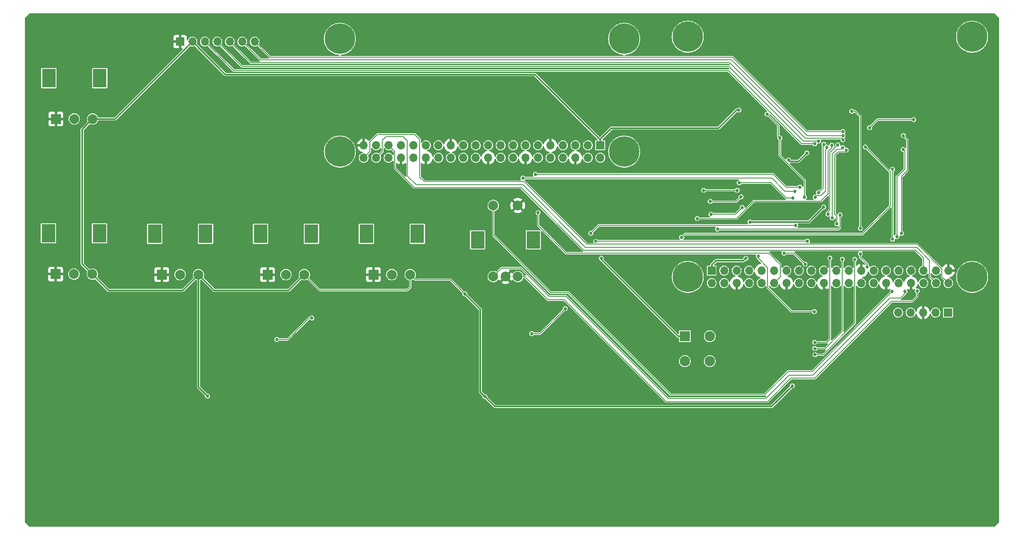
<source format=gbr>
G04 #@! TF.GenerationSoftware,KiCad,Pcbnew,(6.0.1-0)*
G04 #@! TF.CreationDate,2023-10-11T15:07:40-07:00*
G04 #@! TF.ProjectId,synth,73796e74-682e-46b6-9963-61645f706362,rev?*
G04 #@! TF.SameCoordinates,Original*
G04 #@! TF.FileFunction,Copper,L2,Bot*
G04 #@! TF.FilePolarity,Positive*
%FSLAX46Y46*%
G04 Gerber Fmt 4.6, Leading zero omitted, Abs format (unit mm)*
G04 Created by KiCad (PCBNEW (6.0.1-0)) date 2023-10-11 15:07:40*
%MOMM*%
%LPD*%
G01*
G04 APERTURE LIST*
G04 #@! TA.AperFunction,ComponentPad*
%ADD10R,2.000000X2.000000*%
G04 #@! TD*
G04 #@! TA.AperFunction,ComponentPad*
%ADD11C,2.000000*%
G04 #@! TD*
G04 #@! TA.AperFunction,ComponentPad*
%ADD12R,2.800000X3.800000*%
G04 #@! TD*
G04 #@! TA.AperFunction,ComponentPad*
%ADD13R,1.700000X1.700000*%
G04 #@! TD*
G04 #@! TA.AperFunction,ComponentPad*
%ADD14O,1.700000X1.700000*%
G04 #@! TD*
G04 #@! TA.AperFunction,ComponentPad*
%ADD15R,2.100000X2.100000*%
G04 #@! TD*
G04 #@! TA.AperFunction,ComponentPad*
%ADD16C,2.100000*%
G04 #@! TD*
G04 #@! TA.AperFunction,WasherPad*
%ADD17C,6.200000*%
G04 #@! TD*
G04 #@! TA.AperFunction,ComponentPad*
%ADD18R,2.800000X3.600000*%
G04 #@! TD*
G04 #@! TA.AperFunction,ViaPad*
%ADD19C,0.685800*%
G04 #@! TD*
G04 #@! TA.AperFunction,Conductor*
%ADD20C,0.300000*%
G04 #@! TD*
G04 #@! TA.AperFunction,Conductor*
%ADD21C,0.152400*%
G04 #@! TD*
G04 APERTURE END LIST*
D10*
X180340000Y-146050000D03*
D11*
X184090000Y-146050000D03*
X187840000Y-146050000D03*
D12*
X178890000Y-137725000D03*
X189290000Y-137725000D03*
D10*
X158750000Y-146050000D03*
D11*
X162500000Y-146050000D03*
X166250000Y-146050000D03*
D12*
X157300000Y-137725000D03*
X167700000Y-137725000D03*
D10*
X137160000Y-146050000D03*
D11*
X140910000Y-146050000D03*
X144660000Y-146050000D03*
D12*
X146110000Y-137725000D03*
X135710000Y-137725000D03*
D10*
X115500000Y-145950000D03*
D11*
X119250000Y-145950000D03*
X123000000Y-145950000D03*
D12*
X124450000Y-137625000D03*
X114050000Y-137625000D03*
D10*
X115570000Y-114300000D03*
D11*
X119320000Y-114300000D03*
X123070000Y-114300000D03*
D12*
X124520000Y-105975000D03*
X114120000Y-105975000D03*
D13*
X140880000Y-98520000D03*
D14*
X143420000Y-98520000D03*
X145960000Y-98520000D03*
X148500000Y-98520000D03*
X151040000Y-98520000D03*
X153580000Y-98520000D03*
X156120000Y-98520000D03*
D15*
X243865400Y-158623000D03*
D16*
X248945400Y-158623000D03*
X248945400Y-163703000D03*
X243865400Y-163703000D03*
D13*
X297535600Y-153797000D03*
D14*
X294995600Y-153797000D03*
X292455600Y-153797000D03*
X289915600Y-153797000D03*
X287375600Y-153797000D03*
D17*
X231500000Y-120950000D03*
X173500000Y-97950000D03*
X173500000Y-120950000D03*
X231500000Y-97950000D03*
D13*
X226620000Y-119670000D03*
D14*
X226620000Y-122210000D03*
X224080000Y-119670000D03*
X224080000Y-122210000D03*
X221540000Y-119670000D03*
X221540000Y-122210000D03*
X219000000Y-119670000D03*
X219000000Y-122210000D03*
X216460000Y-119670000D03*
X216460000Y-122210000D03*
X213920000Y-119670000D03*
X213920000Y-122210000D03*
X211380000Y-119670000D03*
X211380000Y-122210000D03*
X208840000Y-119670000D03*
X208840000Y-122210000D03*
X206300000Y-119670000D03*
X206300000Y-122210000D03*
X203760000Y-119670000D03*
X203760000Y-122210000D03*
X201220000Y-119670000D03*
X201220000Y-122210000D03*
X198680000Y-119670000D03*
X198680000Y-122210000D03*
X196140000Y-119670000D03*
X196140000Y-122210000D03*
X193600000Y-119670000D03*
X193600000Y-122210000D03*
X191060000Y-119670000D03*
X191060000Y-122210000D03*
X188520000Y-119670000D03*
X188520000Y-122210000D03*
X185980000Y-119670000D03*
X185980000Y-122210000D03*
X183440000Y-119670000D03*
X183440000Y-122210000D03*
X180900000Y-119670000D03*
X180900000Y-122210000D03*
X178360000Y-119670000D03*
X178360000Y-122210000D03*
D17*
X302460000Y-97526000D03*
X244460000Y-146526000D03*
X244460000Y-97526000D03*
X302460000Y-146526000D03*
D13*
X249337870Y-145240204D03*
D14*
X249337870Y-147780204D03*
X251877870Y-145240204D03*
X251877870Y-147780204D03*
X254417870Y-145240204D03*
X254417870Y-147780204D03*
X256957870Y-145240204D03*
X256957870Y-147780204D03*
X259497870Y-145240204D03*
X259497870Y-147780204D03*
X262037870Y-145240204D03*
X262037870Y-147780204D03*
X264577870Y-145240204D03*
X264577870Y-147780204D03*
X267117870Y-145240204D03*
X267117870Y-147780204D03*
X269657870Y-145240204D03*
X269657870Y-147780204D03*
X272197870Y-145240204D03*
X272197870Y-147780204D03*
X274737870Y-145240204D03*
X274737870Y-147780204D03*
X277277870Y-145240204D03*
X277277870Y-147780204D03*
X279817870Y-145240204D03*
X279817870Y-147780204D03*
X282357870Y-145240204D03*
X282357870Y-147780204D03*
X284897870Y-145240204D03*
X284897870Y-147780204D03*
X287437870Y-145240204D03*
X287437870Y-147780204D03*
X289977870Y-145240204D03*
X289977870Y-147780204D03*
X292517870Y-145240204D03*
X292517870Y-147780204D03*
X295057870Y-145240204D03*
X295057870Y-147780204D03*
X297597870Y-145240204D03*
X297597870Y-147780204D03*
D11*
X204780000Y-131950000D03*
X209780000Y-131950000D03*
D18*
X212980000Y-138950000D03*
X201580000Y-138950000D03*
D11*
X204780000Y-146450000D03*
X209780000Y-146450000D03*
X207280000Y-146450000D03*
D19*
X260751320Y-119606060D03*
X162687000Y-163830000D03*
X295899840Y-171518580D03*
X181610000Y-158750000D03*
X156725620Y-178770280D03*
X304482500Y-158623000D03*
X209867500Y-163068000D03*
X173426120Y-134462520D03*
X303232820Y-112054640D03*
X229676960Y-134340600D03*
X251968000Y-166306500D03*
X124051060Y-124533660D03*
X183471820Y-114612420D03*
X172021500Y-127317500D03*
X203316840Y-110507780D03*
X278950420Y-173055280D03*
X243723160Y-194787520D03*
X281828240Y-117284500D03*
X304746660Y-168249600D03*
X197548500Y-157416500D03*
X223161860Y-107769660D03*
X115740180Y-194901820D03*
X278130000Y-189357000D03*
X279971500Y-153225500D03*
X141295120Y-162224720D03*
X184838340Y-98417380D03*
X113276380Y-180474620D03*
X153606500Y-169164000D03*
X302387000Y-152590500D03*
X203316840Y-98874580D03*
X183967120Y-141917420D03*
X195326000Y-115252500D03*
X184497980Y-195844160D03*
X286473900Y-107721400D03*
X148000720Y-118374160D03*
X168084500Y-159385000D03*
X157124400Y-127726440D03*
X238302800Y-129131060D03*
X211754720Y-98188780D03*
X281061160Y-132638800D03*
X255333500Y-153416000D03*
X175069500Y-171640500D03*
X199136000Y-153924000D03*
X289745420Y-168249600D03*
X292285420Y-135653780D03*
X158493460Y-118374160D03*
X188341000Y-172656500D03*
X228940360Y-189087760D03*
X132013960Y-189326520D03*
X168465500Y-169037000D03*
X271208500Y-146494500D03*
X271406620Y-189087760D03*
X285320740Y-183253380D03*
X154729180Y-109138720D03*
X182245000Y-162560000D03*
X195828920Y-195239640D03*
X264688320Y-178290220D03*
X186055000Y-162560000D03*
X118618000Y-153670000D03*
X201109580Y-189567820D03*
X154178000Y-162052000D03*
X194190620Y-111419640D03*
X163449000Y-123507500D03*
X158686500Y-174498000D03*
X280934160Y-134058660D03*
X129613660Y-135343900D03*
X210693000Y-108712000D03*
X174980600Y-195541900D03*
X118808500Y-166179500D03*
X270824960Y-106062780D03*
X233680000Y-154051000D03*
X264096500Y-149352000D03*
X247794780Y-114155220D03*
X284835600Y-149225000D03*
X284988000Y-188958220D03*
X238188500Y-149034500D03*
X168181020Y-195392040D03*
X136146540Y-195097400D03*
X278627840Y-133096000D03*
X156019500Y-153987500D03*
X232092500Y-168529000D03*
X139636500Y-183578500D03*
X125476000Y-153479500D03*
X299125640Y-188958220D03*
X253042420Y-123281440D03*
X181610000Y-160020000D03*
X299361860Y-160748980D03*
X150548340Y-133433820D03*
X304258980Y-127330200D03*
X145796000Y-178308000D03*
X291261800Y-103276400D03*
X257251200Y-190286640D03*
X236138720Y-177571400D03*
X133212840Y-160535620D03*
X147129500Y-183451500D03*
X301520860Y-133487160D03*
X150853140Y-107083860D03*
X180477160Y-171813220D03*
X129981960Y-120200420D03*
X250799600Y-182018940D03*
X173205140Y-114841020D03*
X206248000Y-125031500D03*
X209867500Y-165735000D03*
X194152520Y-177810160D03*
X125666500Y-160147000D03*
X160060640Y-133692900D03*
X288013140Y-171328080D03*
X244886480Y-182532020D03*
X277431500Y-153225500D03*
X195790820Y-138833860D03*
X279935940Y-183443880D03*
X161290000Y-170561000D03*
X289953700Y-149199600D03*
X292577520Y-194508120D03*
X124335540Y-176850040D03*
X118097300Y-103195120D03*
X201930000Y-125031500D03*
X277256240Y-133045200D03*
X208597500Y-188531500D03*
X283974540Y-167286940D03*
X180340000Y-150622000D03*
X263842500Y-154559000D03*
X118338600Y-188607700D03*
X125857000Y-170497500D03*
X270070580Y-116118640D03*
X158643320Y-189326520D03*
X288843720Y-160682940D03*
X221983300Y-162455860D03*
X304553620Y-161518600D03*
X186954160Y-189326520D03*
X166563040Y-177571400D03*
X256915920Y-178272440D03*
X301879000Y-184531000D03*
X202565000Y-184658000D03*
X160655000Y-167576500D03*
X285750000Y-193802000D03*
X283926280Y-131549140D03*
X138049000Y-153987500D03*
X186055000Y-158750000D03*
X154086560Y-181889400D03*
X114978180Y-170134280D03*
X186055000Y-153860500D03*
X205676500Y-159067500D03*
X209232500Y-169989500D03*
X153416000Y-163068000D03*
X248094500Y-168148000D03*
X202473560Y-176362360D03*
X218142820Y-98874580D03*
X179821840Y-111191040D03*
X243575840Y-190047880D03*
X242951000Y-167195500D03*
X125747780Y-195097400D03*
X252130560Y-109821980D03*
X194762120Y-133949440D03*
X257619500Y-152717500D03*
X272605500Y-149225000D03*
X277238460Y-98828860D03*
X304172620Y-195087240D03*
X140522960Y-141404340D03*
X153479500Y-145986500D03*
X130436620Y-125902720D03*
X273862800Y-115349020D03*
X196977000Y-109029500D03*
X150548340Y-140375640D03*
X116418360Y-159816800D03*
X181610000Y-161290000D03*
X274701000Y-153543000D03*
X238386620Y-122471180D03*
X295023540Y-126989840D03*
X259016500Y-151765000D03*
X153416000Y-164084000D03*
X260893560Y-194216020D03*
X259491480Y-120357900D03*
X230251000Y-156527500D03*
X142412720Y-106857800D03*
X250444000Y-189039500D03*
X299085000Y-168783000D03*
X264922000Y-150685500D03*
X275658580Y-115760500D03*
X250304300Y-120771920D03*
X194437000Y-125158500D03*
X202184000Y-114808000D03*
X176339500Y-153987500D03*
X130812540Y-97198180D03*
X279527000Y-161036000D03*
X263715500Y-189674500D03*
X302450500Y-178244500D03*
X172339000Y-151638000D03*
X223182180Y-160296860D03*
X195326000Y-168402000D03*
X138971020Y-118071900D03*
X159321500Y-169037000D03*
X231521000Y-182788560D03*
X292699440Y-178419760D03*
X166814500Y-150749000D03*
X234508040Y-195089780D03*
X167048180Y-116893340D03*
X292742620Y-109319060D03*
X154368500Y-177038000D03*
X111991140Y-152971500D03*
X222250000Y-188658500D03*
X217131900Y-195089780D03*
X186690000Y-160020000D03*
X279549860Y-195369180D03*
X150876000Y-165798500D03*
X144190720Y-194901820D03*
X155575000Y-150749000D03*
X226651820Y-194937380D03*
X129159000Y-168529000D03*
X297873420Y-116842540D03*
X274426680Y-118826280D03*
X194437000Y-145796000D03*
X282470860Y-113141760D03*
X182054500Y-127317500D03*
X217807540Y-129047240D03*
X243461540Y-113929160D03*
X180340000Y-144145000D03*
X150431500Y-174244000D03*
X264541000Y-159956500D03*
X248251980Y-107769660D03*
X234566460Y-130352800D03*
X184736740Y-133949440D03*
X179036980Y-177810160D03*
X283959300Y-160939480D03*
X209867500Y-164274500D03*
X141295120Y-133949440D03*
X163576000Y-153987500D03*
X207073500Y-165989000D03*
X271424400Y-98374200D03*
X283781500Y-155384500D03*
X255849120Y-113931700D03*
X138490960Y-177330100D03*
X115219480Y-150459440D03*
X257972560Y-97802700D03*
X269549880Y-194216020D03*
X114259360Y-96476820D03*
X116898420Y-141343380D03*
X165361620Y-170614340D03*
X222704660Y-98874580D03*
X267906500Y-151257000D03*
X222008700Y-132407660D03*
X191389000Y-161671000D03*
X144350740Y-126814580D03*
X161848800Y-195097400D03*
X121158000Y-150558500D03*
X255079500Y-151447500D03*
X277738840Y-134287260D03*
X187050680Y-182018940D03*
X151193500Y-123761500D03*
X166230300Y-110042960D03*
X227741480Y-167253920D03*
X258013200Y-120423940D03*
X236918500Y-188658500D03*
X196532500Y-154559000D03*
X210121500Y-167068500D03*
X299085000Y-184848500D03*
X188595000Y-150876000D03*
X227408740Y-149628860D03*
X288526220Y-97802700D03*
X132080000Y-152527000D03*
X297116500Y-166560500D03*
X115382040Y-124533660D03*
X146888200Y-189326520D03*
X173758860Y-188846460D03*
X228178360Y-108910120D03*
X299811440Y-105669080D03*
X174238920Y-159816800D03*
X277789640Y-179189380D03*
X248023380Y-110507780D03*
X187822840Y-109270800D03*
X266446000Y-157543500D03*
X250507500Y-194409060D03*
X190997840Y-98417380D03*
X126428500Y-164084000D03*
X256821940Y-119783860D03*
X256915920Y-181170580D03*
X210614260Y-114841020D03*
X261424420Y-105526840D03*
X280052780Y-109743240D03*
X148907500Y-144208500D03*
X296054780Y-139712700D03*
X174434500Y-163703000D03*
X148399500Y-154305000D03*
X152234900Y-195882260D03*
X270192500Y-157416500D03*
X207464660Y-195392040D03*
X211726780Y-178163220D03*
X237987840Y-109138720D03*
X147721320Y-159141160D03*
X154432000Y-164846000D03*
X245658640Y-177134520D03*
X196278500Y-184658000D03*
X302577500Y-173863000D03*
X270014700Y-110721140D03*
X228178360Y-163509960D03*
X301180500Y-122770900D03*
X216789000Y-114617500D03*
X142641320Y-113243360D03*
X129133600Y-103436420D03*
X173169580Y-143974820D03*
X223809560Y-166852600D03*
X222224600Y-178770280D03*
X166486840Y-96418400D03*
X164685980Y-140888720D03*
X237690660Y-182788560D03*
X294322500Y-158623000D03*
X129133600Y-142783560D03*
X215265000Y-189326520D03*
X186690000Y-161290000D03*
X292354000Y-189357000D03*
X211985860Y-182275480D03*
X257302000Y-150622000D03*
X214947500Y-161290000D03*
X276120860Y-111224060D03*
X209867500Y-161988500D03*
X298831000Y-193675000D03*
X270103600Y-122648980D03*
X203073000Y-170916600D03*
X254914400Y-112471200D03*
X256311400Y-142722600D03*
X146481800Y-170815000D03*
X199009000Y-149987000D03*
X265785600Y-168732200D03*
X257124200Y-135305800D03*
X268732000Y-121259600D03*
X264998200Y-122656600D03*
X272186400Y-132283200D03*
X226822000Y-142697200D03*
X213931500Y-133400800D03*
X249174000Y-133731000D03*
X255582420Y-132344160D03*
X247700800Y-128854200D03*
X254533400Y-128854200D03*
X167779700Y-154901900D03*
X160609280Y-159278320D03*
X249047000Y-131114800D03*
X212623400Y-158089600D03*
X219456000Y-152984200D03*
X255320800Y-130175000D03*
X270281400Y-153593800D03*
X258826000Y-142240000D03*
X270408400Y-162356800D03*
X274891500Y-135699500D03*
X276783800Y-120652500D03*
X278536400Y-142913100D03*
X270383000Y-161112200D03*
X275996400Y-142913100D03*
X276034500Y-120154700D03*
X273939000Y-134493000D03*
X275056600Y-119583200D03*
X273456400Y-142684500D03*
X273050000Y-133731000D03*
X270332200Y-159842200D03*
X268391640Y-143931640D03*
X268282672Y-130246372D03*
X264096500Y-141681200D03*
X260647180Y-113317020D03*
X263268460Y-118152500D03*
X281543760Y-116080540D03*
X290558220Y-114419380D03*
X277919180Y-112737900D03*
X279646380Y-141823440D03*
X281073860Y-144444720D03*
X279656540Y-136616440D03*
X276098000Y-117716297D03*
X271145000Y-118795800D03*
X270357600Y-119367300D03*
X276098000Y-118554500D03*
X276098000Y-116878094D03*
X267340080Y-128206500D03*
X213348500Y-125572520D03*
X210820000Y-126352300D03*
X266336780Y-129024380D03*
X265889740Y-130436620D03*
X254952500Y-127309880D03*
X266471400Y-136006840D03*
X224683320Y-137596880D03*
X268853920Y-139217400D03*
X225689160Y-139260580D03*
X286232600Y-124523500D03*
X286158940Y-149448520D03*
X286242760Y-138838940D03*
X270446500Y-130238500D03*
X272821400Y-120091200D03*
X272211800Y-119456200D03*
X271145000Y-129286000D03*
X275513800Y-133858000D03*
X250520200Y-136779000D03*
X287121600Y-138264900D03*
X288749740Y-149445980D03*
X288381440Y-120523000D03*
X291259260Y-149369780D03*
X288429700Y-117683280D03*
X288033460Y-137637520D03*
X273812000Y-119659400D03*
X246380000Y-134620000D03*
X243205000Y-138430000D03*
X280670000Y-120015000D03*
D20*
X122070001Y-115299999D02*
X122063001Y-115299999D01*
X202158600Y-170002200D02*
X202158600Y-153136600D01*
X268732000Y-121259600D02*
X267030200Y-122961400D01*
X261569200Y-172948600D02*
X265785600Y-168732200D01*
X226620000Y-118439000D02*
X226620000Y-119670000D01*
X226620000Y-118520000D02*
X213332200Y-105232200D01*
X123070000Y-114300000D02*
X127640000Y-114300000D01*
X226620000Y-119670000D02*
X226620000Y-118520000D01*
X203415899Y-171259499D02*
X204241400Y-172085000D01*
X122063001Y-115299999D02*
X120929400Y-116433600D01*
X213332200Y-105232200D02*
X150132200Y-105232200D01*
X141445800Y-149264200D02*
X144660000Y-146050000D01*
X123070000Y-114300000D02*
X122070001Y-115299999D01*
D21*
X187840000Y-146050000D02*
X188839999Y-147049999D01*
D20*
X150132200Y-105232200D02*
X143420000Y-98520000D01*
X267030200Y-122961400D02*
X265303000Y-122961400D01*
X249337870Y-144090204D02*
X250222874Y-143205200D01*
D21*
X187840000Y-148608400D02*
X187840000Y-146050000D01*
D20*
X254914400Y-112471200D02*
X254429467Y-112471200D01*
X269163800Y-135305800D02*
X272186400Y-132283200D01*
X123000000Y-145950000D02*
X126314200Y-149264200D01*
X202158600Y-153136600D02*
X199009000Y-149987000D01*
X265303000Y-122961400D02*
X264998200Y-122656600D01*
X120929400Y-143879400D02*
X123000000Y-145950000D01*
D21*
X187248800Y-149199600D02*
X187840000Y-148608400D01*
D20*
X144660000Y-146050000D02*
X147885800Y-149275800D01*
X250746467Y-116154200D02*
X228904800Y-116154200D01*
D21*
X196071999Y-147049999D02*
X199009000Y-149987000D01*
D20*
X146481800Y-170815000D02*
X144660000Y-168993200D01*
X147885800Y-149275800D02*
X163024200Y-149275800D01*
X163024200Y-149275800D02*
X166250000Y-146050000D01*
X204241400Y-172085000D02*
X205105000Y-172948600D01*
X126314200Y-149264200D02*
X141445800Y-149264200D01*
X254429467Y-112471200D02*
X250746467Y-116154200D01*
X203073000Y-170916600D02*
X203415899Y-171259499D01*
X250222874Y-143205200D02*
X255828800Y-143205200D01*
D21*
X166250000Y-146050000D02*
X169399600Y-149199600D01*
D20*
X228904800Y-116154200D02*
X226620000Y-118439000D01*
D21*
X169399600Y-149199600D02*
X187248800Y-149199600D01*
X188839999Y-147049999D02*
X196071999Y-147049999D01*
D20*
X257124200Y-135305800D02*
X269163800Y-135305800D01*
X127640000Y-114300000D02*
X143420000Y-98520000D01*
X120929400Y-116433600D02*
X120929400Y-143879400D01*
X255828800Y-143205200D02*
X256311400Y-142722600D01*
X205105000Y-172948600D02*
X261569200Y-172948600D01*
X249337870Y-145240204D02*
X249337870Y-144090204D01*
X144660000Y-168993200D02*
X144660000Y-146050000D01*
X203073000Y-170916600D02*
X202158600Y-170002200D01*
X226822000Y-142929600D02*
X226822000Y-142697200D01*
X243865400Y-158623000D02*
X242515400Y-158623000D01*
X242515400Y-158623000D02*
X226822000Y-142929600D01*
D21*
X213931500Y-133400800D02*
X213931500Y-135966200D01*
X262521700Y-143179800D02*
X261874000Y-142532100D01*
X261010400Y-141668500D02*
X222999300Y-141668500D01*
X263321800Y-146496274D02*
X263321800Y-143979900D01*
X213931500Y-135966200D02*
X219633800Y-141668500D01*
X263321800Y-143979900D02*
X262521700Y-143179800D01*
X261874000Y-142532100D02*
X261010400Y-141668500D01*
X262037870Y-147780204D02*
X263321800Y-146496274D01*
X222999300Y-141668500D02*
X221068900Y-141668500D01*
X222999300Y-141668500D02*
X222897700Y-141668500D01*
X219633800Y-141668500D02*
X221068900Y-141668500D01*
X290944300Y-141046200D02*
X223253300Y-141046200D01*
X184708800Y-120938800D02*
X183440000Y-119670000D01*
X223253300Y-141046200D02*
X210477100Y-128270000D01*
X210477100Y-128270000D02*
X188683900Y-128270000D01*
X184708800Y-124294900D02*
X184708800Y-120938800D01*
X292517870Y-142619770D02*
X290944300Y-141046200D01*
X292517870Y-145240204D02*
X292517870Y-142619770D01*
X188683900Y-128270000D02*
X184708800Y-124294900D01*
X187248800Y-125920500D02*
X187248800Y-118770400D01*
X294207871Y-146925971D02*
X293776400Y-146494500D01*
X210820000Y-127749300D02*
X189077600Y-127749300D01*
X182943500Y-117868700D02*
X182168800Y-118643400D01*
X295057870Y-147780204D02*
X294207871Y-146930205D01*
X294207871Y-146930205D02*
X294207871Y-146925971D01*
X187248800Y-118770400D02*
X186347100Y-117868700D01*
X291185600Y-140512800D02*
X223583500Y-140512800D01*
X182168800Y-120941200D02*
X180900000Y-122210000D01*
X293776400Y-146494500D02*
X293776400Y-143103600D01*
X189077600Y-127749300D02*
X187248800Y-125920500D01*
X293776400Y-143103600D02*
X291185600Y-140512800D01*
X182168800Y-118643400D02*
X182168800Y-120941200D01*
X186347100Y-117868700D02*
X182943500Y-117868700D01*
X223583500Y-140512800D02*
X210820000Y-127749300D01*
X189788800Y-126149100D02*
X190703200Y-127063500D01*
X181140100Y-117449600D02*
X188785500Y-117449600D01*
X223901000Y-139852400D02*
X291266396Y-139852400D01*
X291266396Y-139852400D02*
X296303700Y-144889704D01*
X179210899Y-121360001D02*
X179628800Y-120942100D01*
X179628800Y-120942100D02*
X179628800Y-118960900D01*
X189788800Y-118452900D02*
X189788800Y-126149100D01*
X179628800Y-118960900D02*
X181140100Y-117449600D01*
X296303700Y-146494500D02*
X296739405Y-146930205D01*
X296303700Y-144889704D02*
X296303700Y-146494500D01*
X211112100Y-127063500D02*
X223901000Y-139852400D01*
X179209999Y-121360001D02*
X179210899Y-121360001D01*
X190703200Y-127063500D02*
X211112100Y-127063500D01*
X296739405Y-146930205D02*
X296747871Y-146930205D01*
X188785500Y-117449600D02*
X189788800Y-118452900D01*
X296747871Y-146930205D02*
X297597870Y-147780204D01*
X178360000Y-122210000D02*
X179209999Y-121360001D01*
X252984000Y-133731000D02*
X254198120Y-133731000D01*
X254198120Y-133731000D02*
X255582420Y-132346700D01*
X249174000Y-133731000D02*
X252984000Y-133731000D01*
X255582420Y-132346700D02*
X255582420Y-132344160D01*
X162859720Y-159278320D02*
X164327840Y-157810200D01*
X167030400Y-155105100D02*
X167233600Y-154901900D01*
X164327840Y-157810200D02*
X164327840Y-157807660D01*
X164327840Y-157807660D02*
X167030400Y-155105100D01*
X254533400Y-128854200D02*
X247700800Y-128854200D01*
X167233600Y-154901900D02*
X167779700Y-154901900D01*
X160609280Y-159278320D02*
X161094213Y-159278320D01*
X161094213Y-159278320D02*
X162859720Y-159278320D01*
X219202000Y-153238200D02*
X219456000Y-152984200D01*
X212623400Y-158089600D02*
X214350600Y-158089600D01*
X249047000Y-131114800D02*
X254381000Y-131114800D01*
X254381000Y-131114800D02*
X255320800Y-130175000D01*
X214350600Y-158089600D02*
X219202000Y-153238200D01*
X260756400Y-148691600D02*
X265658600Y-153593800D01*
X258826000Y-142724933D02*
X260756400Y-144655333D01*
X260756400Y-144655333D02*
X260756400Y-148691600D01*
X258826000Y-142240000D02*
X258826000Y-142724933D01*
X265658600Y-153593800D02*
X270281400Y-153593800D01*
X278536400Y-142913100D02*
X278536400Y-155930600D01*
X276783800Y-120652500D02*
X276440901Y-120995399D01*
X275130301Y-120995399D02*
X274447000Y-121678700D01*
X274891500Y-135699500D02*
X274891500Y-134175500D01*
X278536400Y-155930600D02*
X272110200Y-162356800D01*
X272110200Y-162356800D02*
X270893333Y-162356800D01*
X276440901Y-120995399D02*
X275130301Y-120995399D01*
X274447000Y-121678700D02*
X274447000Y-133731000D01*
X270893333Y-162356800D02*
X270408400Y-162356800D01*
X274891500Y-134175500D02*
X274447000Y-133731000D01*
X278536400Y-142875000D02*
X278536400Y-142913100D01*
X275996400Y-142913100D02*
X275996400Y-157632400D01*
X276034500Y-120154700D02*
X275691601Y-120497599D01*
X275691601Y-120497599D02*
X274866101Y-120497599D01*
X275996400Y-157632400D02*
X272516600Y-161112200D01*
X274866101Y-120497599D02*
X273939000Y-121424700D01*
X273939000Y-121424700D02*
X273939000Y-134493000D01*
X272516600Y-161112200D02*
X270383000Y-161112200D01*
X275996400Y-142900400D02*
X275996400Y-142913100D01*
X270817133Y-159842200D02*
X272846800Y-159842200D01*
X273202400Y-133096000D02*
X273456400Y-132842000D01*
X273456400Y-132842000D02*
X273456400Y-121183400D01*
X273200067Y-133096000D02*
X273202400Y-133096000D01*
X273431000Y-159258000D02*
X273456400Y-159232600D01*
X273456400Y-159232600D02*
X273456400Y-143205200D01*
X273456400Y-121183400D02*
X275056600Y-119583200D01*
X273050000Y-133731000D02*
X273050000Y-133246067D01*
X273456400Y-143205200D02*
X273456400Y-142684500D01*
X273253200Y-159435800D02*
X273431000Y-159258000D01*
X272846800Y-159842200D02*
X273253200Y-159435800D01*
X270332200Y-159842200D02*
X270817133Y-159842200D01*
X273050000Y-133246067D02*
X273200067Y-133096000D01*
X262925561Y-115595401D02*
X260647180Y-113317020D01*
X263268460Y-121772682D02*
X268287500Y-126791722D01*
X268287500Y-130241544D02*
X268282672Y-130246372D01*
X263268460Y-118152500D02*
X263268460Y-121772682D01*
X268287500Y-126791722D02*
X268287500Y-130241544D01*
X264096500Y-141681200D02*
X266141200Y-141681200D01*
X263268460Y-118152500D02*
X262925561Y-117809601D01*
X266141200Y-141681200D02*
X268391640Y-143931640D01*
X262925561Y-117809601D02*
X262925561Y-115595401D01*
X290070747Y-114421920D02*
X283202380Y-114421920D01*
X290073287Y-114419380D02*
X290070747Y-114421920D01*
X283202380Y-114421920D02*
X281543760Y-116080540D01*
X290558220Y-114419380D02*
X290073287Y-114419380D01*
X279656540Y-136616440D02*
X279656540Y-113781840D01*
X279656540Y-113781840D02*
X278612600Y-112737900D01*
X281073860Y-144444720D02*
X281073860Y-143959787D01*
X279656540Y-142542467D02*
X279656540Y-141833600D01*
X281073860Y-143959787D02*
X279656540Y-142542467D01*
X279656540Y-141833600D02*
X279646380Y-141823440D01*
X278612600Y-112737900D02*
X277919180Y-112737900D01*
X253314200Y-102184200D02*
X157244200Y-102184200D01*
X276098000Y-117716297D02*
X268846297Y-117716297D01*
X153580000Y-98520000D02*
X156152000Y-101092000D01*
X268846297Y-117716297D02*
X253314200Y-102184200D01*
X157244200Y-102184200D02*
X156152000Y-101092000D01*
X271144999Y-118795799D02*
X271145000Y-118795800D01*
X252857000Y-103581200D02*
X268071599Y-118795799D01*
X148500000Y-98520000D02*
X149349999Y-99369999D01*
X149349999Y-99375499D02*
X153555700Y-103581200D01*
X153555700Y-103581200D02*
X252857000Y-103581200D01*
X268071599Y-118795799D02*
X271144999Y-118795799D01*
X149349999Y-99369999D02*
X149349999Y-99375499D01*
X252755400Y-104419400D02*
X151853900Y-104419400D01*
X151853900Y-104419400D02*
X150164800Y-102730300D01*
X150164800Y-102730300D02*
X150241000Y-102806500D01*
X146809999Y-99375499D02*
X150164800Y-102730300D01*
X270357600Y-119367300D02*
X267703300Y-119367300D01*
X267703300Y-119367300D02*
X252755400Y-104419400D01*
X146809999Y-99369999D02*
X146809999Y-99375499D01*
X145960000Y-98520000D02*
X146809999Y-99369999D01*
X253034800Y-102844600D02*
X155359100Y-102844600D01*
X151889999Y-99369999D02*
X151889999Y-99375499D01*
X275755101Y-118211601D02*
X268401800Y-118211600D01*
X155359100Y-102844600D02*
X154241500Y-101727000D01*
X276098000Y-118554500D02*
X275755101Y-118211601D01*
X151040000Y-98520000D02*
X151889999Y-99369999D01*
X151889999Y-99375499D02*
X154241500Y-101727000D01*
X268401800Y-118211600D02*
X253034800Y-102844600D01*
X276098000Y-116878094D02*
X268795494Y-116878094D01*
X268795494Y-116878094D02*
X253593600Y-101676200D01*
X253593600Y-101676200D02*
X159270700Y-101676200D01*
X156969999Y-99369999D02*
X156969999Y-99375499D01*
X156969999Y-99375499D02*
X158051500Y-100457000D01*
X156120000Y-98520000D02*
X156969999Y-99369999D01*
X159270700Y-101676200D02*
X158051500Y-100457000D01*
X267340080Y-128206500D02*
X264518140Y-128206500D01*
X264518140Y-128206500D02*
X261899400Y-125587760D01*
X213363740Y-125587760D02*
X213348500Y-125572520D01*
X261899400Y-125587760D02*
X213363740Y-125587760D01*
X264279380Y-129024380D02*
X261609840Y-126354840D01*
X212567520Y-126352300D02*
X210820000Y-126352300D01*
X261609840Y-126354840D02*
X212570060Y-126354840D01*
X212570060Y-126354840D02*
X212567520Y-126352300D01*
X266336780Y-129024380D02*
X264279380Y-129024380D01*
X265399727Y-130441700D02*
X264551160Y-130441700D01*
X265889740Y-130436620D02*
X265404807Y-130436620D01*
X265404807Y-130436620D02*
X265399727Y-130441700D01*
X261419340Y-127309880D02*
X254952500Y-127309880D01*
X264551160Y-130441700D02*
X261419340Y-127309880D01*
X226273360Y-136006840D02*
X224683320Y-137596880D01*
X266471400Y-136006840D02*
X226273360Y-136006840D01*
X268853920Y-139217400D02*
X225732340Y-139217400D01*
X225732340Y-139217400D02*
X225689160Y-139260580D01*
X264922000Y-165798500D02*
X269824200Y-165798500D01*
X204787500Y-133371713D02*
X204787500Y-137985500D01*
X204780000Y-131950000D02*
X204780000Y-133364213D01*
X204787500Y-137985500D02*
X216535000Y-149733000D01*
X278541480Y-157060900D02*
X278541480Y-157081220D01*
X216535000Y-149733000D02*
X220154500Y-149733000D01*
X286232600Y-124523500D02*
X286232600Y-138828780D01*
X278541480Y-157081220D02*
X269824200Y-165798500D01*
X260223000Y-170497500D02*
X264922000Y-165798500D01*
X285816041Y-149791419D02*
X285810961Y-149791419D01*
X285810961Y-149791419D02*
X278541480Y-157060900D01*
X204780000Y-133364213D02*
X204787500Y-133371713D01*
X240919000Y-170497500D02*
X260223000Y-170497500D01*
X220154500Y-149733000D02*
X240919000Y-170497500D01*
X286158940Y-149448520D02*
X285816041Y-149791419D01*
X286232600Y-138828780D02*
X286242760Y-138838940D01*
X272542000Y-120599200D02*
X272821400Y-120319800D01*
X270789400Y-129895600D02*
X271627600Y-129895600D01*
X270446500Y-130238500D02*
X270738600Y-129946400D01*
X272542000Y-128981200D02*
X272542000Y-120599200D01*
X271627600Y-129895600D02*
X272542000Y-128981200D01*
X272821400Y-120319800D02*
X272821400Y-120091200D01*
X270738600Y-129946400D02*
X270789400Y-129895600D01*
X272059400Y-128371600D02*
X272059400Y-119608600D01*
X272059400Y-119608600D02*
X272211800Y-119456200D01*
X271487899Y-128943101D02*
X272059400Y-128371600D01*
X271145000Y-129286000D02*
X271487899Y-128943101D01*
X250520200Y-136779000D02*
X275158200Y-136779000D01*
X275158200Y-136779000D02*
X275513800Y-136423400D01*
X275513800Y-136423400D02*
X275513800Y-133858000D01*
X287855453Y-150825200D02*
X285673800Y-150825200D01*
X288749740Y-149930913D02*
X287855453Y-150825200D01*
X260350000Y-171323000D02*
X265112500Y-166560500D01*
X287121600Y-126060200D02*
X287121600Y-138264900D01*
X288749740Y-149445980D02*
X288749740Y-149930913D01*
X288381440Y-120523000D02*
X288724339Y-120865899D01*
X205779999Y-145450001D02*
X205779999Y-145438501D01*
X204780000Y-146450000D02*
X205779999Y-145450001D01*
X285673800Y-150825200D02*
X269938500Y-166560500D01*
X219646500Y-150495000D02*
X240474500Y-171323000D01*
X288724339Y-124457461D02*
X287121600Y-126060200D01*
X240474500Y-171323000D02*
X260350000Y-171323000D01*
X216217500Y-150495000D02*
X219646500Y-150495000D01*
X210439000Y-144716500D02*
X216217500Y-150495000D01*
X288724339Y-120865899D02*
X288724339Y-124457461D01*
X205779999Y-145438501D02*
X206502000Y-144716500D01*
X265112500Y-166560500D02*
X269938500Y-166560500D01*
X206502000Y-144716500D02*
X210439000Y-144716500D01*
X291259260Y-150484840D02*
X290258500Y-151485600D01*
X209780000Y-146450000D02*
X211194213Y-146450000D01*
X265493500Y-167195500D02*
X270337280Y-167195500D01*
X219265500Y-151193500D02*
X240030000Y-171958000D01*
X215937713Y-151193500D02*
X219265500Y-151193500D01*
X290258500Y-151485600D02*
X286044640Y-151485600D01*
X260731000Y-171958000D02*
X265493500Y-167195500D01*
X286044640Y-151485600D02*
X270337280Y-167192960D01*
X289217100Y-118470680D02*
X289217100Y-124835920D01*
X270337280Y-167192960D02*
X270337280Y-167195500D01*
X211194213Y-146450000D02*
X215937713Y-151193500D01*
X291259260Y-149369780D02*
X291259260Y-150484840D01*
X289217100Y-124835920D02*
X288033460Y-126019560D01*
X288429700Y-117683280D02*
X289217100Y-118470680D01*
X288033460Y-126019560D02*
X288033460Y-137637520D01*
X240030000Y-171958000D02*
X260731000Y-171958000D01*
X273050000Y-129603500D02*
X273050000Y-127000000D01*
X273050000Y-127000000D02*
X273050000Y-121158734D01*
X271589500Y-131064000D02*
X273050000Y-129603500D01*
X273050000Y-121158734D02*
X273050000Y-120929400D01*
X246380000Y-134620000D02*
X254381000Y-134620000D01*
X273812000Y-120167400D02*
X273812000Y-119659400D01*
X257937000Y-131064000D02*
X271589500Y-131064000D01*
X254381000Y-134620000D02*
X257937000Y-131064000D01*
X273050000Y-120929400D02*
X273812000Y-120167400D01*
X280035000Y-137795000D02*
X285750000Y-132080000D01*
X243840000Y-137795000D02*
X278130000Y-137795000D01*
X243205000Y-138430000D02*
X243840000Y-137795000D01*
X285750000Y-125095000D02*
X280670000Y-120015000D01*
X285750000Y-132080000D02*
X285750000Y-125095000D01*
X278130000Y-137795000D02*
X280035000Y-137795000D01*
G04 #@! TA.AperFunction,Conductor*
G36*
X306990931Y-92730002D02*
G01*
X307011905Y-92746905D01*
X307938095Y-93673095D01*
X307972121Y-93735407D01*
X307975000Y-93762190D01*
X307975000Y-196432810D01*
X307954998Y-196500931D01*
X307938095Y-196521905D01*
X307011905Y-197448095D01*
X306949593Y-197482121D01*
X306922810Y-197485000D01*
X110272190Y-197485000D01*
X110204069Y-197464998D01*
X110183095Y-197448095D01*
X109256905Y-196521905D01*
X109222879Y-196459593D01*
X109220000Y-196432810D01*
X109220000Y-146994669D01*
X113992001Y-146994669D01*
X113992371Y-147001490D01*
X113997895Y-147052352D01*
X114001521Y-147067604D01*
X114046676Y-147188054D01*
X114055214Y-147203649D01*
X114131715Y-147305724D01*
X114144276Y-147318285D01*
X114246351Y-147394786D01*
X114261946Y-147403324D01*
X114382394Y-147448478D01*
X114397649Y-147452105D01*
X114448514Y-147457631D01*
X114455328Y-147458000D01*
X115227885Y-147458000D01*
X115243124Y-147453525D01*
X115244329Y-147452135D01*
X115246000Y-147444452D01*
X115246000Y-147439884D01*
X115754000Y-147439884D01*
X115758475Y-147455123D01*
X115759865Y-147456328D01*
X115767548Y-147457999D01*
X116544669Y-147457999D01*
X116551490Y-147457629D01*
X116602352Y-147452105D01*
X116617604Y-147448479D01*
X116738054Y-147403324D01*
X116753649Y-147394786D01*
X116855724Y-147318285D01*
X116868285Y-147305724D01*
X116944786Y-147203649D01*
X116953324Y-147188054D01*
X116998478Y-147067606D01*
X117002105Y-147052351D01*
X117007631Y-147001486D01*
X117008000Y-146994672D01*
X117008000Y-146222115D01*
X117003525Y-146206876D01*
X117002135Y-146205671D01*
X116994452Y-146204000D01*
X115772115Y-146204000D01*
X115756876Y-146208475D01*
X115755671Y-146209865D01*
X115754000Y-146217548D01*
X115754000Y-147439884D01*
X115246000Y-147439884D01*
X115246000Y-146222115D01*
X115241525Y-146206876D01*
X115240135Y-146205671D01*
X115232452Y-146204000D01*
X114010116Y-146204000D01*
X113994877Y-146208475D01*
X113993672Y-146209865D01*
X113992001Y-146217548D01*
X113992001Y-146994669D01*
X109220000Y-146994669D01*
X109220000Y-145919691D01*
X118092558Y-145919691D01*
X118106416Y-146131126D01*
X118158573Y-146336495D01*
X118247282Y-146528919D01*
X118369572Y-146701956D01*
X118408153Y-146739540D01*
X118490528Y-146819786D01*
X118521348Y-146849810D01*
X118526144Y-146853015D01*
X118526147Y-146853017D01*
X118664982Y-146945783D01*
X118697527Y-146967529D01*
X118702835Y-146969810D01*
X118702836Y-146969810D01*
X118886905Y-147048892D01*
X118886908Y-147048893D01*
X118892208Y-147051170D01*
X118897838Y-147052444D01*
X119068070Y-147090964D01*
X119098872Y-147097934D01*
X119104641Y-147098161D01*
X119104644Y-147098161D01*
X119184772Y-147101309D01*
X119310597Y-147106252D01*
X119419790Y-147090420D01*
X119514578Y-147076677D01*
X119514583Y-147076676D01*
X119520292Y-147075848D01*
X119525756Y-147073993D01*
X119525761Y-147073992D01*
X119715464Y-147009597D01*
X119715469Y-147009595D01*
X119720936Y-147007739D01*
X119725977Y-147004916D01*
X119900769Y-146907027D01*
X119900773Y-146907024D01*
X119905807Y-146904205D01*
X119910244Y-146900514D01*
X119910248Y-146900512D01*
X120064278Y-146772407D01*
X120068716Y-146768716D01*
X120102493Y-146728103D01*
X120200512Y-146610248D01*
X120200514Y-146610244D01*
X120204205Y-146605807D01*
X120207024Y-146600773D01*
X120207027Y-146600769D01*
X120304916Y-146425977D01*
X120304917Y-146425976D01*
X120307739Y-146420936D01*
X120309595Y-146415469D01*
X120309597Y-146415464D01*
X120373992Y-146225761D01*
X120373993Y-146225756D01*
X120375848Y-146220292D01*
X120376676Y-146214583D01*
X120376677Y-146214578D01*
X120400698Y-146048903D01*
X120406252Y-146010597D01*
X120407839Y-145950000D01*
X120388451Y-145739001D01*
X120376324Y-145696000D01*
X120346867Y-145591555D01*
X120330936Y-145535068D01*
X120266276Y-145403950D01*
X120239775Y-145350212D01*
X120237220Y-145345031D01*
X120233345Y-145339841D01*
X120113895Y-145179878D01*
X120113894Y-145179877D01*
X120110442Y-145175254D01*
X120096887Y-145162724D01*
X119959089Y-145035345D01*
X119959087Y-145035343D01*
X119954848Y-145031425D01*
X119949965Y-145028344D01*
X119780528Y-144921437D01*
X119775648Y-144918358D01*
X119770288Y-144916220D01*
X119770285Y-144916218D01*
X119584208Y-144841981D01*
X119578844Y-144839841D01*
X119573184Y-144838715D01*
X119573180Y-144838714D01*
X119376695Y-144799631D01*
X119376690Y-144799631D01*
X119371027Y-144798504D01*
X119365252Y-144798428D01*
X119365248Y-144798428D01*
X119258875Y-144797036D01*
X119159157Y-144795730D01*
X119153460Y-144796709D01*
X119153459Y-144796709D01*
X119028813Y-144818127D01*
X118950329Y-144831613D01*
X118751537Y-144904952D01*
X118746576Y-144907904D01*
X118746575Y-144907904D01*
X118586811Y-145002954D01*
X118569439Y-145013289D01*
X118410133Y-145152996D01*
X118278955Y-145319396D01*
X118180296Y-145506914D01*
X118134937Y-145652996D01*
X118122974Y-145691525D01*
X118117463Y-145709272D01*
X118092558Y-145919691D01*
X109220000Y-145919691D01*
X109220000Y-145677885D01*
X113992000Y-145677885D01*
X113996475Y-145693124D01*
X113997865Y-145694329D01*
X114005548Y-145696000D01*
X115227885Y-145696000D01*
X115243124Y-145691525D01*
X115244329Y-145690135D01*
X115246000Y-145682452D01*
X115246000Y-145677885D01*
X115754000Y-145677885D01*
X115758475Y-145693124D01*
X115759865Y-145694329D01*
X115767548Y-145696000D01*
X116989884Y-145696000D01*
X117005123Y-145691525D01*
X117006328Y-145690135D01*
X117007999Y-145682452D01*
X117007999Y-144905331D01*
X117007629Y-144898504D01*
X117002105Y-144847648D01*
X116998479Y-144832396D01*
X116953324Y-144711946D01*
X116944786Y-144696351D01*
X116868285Y-144594276D01*
X116855724Y-144581715D01*
X116753649Y-144505214D01*
X116738054Y-144496676D01*
X116617606Y-144451522D01*
X116602351Y-144447895D01*
X116551486Y-144442369D01*
X116544672Y-144442000D01*
X115772115Y-144442000D01*
X115756876Y-144446475D01*
X115755671Y-144447865D01*
X115754000Y-144455548D01*
X115754000Y-145677885D01*
X115246000Y-145677885D01*
X115246000Y-144460116D01*
X115241525Y-144444877D01*
X115240135Y-144443672D01*
X115232452Y-144442001D01*
X114455331Y-144442001D01*
X114448510Y-144442371D01*
X114397648Y-144447895D01*
X114382396Y-144451521D01*
X114261946Y-144496676D01*
X114246351Y-144505214D01*
X114144276Y-144581715D01*
X114131715Y-144594276D01*
X114055214Y-144696351D01*
X114046676Y-144711946D01*
X114001522Y-144832394D01*
X113997895Y-144847649D01*
X113992370Y-144898504D01*
X113992000Y-144905328D01*
X113992000Y-145677885D01*
X109220000Y-145677885D01*
X109220000Y-135709943D01*
X112497100Y-135709943D01*
X112497101Y-139540056D01*
X112505972Y-139584658D01*
X112512866Y-139594975D01*
X112512868Y-139594979D01*
X112531792Y-139623300D01*
X112539766Y-139635234D01*
X112550082Y-139642127D01*
X112580025Y-139662135D01*
X112580028Y-139662136D01*
X112590342Y-139669028D01*
X112602509Y-139671448D01*
X112602511Y-139671449D01*
X112620743Y-139675075D01*
X112634943Y-139677900D01*
X114049771Y-139677900D01*
X115465056Y-139677899D01*
X115481710Y-139674587D01*
X115497483Y-139671450D01*
X115497485Y-139671449D01*
X115509658Y-139669028D01*
X115531440Y-139654474D01*
X115549918Y-139642127D01*
X115560234Y-139635234D01*
X115568208Y-139623300D01*
X115587135Y-139594975D01*
X115587136Y-139594972D01*
X115594028Y-139584658D01*
X115602900Y-139540057D01*
X115602899Y-135709944D01*
X115596786Y-135679207D01*
X115596450Y-135677517D01*
X115596448Y-135677511D01*
X115594028Y-135665342D01*
X115585133Y-135652029D01*
X115567127Y-135625082D01*
X115560234Y-135614766D01*
X115548378Y-135606844D01*
X115519975Y-135587865D01*
X115519972Y-135587864D01*
X115509658Y-135580972D01*
X115497491Y-135578552D01*
X115497489Y-135578551D01*
X115479257Y-135574925D01*
X115465057Y-135572100D01*
X114050229Y-135572100D01*
X112634944Y-135572101D01*
X112618593Y-135575353D01*
X112602517Y-135578550D01*
X112602515Y-135578551D01*
X112590342Y-135580972D01*
X112580022Y-135587867D01*
X112580021Y-135587868D01*
X112551622Y-135606844D01*
X112539766Y-135614766D01*
X112532873Y-135625082D01*
X112512865Y-135655025D01*
X112512864Y-135655028D01*
X112505972Y-135665342D01*
X112503552Y-135677509D01*
X112503551Y-135677511D01*
X112499925Y-135695743D01*
X112497100Y-135709943D01*
X109220000Y-135709943D01*
X109220000Y-116418547D01*
X120621620Y-116418547D01*
X120623189Y-116430076D01*
X120623189Y-116430077D01*
X120625349Y-116445946D01*
X120626500Y-116462938D01*
X120626500Y-143826564D01*
X120626298Y-143829318D01*
X120624558Y-143834385D01*
X120624994Y-143846007D01*
X120624994Y-143846010D01*
X120626411Y-143883734D01*
X120626500Y-143888462D01*
X120626500Y-143907573D01*
X120627387Y-143912332D01*
X120627620Y-143915927D01*
X120628792Y-143947145D01*
X120633384Y-143957833D01*
X120634363Y-143962178D01*
X120638185Y-143974757D01*
X120639784Y-143978901D01*
X120641913Y-143990332D01*
X120648014Y-144000231D01*
X120648015Y-144000232D01*
X120654994Y-144011554D01*
X120663501Y-144027932D01*
X120669824Y-144042650D01*
X120669827Y-144042654D01*
X120673335Y-144050820D01*
X120677380Y-144055745D01*
X120679606Y-144057971D01*
X120679630Y-144058001D01*
X120681622Y-144060198D01*
X120681473Y-144060333D01*
X120688954Y-144069797D01*
X120695018Y-144076485D01*
X120701123Y-144086389D01*
X120710384Y-144093431D01*
X120723136Y-144103128D01*
X120735964Y-144114329D01*
X121933016Y-145311381D01*
X121967042Y-145373693D01*
X121961977Y-145444508D01*
X121955429Y-145459143D01*
X121939844Y-145488766D01*
X121930296Y-145506914D01*
X121884937Y-145652996D01*
X121872974Y-145691525D01*
X121867463Y-145709272D01*
X121842558Y-145919691D01*
X121856416Y-146131126D01*
X121908573Y-146336495D01*
X121997282Y-146528919D01*
X122119572Y-146701956D01*
X122158153Y-146739540D01*
X122240528Y-146819786D01*
X122271348Y-146849810D01*
X122276144Y-146853015D01*
X122276147Y-146853017D01*
X122414982Y-146945783D01*
X122447527Y-146967529D01*
X122452835Y-146969810D01*
X122452836Y-146969810D01*
X122636905Y-147048892D01*
X122636908Y-147048893D01*
X122642208Y-147051170D01*
X122647838Y-147052444D01*
X122818070Y-147090964D01*
X122848872Y-147097934D01*
X122854641Y-147098161D01*
X122854644Y-147098161D01*
X122934772Y-147101309D01*
X123060597Y-147106252D01*
X123169790Y-147090420D01*
X123264578Y-147076677D01*
X123264583Y-147076676D01*
X123270292Y-147075848D01*
X123275756Y-147073993D01*
X123275761Y-147073992D01*
X123465464Y-147009597D01*
X123465469Y-147009595D01*
X123470936Y-147007739D01*
X123489279Y-146997467D01*
X123558485Y-146981632D01*
X123625268Y-147005728D01*
X123639940Y-147018305D01*
X126062654Y-149441019D01*
X126064462Y-149443113D01*
X126066814Y-149447925D01*
X126075343Y-149455837D01*
X126075344Y-149455838D01*
X126103031Y-149481521D01*
X126106436Y-149484801D01*
X126119939Y-149498304D01*
X126123929Y-149501041D01*
X126126640Y-149503421D01*
X126149541Y-149524665D01*
X126160346Y-149528976D01*
X126164108Y-149531354D01*
X126175703Y-149537545D01*
X126179766Y-149539346D01*
X126189357Y-149545925D01*
X126200671Y-149548610D01*
X126213615Y-149551682D01*
X126231203Y-149557245D01*
X126254347Y-149566478D01*
X126260690Y-149567100D01*
X126263838Y-149567100D01*
X126263885Y-149567106D01*
X126266841Y-149567250D01*
X126266831Y-149567450D01*
X126278811Y-149568852D01*
X126287825Y-149569293D01*
X126299147Y-149571980D01*
X126310676Y-149570411D01*
X126310677Y-149570411D01*
X126326547Y-149568251D01*
X126343538Y-149567100D01*
X141392964Y-149567100D01*
X141395718Y-149567302D01*
X141400785Y-149569042D01*
X141412407Y-149568606D01*
X141412410Y-149568606D01*
X141450134Y-149567189D01*
X141454862Y-149567100D01*
X141473973Y-149567100D01*
X141478732Y-149566213D01*
X141482327Y-149565980D01*
X141513545Y-149564808D01*
X141524233Y-149560216D01*
X141528578Y-149559237D01*
X141541157Y-149555415D01*
X141545301Y-149553816D01*
X141556732Y-149551687D01*
X141568102Y-149544679D01*
X141577954Y-149538606D01*
X141594332Y-149530099D01*
X141609050Y-149523776D01*
X141609054Y-149523773D01*
X141617220Y-149520265D01*
X141622145Y-149516220D01*
X141624371Y-149513994D01*
X141624401Y-149513970D01*
X141626598Y-149511978D01*
X141626733Y-149512127D01*
X141636197Y-149504646D01*
X141642885Y-149498582D01*
X141652789Y-149492477D01*
X141669528Y-149470464D01*
X141680729Y-149457636D01*
X144021483Y-147116882D01*
X144083795Y-147082856D01*
X144160315Y-147090209D01*
X144232509Y-147121225D01*
X144280838Y-147141989D01*
X144335530Y-147187255D01*
X144357100Y-147257756D01*
X144357100Y-168940364D01*
X144356898Y-168943118D01*
X144355158Y-168948185D01*
X144355594Y-168959807D01*
X144355594Y-168959810D01*
X144357011Y-168997534D01*
X144357100Y-169002262D01*
X144357100Y-169021373D01*
X144357987Y-169026132D01*
X144358220Y-169029727D01*
X144359392Y-169060945D01*
X144363984Y-169071633D01*
X144364963Y-169075978D01*
X144368785Y-169088557D01*
X144370384Y-169092701D01*
X144372513Y-169104132D01*
X144378614Y-169114031D01*
X144378615Y-169114032D01*
X144385594Y-169125354D01*
X144394101Y-169141732D01*
X144400424Y-169156450D01*
X144400427Y-169156454D01*
X144403935Y-169164620D01*
X144407980Y-169169545D01*
X144410206Y-169171771D01*
X144410230Y-169171801D01*
X144412222Y-169173998D01*
X144412073Y-169174133D01*
X144419554Y-169183597D01*
X144425618Y-169190285D01*
X144431723Y-169200189D01*
X144440984Y-169207231D01*
X144453736Y-169216928D01*
X144466564Y-169228129D01*
X145945453Y-170707019D01*
X145979479Y-170769331D01*
X145982349Y-170797651D01*
X145982320Y-170800011D01*
X145980939Y-170808881D01*
X145982103Y-170817782D01*
X145982103Y-170817785D01*
X145996626Y-170928841D01*
X145999354Y-170949701D01*
X146056552Y-171079694D01*
X146147935Y-171188407D01*
X146155406Y-171193380D01*
X146155407Y-171193381D01*
X146258685Y-171262129D01*
X146258687Y-171262130D01*
X146266158Y-171267103D01*
X146274722Y-171269779D01*
X146274725Y-171269780D01*
X146393149Y-171306779D01*
X146393153Y-171306780D01*
X146401716Y-171309455D01*
X146470253Y-171310711D01*
X146534736Y-171311893D01*
X146534739Y-171311893D01*
X146543712Y-171312057D01*
X146585938Y-171300545D01*
X146672069Y-171277063D01*
X146672072Y-171277062D01*
X146680731Y-171274701D01*
X146801758Y-171200391D01*
X146808104Y-171193381D01*
X146891035Y-171101759D01*
X146891036Y-171101758D01*
X146897063Y-171095099D01*
X146908509Y-171071476D01*
X146955072Y-170975369D01*
X146955072Y-170975368D01*
X146958986Y-170967290D01*
X146982548Y-170827238D01*
X146982698Y-170815000D01*
X146970358Y-170728834D01*
X146963838Y-170683301D01*
X146963837Y-170683298D01*
X146962565Y-170674415D01*
X146958851Y-170666246D01*
X146907500Y-170553305D01*
X146907498Y-170553302D01*
X146903783Y-170545131D01*
X146811078Y-170437542D01*
X146753518Y-170400233D01*
X146699434Y-170365177D01*
X146699432Y-170365176D01*
X146691903Y-170360296D01*
X146683306Y-170357725D01*
X146683304Y-170357724D01*
X146602932Y-170333688D01*
X146555837Y-170319604D01*
X146546861Y-170319549D01*
X146546860Y-170319549D01*
X146465640Y-170319053D01*
X146397643Y-170298635D01*
X146377315Y-170282150D01*
X144999805Y-168904640D01*
X144965779Y-168842328D01*
X144962900Y-168815545D01*
X144962900Y-159272201D01*
X160108419Y-159272201D01*
X160109583Y-159281102D01*
X160109583Y-159281106D01*
X160125670Y-159404122D01*
X160126834Y-159413021D01*
X160184032Y-159543014D01*
X160275415Y-159651727D01*
X160282886Y-159656700D01*
X160282887Y-159656701D01*
X160386165Y-159725449D01*
X160386167Y-159725450D01*
X160393638Y-159730423D01*
X160402202Y-159733099D01*
X160402205Y-159733100D01*
X160520629Y-159770099D01*
X160520633Y-159770100D01*
X160529196Y-159772775D01*
X160597733Y-159774031D01*
X160662216Y-159775213D01*
X160662219Y-159775213D01*
X160671192Y-159775377D01*
X160713418Y-159763865D01*
X160799549Y-159740383D01*
X160799552Y-159740382D01*
X160808211Y-159738021D01*
X160823772Y-159728467D01*
X160868725Y-159700866D01*
X160929238Y-159663711D01*
X160935264Y-159657054D01*
X161018518Y-159565076D01*
X161018520Y-159565073D01*
X161024543Y-159558419D01*
X161024966Y-159558802D01*
X161074616Y-159517673D01*
X161124402Y-159507420D01*
X162850438Y-159507420D01*
X162857032Y-159507593D01*
X162883133Y-159508961D01*
X162883134Y-159508961D01*
X162896359Y-159509654D01*
X162915734Y-159502217D01*
X162934682Y-159496605D01*
X162942031Y-159495043D01*
X162942032Y-159495042D01*
X162954985Y-159492289D01*
X162965696Y-159484507D01*
X162970504Y-159482366D01*
X162974921Y-159479497D01*
X162987284Y-159474752D01*
X163001955Y-159460081D01*
X163016989Y-159447240D01*
X163023066Y-159442825D01*
X163023066Y-159442824D01*
X163033778Y-159435042D01*
X163040398Y-159423575D01*
X163049261Y-159413732D01*
X163049586Y-159414024D01*
X163054776Y-159407260D01*
X164483252Y-157978784D01*
X164488036Y-157974243D01*
X164507486Y-157956730D01*
X164517326Y-157947870D01*
X164521085Y-157939429D01*
X164527041Y-157932455D01*
X167209425Y-155250072D01*
X167209427Y-155250069D01*
X167229197Y-155230299D01*
X167291509Y-155196273D01*
X167362324Y-155201338D01*
X167414742Y-155238318D01*
X167445835Y-155275307D01*
X167453306Y-155280280D01*
X167453307Y-155280281D01*
X167556585Y-155349029D01*
X167556587Y-155349030D01*
X167564058Y-155354003D01*
X167572622Y-155356679D01*
X167572625Y-155356680D01*
X167691049Y-155393679D01*
X167691053Y-155393680D01*
X167699616Y-155396355D01*
X167768153Y-155397611D01*
X167832636Y-155398793D01*
X167832639Y-155398793D01*
X167841612Y-155398957D01*
X167883838Y-155387445D01*
X167969969Y-155363963D01*
X167969972Y-155363962D01*
X167978631Y-155361601D01*
X168099658Y-155287291D01*
X168106004Y-155280281D01*
X168188935Y-155188659D01*
X168188936Y-155188658D01*
X168194963Y-155181999D01*
X168219482Y-155131393D01*
X168252972Y-155062269D01*
X168252972Y-155062268D01*
X168256886Y-155054190D01*
X168280448Y-154914138D01*
X168280598Y-154901900D01*
X168266654Y-154804532D01*
X168261738Y-154770201D01*
X168261737Y-154770198D01*
X168260465Y-154761315D01*
X168249206Y-154736552D01*
X168205400Y-154640205D01*
X168205398Y-154640202D01*
X168201683Y-154632031D01*
X168108978Y-154524442D01*
X168072872Y-154501039D01*
X167997334Y-154452077D01*
X167997332Y-154452076D01*
X167989803Y-154447196D01*
X167981206Y-154444625D01*
X167981204Y-154444624D01*
X167884801Y-154415794D01*
X167853737Y-154406504D01*
X167844761Y-154406449D01*
X167844760Y-154406449D01*
X167785451Y-154406087D01*
X167711720Y-154405636D01*
X167643444Y-154425149D01*
X167583799Y-154442196D01*
X167583798Y-154442197D01*
X167575168Y-154444663D01*
X167567578Y-154449452D01*
X167485818Y-154501039D01*
X167455058Y-154520447D01*
X167361046Y-154626896D01*
X167359005Y-154625094D01*
X167315621Y-154661932D01*
X167264429Y-154672800D01*
X167242882Y-154672800D01*
X167236288Y-154672627D01*
X167210187Y-154671259D01*
X167210186Y-154671259D01*
X167196960Y-154670566D01*
X167184594Y-154675313D01*
X167177593Y-154678000D01*
X167158631Y-154683617D01*
X167151291Y-154685177D01*
X167151290Y-154685177D01*
X167138335Y-154687931D01*
X167127622Y-154695715D01*
X167122813Y-154697856D01*
X167118399Y-154700723D01*
X167106036Y-154705468D01*
X167091365Y-154720139D01*
X167076331Y-154732980D01*
X167071415Y-154736552D01*
X167059542Y-154745178D01*
X167052922Y-154756645D01*
X167044059Y-154766488D01*
X167043735Y-154766196D01*
X167038545Y-154772957D01*
X166851385Y-154960117D01*
X166851366Y-154960138D01*
X164172418Y-157639085D01*
X164167634Y-157643626D01*
X164138354Y-157669990D01*
X164134595Y-157678431D01*
X164128639Y-157685405D01*
X162801728Y-159012315D01*
X162739416Y-159046341D01*
X162712633Y-159049220D01*
X161124146Y-159049220D01*
X161056025Y-159029218D01*
X161028693Y-159005468D01*
X160944419Y-158907664D01*
X160938558Y-158900862D01*
X160911718Y-158883465D01*
X160826914Y-158828497D01*
X160826912Y-158828496D01*
X160819383Y-158823616D01*
X160810786Y-158821045D01*
X160810784Y-158821044D01*
X160730412Y-158797008D01*
X160683317Y-158782924D01*
X160674341Y-158782869D01*
X160674340Y-158782869D01*
X160615031Y-158782507D01*
X160541300Y-158782056D01*
X160479149Y-158799819D01*
X160413379Y-158818616D01*
X160413378Y-158818617D01*
X160404748Y-158821083D01*
X160397158Y-158825872D01*
X160305879Y-158883465D01*
X160284638Y-158896867D01*
X160190626Y-159003316D01*
X160130269Y-159131872D01*
X160128889Y-159140737D01*
X160128888Y-159140739D01*
X160110234Y-159260547D01*
X160108419Y-159272201D01*
X144962900Y-159272201D01*
X144962900Y-147255069D01*
X144982902Y-147186948D01*
X145036558Y-147140455D01*
X145048394Y-147135758D01*
X145130936Y-147107739D01*
X145149279Y-147097467D01*
X145218485Y-147081632D01*
X145285268Y-147105728D01*
X145299940Y-147118305D01*
X147634254Y-149452619D01*
X147636062Y-149454713D01*
X147638414Y-149459525D01*
X147646943Y-149467437D01*
X147646944Y-149467438D01*
X147674631Y-149493121D01*
X147678036Y-149496401D01*
X147691539Y-149509904D01*
X147695529Y-149512641D01*
X147698240Y-149515021D01*
X147721141Y-149536265D01*
X147731946Y-149540576D01*
X147735708Y-149542954D01*
X147747300Y-149549144D01*
X147751366Y-149550946D01*
X147760957Y-149557525D01*
X147785217Y-149563282D01*
X147802796Y-149568842D01*
X147825947Y-149578078D01*
X147832290Y-149578700D01*
X147835443Y-149578700D01*
X147835494Y-149578706D01*
X147838441Y-149578850D01*
X147838431Y-149579050D01*
X147850404Y-149580451D01*
X147859425Y-149580892D01*
X147870747Y-149583579D01*
X147882276Y-149582010D01*
X147882277Y-149582010D01*
X147898140Y-149579851D01*
X147915131Y-149578700D01*
X162971364Y-149578700D01*
X162974118Y-149578902D01*
X162979185Y-149580642D01*
X162990807Y-149580206D01*
X162990810Y-149580206D01*
X163028534Y-149578789D01*
X163033262Y-149578700D01*
X163052373Y-149578700D01*
X163057132Y-149577813D01*
X163060727Y-149577580D01*
X163091945Y-149576408D01*
X163102633Y-149571816D01*
X163106978Y-149570837D01*
X163119557Y-149567015D01*
X163123701Y-149565416D01*
X163135132Y-149563287D01*
X163147206Y-149555845D01*
X163156354Y-149550206D01*
X163172732Y-149541699D01*
X163187450Y-149535376D01*
X163187454Y-149535373D01*
X163195620Y-149531865D01*
X163200545Y-149527820D01*
X163202771Y-149525594D01*
X163202801Y-149525570D01*
X163204998Y-149523578D01*
X163205133Y-149523727D01*
X163214597Y-149516246D01*
X163221285Y-149510182D01*
X163231189Y-149504077D01*
X163247928Y-149482064D01*
X163259129Y-149469236D01*
X165611483Y-147116882D01*
X165673795Y-147082856D01*
X165750315Y-147090209D01*
X165886905Y-147148892D01*
X165886908Y-147148893D01*
X165892208Y-147151170D01*
X165897838Y-147152444D01*
X166050322Y-147186948D01*
X166098872Y-147197934D01*
X166104641Y-147198161D01*
X166104644Y-147198161D01*
X166184772Y-147201309D01*
X166310597Y-147206252D01*
X166404665Y-147192613D01*
X166514578Y-147176677D01*
X166514583Y-147176676D01*
X166520292Y-147175848D01*
X166525756Y-147173993D01*
X166525761Y-147173992D01*
X166715464Y-147109597D01*
X166715469Y-147109595D01*
X166720936Y-147107739D01*
X166729661Y-147102853D01*
X166765367Y-147082856D01*
X166806181Y-147059999D01*
X166875388Y-147044165D01*
X166942170Y-147068261D01*
X166956842Y-147080838D01*
X168096283Y-148220280D01*
X169231025Y-149355022D01*
X169235566Y-149359806D01*
X169261930Y-149389086D01*
X169280886Y-149397526D01*
X169298258Y-149406958D01*
X169304557Y-149411049D01*
X169304559Y-149411050D01*
X169315664Y-149418261D01*
X169328743Y-149420332D01*
X169333658Y-149422219D01*
X169338804Y-149423313D01*
X169350903Y-149428700D01*
X169371653Y-149428700D01*
X169391364Y-149430251D01*
X169398781Y-149431426D01*
X169398782Y-149431426D01*
X169411858Y-149433497D01*
X169424647Y-149430070D01*
X169437875Y-149429377D01*
X169437898Y-149429813D01*
X169446350Y-149428700D01*
X187239518Y-149428700D01*
X187246112Y-149428873D01*
X187272213Y-149430241D01*
X187272214Y-149430241D01*
X187285439Y-149430934D01*
X187304814Y-149423497D01*
X187323762Y-149417885D01*
X187331111Y-149416323D01*
X187331112Y-149416322D01*
X187344065Y-149413569D01*
X187354776Y-149405787D01*
X187359584Y-149403646D01*
X187364001Y-149400777D01*
X187376364Y-149396032D01*
X187391035Y-149381361D01*
X187406069Y-149368520D01*
X187412146Y-149364105D01*
X187412146Y-149364104D01*
X187422858Y-149356322D01*
X187429478Y-149344855D01*
X187438341Y-149335012D01*
X187438665Y-149335304D01*
X187443855Y-149328541D01*
X187995432Y-148776965D01*
X188000216Y-148772425D01*
X188019645Y-148754931D01*
X188029486Y-148746070D01*
X188037926Y-148727114D01*
X188047358Y-148709742D01*
X188051449Y-148703443D01*
X188051450Y-148703441D01*
X188058661Y-148692336D01*
X188060732Y-148679257D01*
X188062619Y-148674342D01*
X188063713Y-148669196D01*
X188069100Y-148657097D01*
X188069100Y-148636347D01*
X188070651Y-148616636D01*
X188071826Y-148609219D01*
X188071826Y-148609218D01*
X188073897Y-148596142D01*
X188070470Y-148583353D01*
X188069777Y-148570125D01*
X188070213Y-148570102D01*
X188069100Y-148561650D01*
X188069100Y-147280121D01*
X188089102Y-147212000D01*
X188142758Y-147165507D01*
X188154599Y-147160808D01*
X188305464Y-147109597D01*
X188305469Y-147109595D01*
X188310936Y-147107739D01*
X188319661Y-147102853D01*
X188355367Y-147082856D01*
X188396181Y-147059999D01*
X188465388Y-147044165D01*
X188532170Y-147068261D01*
X188546842Y-147080838D01*
X188671415Y-147205411D01*
X188675956Y-147210195D01*
X188702329Y-147239485D01*
X188714423Y-147244870D01*
X188714425Y-147244871D01*
X188721286Y-147247925D01*
X188738660Y-147257359D01*
X188756062Y-147268660D01*
X188769146Y-147270732D01*
X188774059Y-147272618D01*
X188779202Y-147273711D01*
X188791302Y-147279099D01*
X188812052Y-147279099D01*
X188831763Y-147280650D01*
X188839180Y-147281825D01*
X188839181Y-147281825D01*
X188852257Y-147283896D01*
X188865046Y-147280469D01*
X188878274Y-147279776D01*
X188878297Y-147280212D01*
X188886749Y-147279099D01*
X195924913Y-147279099D01*
X195993034Y-147299101D01*
X196014008Y-147316004D01*
X198485893Y-149787889D01*
X198519919Y-149850201D01*
X198521298Y-149896369D01*
X198510292Y-149967055D01*
X198508139Y-149980881D01*
X198509303Y-149989782D01*
X198509303Y-149989786D01*
X198523648Y-150099478D01*
X198526554Y-150121701D01*
X198583752Y-150251694D01*
X198675135Y-150360407D01*
X198682606Y-150365380D01*
X198682607Y-150365381D01*
X198785885Y-150434129D01*
X198785887Y-150434130D01*
X198793358Y-150439103D01*
X198801922Y-150441779D01*
X198801925Y-150441780D01*
X198920349Y-150478779D01*
X198920353Y-150478780D01*
X198928916Y-150481455D01*
X199026984Y-150483252D01*
X199094727Y-150504499D01*
X199113771Y-150520136D01*
X201818795Y-153225160D01*
X201852821Y-153287472D01*
X201855700Y-153314255D01*
X201855700Y-169949364D01*
X201855498Y-169952118D01*
X201853758Y-169957185D01*
X201854194Y-169968807D01*
X201854194Y-169968810D01*
X201855611Y-170006534D01*
X201855700Y-170011262D01*
X201855700Y-170030373D01*
X201856587Y-170035132D01*
X201856820Y-170038727D01*
X201857992Y-170069945D01*
X201862584Y-170080633D01*
X201863563Y-170084978D01*
X201867385Y-170097557D01*
X201868984Y-170101701D01*
X201871113Y-170113132D01*
X201877214Y-170123031D01*
X201877215Y-170123032D01*
X201884194Y-170134354D01*
X201892701Y-170150732D01*
X201899024Y-170165450D01*
X201899027Y-170165454D01*
X201902535Y-170173620D01*
X201906580Y-170178545D01*
X201908806Y-170180771D01*
X201908830Y-170180801D01*
X201910822Y-170182998D01*
X201910673Y-170183133D01*
X201918154Y-170192597D01*
X201924218Y-170199285D01*
X201930323Y-170209189D01*
X201939584Y-170216231D01*
X201952336Y-170225928D01*
X201965164Y-170237129D01*
X202536653Y-170808618D01*
X202570679Y-170870930D01*
X202573549Y-170899250D01*
X202573520Y-170901611D01*
X202572139Y-170910481D01*
X202573303Y-170919382D01*
X202573303Y-170919385D01*
X202589390Y-171042402D01*
X202590554Y-171051301D01*
X202647752Y-171181294D01*
X202739135Y-171290007D01*
X202746606Y-171294980D01*
X202746607Y-171294981D01*
X202849885Y-171363729D01*
X202849887Y-171363730D01*
X202857358Y-171368703D01*
X202865922Y-171371379D01*
X202865925Y-171371380D01*
X202984349Y-171408379D01*
X202984353Y-171408380D01*
X202992916Y-171411055D01*
X203090983Y-171412852D01*
X203158726Y-171434099D01*
X203177770Y-171449736D01*
X203221637Y-171493603D01*
X203221639Y-171493604D01*
X204853454Y-173125419D01*
X204855262Y-173127513D01*
X204857614Y-173132325D01*
X204866143Y-173140237D01*
X204866144Y-173140238D01*
X204893831Y-173165921D01*
X204897236Y-173169201D01*
X204910739Y-173182704D01*
X204914729Y-173185441D01*
X204917440Y-173187821D01*
X204940341Y-173209065D01*
X204951146Y-173213376D01*
X204954908Y-173215754D01*
X204966503Y-173221945D01*
X204970566Y-173223746D01*
X204980157Y-173230325D01*
X204991471Y-173233010D01*
X205004415Y-173236082D01*
X205022003Y-173241645D01*
X205045147Y-173250878D01*
X205051490Y-173251500D01*
X205054638Y-173251500D01*
X205054685Y-173251506D01*
X205057641Y-173251650D01*
X205057631Y-173251850D01*
X205069611Y-173253252D01*
X205078625Y-173253693D01*
X205089947Y-173256380D01*
X205101476Y-173254811D01*
X205101477Y-173254811D01*
X205117346Y-173252651D01*
X205134338Y-173251500D01*
X261516364Y-173251500D01*
X261519118Y-173251702D01*
X261524185Y-173253442D01*
X261535807Y-173253006D01*
X261535810Y-173253006D01*
X261573534Y-173251589D01*
X261578262Y-173251500D01*
X261597373Y-173251500D01*
X261602132Y-173250613D01*
X261605727Y-173250380D01*
X261636945Y-173249208D01*
X261647633Y-173244616D01*
X261651978Y-173243637D01*
X261664557Y-173239815D01*
X261668701Y-173238216D01*
X261680132Y-173236087D01*
X261701354Y-173223006D01*
X261717732Y-173214499D01*
X261732450Y-173208176D01*
X261732454Y-173208173D01*
X261740620Y-173204665D01*
X261745545Y-173200620D01*
X261747771Y-173198394D01*
X261747801Y-173198370D01*
X261749998Y-173196378D01*
X261750133Y-173196527D01*
X261759597Y-173189046D01*
X261766285Y-173182982D01*
X261776189Y-173176877D01*
X261792928Y-173154864D01*
X261804129Y-173142036D01*
X265681393Y-169264772D01*
X265743705Y-169230746D01*
X265772796Y-169227888D01*
X265838535Y-169229093D01*
X265838538Y-169229093D01*
X265847512Y-169229257D01*
X265928302Y-169207231D01*
X265975869Y-169194263D01*
X265975872Y-169194262D01*
X265984531Y-169191901D01*
X266000333Y-169182199D01*
X266080092Y-169133227D01*
X266105558Y-169117591D01*
X266117741Y-169104132D01*
X266194835Y-169018959D01*
X266194836Y-169018958D01*
X266200863Y-169012299D01*
X266206869Y-168999904D01*
X266258872Y-168892569D01*
X266258872Y-168892568D01*
X266262786Y-168884490D01*
X266286348Y-168744438D01*
X266286498Y-168732200D01*
X266266365Y-168591615D01*
X266207583Y-168462331D01*
X266114878Y-168354742D01*
X266101328Y-168345959D01*
X266003234Y-168282377D01*
X266003232Y-168282376D01*
X265995703Y-168277496D01*
X265987106Y-168274925D01*
X265987104Y-168274924D01*
X265906732Y-168250888D01*
X265859637Y-168236804D01*
X265850661Y-168236749D01*
X265850660Y-168236749D01*
X265791351Y-168236387D01*
X265717620Y-168235936D01*
X265649344Y-168255450D01*
X265589699Y-168272496D01*
X265589698Y-168272497D01*
X265581068Y-168274963D01*
X265460958Y-168350747D01*
X265366946Y-168457196D01*
X265306589Y-168585752D01*
X265284739Y-168726081D01*
X265285903Y-168734984D01*
X265285794Y-168743958D01*
X265284234Y-168743939D01*
X265274779Y-168804206D01*
X265249941Y-168839494D01*
X261480640Y-172608795D01*
X261418328Y-172642821D01*
X261391545Y-172645700D01*
X205282655Y-172645700D01*
X205214534Y-172625698D01*
X205193560Y-172608795D01*
X203667924Y-171083159D01*
X203667919Y-171083153D01*
X203610117Y-171025351D01*
X203576091Y-170963039D01*
X203573956Y-170928841D01*
X203573748Y-170928838D01*
X203573782Y-170926056D01*
X203573898Y-170916600D01*
X203559348Y-170815000D01*
X203555038Y-170784901D01*
X203555037Y-170784898D01*
X203553765Y-170776015D01*
X203550051Y-170767846D01*
X203498700Y-170654905D01*
X203498698Y-170654902D01*
X203494983Y-170646731D01*
X203402278Y-170539142D01*
X203394743Y-170534258D01*
X203290634Y-170466777D01*
X203290632Y-170466776D01*
X203283103Y-170461896D01*
X203274506Y-170459325D01*
X203274504Y-170459324D01*
X203185337Y-170432658D01*
X203147037Y-170421204D01*
X203138060Y-170421149D01*
X203138059Y-170421149D01*
X203056838Y-170420652D01*
X202988841Y-170400233D01*
X202968514Y-170383749D01*
X202498405Y-169913640D01*
X202464379Y-169851328D01*
X202461500Y-169824545D01*
X202461500Y-158083481D01*
X212122539Y-158083481D01*
X212123703Y-158092382D01*
X212123703Y-158092386D01*
X212139790Y-158215402D01*
X212140954Y-158224301D01*
X212198152Y-158354294D01*
X212289535Y-158463007D01*
X212297006Y-158467980D01*
X212297007Y-158467981D01*
X212400285Y-158536729D01*
X212400287Y-158536730D01*
X212407758Y-158541703D01*
X212416322Y-158544379D01*
X212416325Y-158544380D01*
X212534749Y-158581379D01*
X212534753Y-158581380D01*
X212543316Y-158584055D01*
X212611853Y-158585311D01*
X212676336Y-158586493D01*
X212676339Y-158586493D01*
X212685312Y-158586657D01*
X212727538Y-158575145D01*
X212813669Y-158551663D01*
X212813672Y-158551662D01*
X212822331Y-158549301D01*
X212943358Y-158474991D01*
X212949384Y-158468334D01*
X213032638Y-158376356D01*
X213032640Y-158376353D01*
X213038663Y-158369699D01*
X213039086Y-158370082D01*
X213088736Y-158328953D01*
X213138522Y-158318700D01*
X214341318Y-158318700D01*
X214347912Y-158318873D01*
X214374013Y-158320241D01*
X214374014Y-158320241D01*
X214387239Y-158320934D01*
X214406614Y-158313497D01*
X214425562Y-158307885D01*
X214432911Y-158306323D01*
X214432912Y-158306322D01*
X214445865Y-158303569D01*
X214456576Y-158295787D01*
X214461384Y-158293646D01*
X214465801Y-158290777D01*
X214478164Y-158286032D01*
X214492835Y-158271361D01*
X214507869Y-158258520D01*
X214513946Y-158254105D01*
X214513946Y-158254104D01*
X214524658Y-158246322D01*
X214531278Y-158234855D01*
X214540141Y-158225012D01*
X214540466Y-158225304D01*
X214545656Y-158218540D01*
X219253656Y-153510541D01*
X219315968Y-153476515D01*
X219362897Y-153475257D01*
X219367346Y-153475978D01*
X219375916Y-153478655D01*
X219445707Y-153479934D01*
X219508936Y-153481093D01*
X219508939Y-153481093D01*
X219517912Y-153481257D01*
X219588175Y-153462101D01*
X219646269Y-153446263D01*
X219646272Y-153446262D01*
X219654931Y-153443901D01*
X219705300Y-153412975D01*
X219768306Y-153374289D01*
X219775958Y-153369591D01*
X219790223Y-153353832D01*
X219865235Y-153270959D01*
X219865236Y-153270958D01*
X219871263Y-153264299D01*
X219883367Y-153239318D01*
X219929272Y-153144569D01*
X219929272Y-153144568D01*
X219933186Y-153136490D01*
X219949210Y-153041243D01*
X219955941Y-153001236D01*
X219955941Y-153001233D01*
X219956748Y-152996438D01*
X219956898Y-152984200D01*
X219936765Y-152843615D01*
X219920952Y-152808836D01*
X219881700Y-152722505D01*
X219881698Y-152722502D01*
X219877983Y-152714331D01*
X219785278Y-152606742D01*
X219771728Y-152597959D01*
X219673634Y-152534377D01*
X219673632Y-152534376D01*
X219666103Y-152529496D01*
X219657506Y-152526925D01*
X219657504Y-152526924D01*
X219577132Y-152502888D01*
X219530037Y-152488804D01*
X219521061Y-152488749D01*
X219521060Y-152488749D01*
X219461751Y-152488387D01*
X219388020Y-152487936D01*
X219319744Y-152507450D01*
X219260099Y-152524496D01*
X219260098Y-152524497D01*
X219251468Y-152526963D01*
X219131358Y-152602747D01*
X219037346Y-152709196D01*
X218976989Y-152837752D01*
X218975609Y-152846617D01*
X218975608Y-152846619D01*
X218957104Y-152965464D01*
X218955139Y-152978081D01*
X218956303Y-152986983D01*
X218956303Y-152986987D01*
X218968252Y-153078361D01*
X218957252Y-153148500D01*
X218932411Y-153183793D01*
X214292608Y-157823595D01*
X214230296Y-157857621D01*
X214203513Y-157860500D01*
X213138266Y-157860500D01*
X213070145Y-157840498D01*
X213042813Y-157816748D01*
X212958539Y-157718944D01*
X212952678Y-157712142D01*
X212887646Y-157669990D01*
X212841034Y-157639777D01*
X212841032Y-157639776D01*
X212833503Y-157634896D01*
X212824906Y-157632325D01*
X212824904Y-157632324D01*
X212724304Y-157602239D01*
X212697437Y-157594204D01*
X212688461Y-157594149D01*
X212688460Y-157594149D01*
X212629151Y-157593787D01*
X212555420Y-157593336D01*
X212487144Y-157612850D01*
X212427499Y-157629896D01*
X212427498Y-157629897D01*
X212418868Y-157632363D01*
X212411278Y-157637152D01*
X212314791Y-157698031D01*
X212298758Y-157708147D01*
X212204746Y-157814596D01*
X212144389Y-157943152D01*
X212143009Y-157952017D01*
X212143008Y-157952019D01*
X212137536Y-157987167D01*
X212122539Y-158083481D01*
X202461500Y-158083481D01*
X202461500Y-153189430D01*
X202461702Y-153186680D01*
X202463441Y-153181615D01*
X202461589Y-153132281D01*
X202461500Y-153127554D01*
X202461500Y-153108427D01*
X202460614Y-153103670D01*
X202460379Y-153100049D01*
X202460065Y-153091678D01*
X202459208Y-153068855D01*
X202454616Y-153058167D01*
X202453637Y-153053822D01*
X202449815Y-153041243D01*
X202448216Y-153037099D01*
X202446087Y-153025668D01*
X202433006Y-153004446D01*
X202424499Y-152988068D01*
X202418176Y-152973350D01*
X202418173Y-152973346D01*
X202414665Y-152965180D01*
X202410620Y-152960255D01*
X202408394Y-152958029D01*
X202408370Y-152957999D01*
X202406378Y-152955802D01*
X202406527Y-152955667D01*
X202399046Y-152946203D01*
X202392982Y-152939515D01*
X202386877Y-152929611D01*
X202364864Y-152912872D01*
X202352036Y-152901671D01*
X199546117Y-150095752D01*
X199512091Y-150033440D01*
X199509956Y-149999241D01*
X199509748Y-149999238D01*
X199509782Y-149996458D01*
X199509898Y-149987000D01*
X199497943Y-149903523D01*
X199491038Y-149855301D01*
X199491037Y-149855298D01*
X199489765Y-149846415D01*
X199477476Y-149819387D01*
X199434700Y-149725305D01*
X199434698Y-149725302D01*
X199430983Y-149717131D01*
X199338278Y-149609542D01*
X199317672Y-149596186D01*
X199226634Y-149537177D01*
X199226632Y-149537176D01*
X199219103Y-149532296D01*
X199210506Y-149529725D01*
X199210504Y-149529724D01*
X199124152Y-149503900D01*
X199083037Y-149491604D01*
X199074061Y-149491549D01*
X199074060Y-149491549D01*
X199014751Y-149491187D01*
X198941020Y-149490736D01*
X198931209Y-149493540D01*
X198929991Y-149493531D01*
X198923497Y-149494421D01*
X198923369Y-149493484D01*
X198860215Y-149493032D01*
X198807484Y-149461488D01*
X197542907Y-148196910D01*
X197028667Y-147682670D01*
X206412160Y-147682670D01*
X206417887Y-147690320D01*
X206589042Y-147795205D01*
X206597837Y-147799687D01*
X206807988Y-147886734D01*
X206817373Y-147889783D01*
X207038554Y-147942885D01*
X207048301Y-147944428D01*
X207275070Y-147962275D01*
X207284930Y-147962275D01*
X207511699Y-147944428D01*
X207521446Y-147942885D01*
X207742627Y-147889783D01*
X207752012Y-147886734D01*
X207962163Y-147799687D01*
X207970958Y-147795205D01*
X208138445Y-147692568D01*
X208147907Y-147682110D01*
X208144124Y-147673334D01*
X207292812Y-146822022D01*
X207278868Y-146814408D01*
X207277035Y-146814539D01*
X207270420Y-146818790D01*
X206418920Y-147670290D01*
X206412160Y-147682670D01*
X197028667Y-147682670D01*
X196240574Y-146894577D01*
X196236033Y-146889793D01*
X196218859Y-146870720D01*
X196209669Y-146860513D01*
X196190713Y-146852073D01*
X196173341Y-146842641D01*
X196167042Y-146838550D01*
X196167040Y-146838549D01*
X196155935Y-146831338D01*
X196142856Y-146829267D01*
X196137941Y-146827380D01*
X196132795Y-146826286D01*
X196120696Y-146820899D01*
X196099946Y-146820899D01*
X196080235Y-146819348D01*
X196072818Y-146818173D01*
X196072817Y-146818173D01*
X196059741Y-146816102D01*
X196046952Y-146819529D01*
X196033724Y-146820222D01*
X196033701Y-146819786D01*
X196025249Y-146820899D01*
X188987085Y-146820899D01*
X188918964Y-146800897D01*
X188897990Y-146783994D01*
X188870838Y-146756842D01*
X188836812Y-146694530D01*
X188841877Y-146623715D01*
X188849999Y-146606180D01*
X188850624Y-146605065D01*
X188897739Y-146520936D01*
X188899595Y-146515469D01*
X188899597Y-146515464D01*
X188932107Y-146419691D01*
X203622558Y-146419691D01*
X203636416Y-146631126D01*
X203688573Y-146836495D01*
X203777282Y-147028919D01*
X203899572Y-147201956D01*
X203949928Y-147251011D01*
X204006093Y-147305724D01*
X204051348Y-147349810D01*
X204056144Y-147353015D01*
X204056147Y-147353017D01*
X204129574Y-147402079D01*
X204227527Y-147467529D01*
X204232835Y-147469810D01*
X204232836Y-147469810D01*
X204416905Y-147548892D01*
X204416908Y-147548893D01*
X204422208Y-147551170D01*
X204427838Y-147552444D01*
X204596448Y-147590597D01*
X204628872Y-147597934D01*
X204634641Y-147598161D01*
X204634644Y-147598161D01*
X204714772Y-147601309D01*
X204840597Y-147606252D01*
X204948569Y-147590597D01*
X205044578Y-147576677D01*
X205044583Y-147576676D01*
X205050292Y-147575848D01*
X205055756Y-147573993D01*
X205055761Y-147573992D01*
X205245464Y-147509597D01*
X205245469Y-147509595D01*
X205250936Y-147507739D01*
X205257973Y-147503798D01*
X205430769Y-147407027D01*
X205430773Y-147407024D01*
X205435807Y-147404205D01*
X205440244Y-147400514D01*
X205440248Y-147400512D01*
X205594278Y-147272407D01*
X205598716Y-147268716D01*
X205725182Y-147116657D01*
X205784116Y-147077075D01*
X205855098Y-147075638D01*
X205915588Y-147112806D01*
X205932101Y-147136800D01*
X205932207Y-147136735D01*
X205933433Y-147138735D01*
X205934319Y-147140023D01*
X205934798Y-147140963D01*
X206037432Y-147308445D01*
X206047890Y-147317907D01*
X206056666Y-147314124D01*
X208141080Y-145229710D01*
X208147840Y-145217330D01*
X208142113Y-145209680D01*
X208092101Y-145179032D01*
X208044469Y-145126385D01*
X208032863Y-145056343D01*
X208060967Y-144991146D01*
X208119857Y-144951492D01*
X208157936Y-144945600D01*
X210291914Y-144945600D01*
X210360035Y-144965602D01*
X210381009Y-144982505D01*
X211434580Y-146036076D01*
X211468606Y-146098388D01*
X211463541Y-146169203D01*
X211420994Y-146226039D01*
X211354474Y-146250850D01*
X211300333Y-146242803D01*
X211289254Y-146238551D01*
X211278149Y-146231339D01*
X211265070Y-146229268D01*
X211260155Y-146227381D01*
X211255009Y-146226287D01*
X211242910Y-146220900D01*
X211222160Y-146220900D01*
X211202449Y-146219349D01*
X211195032Y-146218174D01*
X211195031Y-146218174D01*
X211181955Y-146216103D01*
X211169166Y-146219530D01*
X211155938Y-146220223D01*
X211155915Y-146219787D01*
X211147463Y-146220900D01*
X211008725Y-146220900D01*
X210940604Y-146200898D01*
X210894111Y-146147242D01*
X210887456Y-146129101D01*
X210884655Y-146119169D01*
X210860936Y-146035068D01*
X210767220Y-145845031D01*
X210758563Y-145833437D01*
X210643895Y-145679878D01*
X210643894Y-145679877D01*
X210640442Y-145675254D01*
X210619026Y-145655457D01*
X210489089Y-145535345D01*
X210489087Y-145535343D01*
X210484848Y-145531425D01*
X210454324Y-145512166D01*
X210310528Y-145421437D01*
X210305648Y-145418358D01*
X210300288Y-145416220D01*
X210300285Y-145416218D01*
X210114208Y-145341981D01*
X210108844Y-145339841D01*
X210103184Y-145338715D01*
X210103180Y-145338714D01*
X209906695Y-145299631D01*
X209906690Y-145299631D01*
X209901027Y-145298504D01*
X209895252Y-145298428D01*
X209895248Y-145298428D01*
X209788875Y-145297036D01*
X209689157Y-145295730D01*
X209683460Y-145296709D01*
X209683459Y-145296709D01*
X209486026Y-145330634D01*
X209480329Y-145331613D01*
X209281537Y-145404952D01*
X209276576Y-145407904D01*
X209276575Y-145407904D01*
X209118754Y-145501798D01*
X209099439Y-145513289D01*
X208940133Y-145652996D01*
X208839512Y-145780635D01*
X208837880Y-145782705D01*
X208780000Y-145823819D01*
X208709079Y-145827113D01*
X208647637Y-145791542D01*
X208626668Y-145761912D01*
X208625207Y-145759044D01*
X208522568Y-145591555D01*
X208512110Y-145582093D01*
X208503334Y-145585876D01*
X207652022Y-146437188D01*
X207644408Y-146451132D01*
X207644539Y-146452965D01*
X207648790Y-146459580D01*
X208500290Y-147311080D01*
X208512670Y-147317840D01*
X208520320Y-147312113D01*
X208625205Y-147140958D01*
X208627355Y-147136739D01*
X208676105Y-147085125D01*
X208745020Y-147068061D01*
X208812221Y-147090964D01*
X208842517Y-147121225D01*
X208867072Y-147155969D01*
X208899572Y-147201956D01*
X208949928Y-147251011D01*
X209006093Y-147305724D01*
X209051348Y-147349810D01*
X209056144Y-147353015D01*
X209056147Y-147353017D01*
X209129574Y-147402079D01*
X209227527Y-147467529D01*
X209232835Y-147469810D01*
X209232836Y-147469810D01*
X209416905Y-147548892D01*
X209416908Y-147548893D01*
X209422208Y-147551170D01*
X209427838Y-147552444D01*
X209596448Y-147590597D01*
X209628872Y-147597934D01*
X209634641Y-147598161D01*
X209634644Y-147598161D01*
X209714772Y-147601309D01*
X209840597Y-147606252D01*
X209948569Y-147590597D01*
X210044578Y-147576677D01*
X210044583Y-147576676D01*
X210050292Y-147575848D01*
X210055756Y-147573993D01*
X210055761Y-147573992D01*
X210245464Y-147509597D01*
X210245469Y-147509595D01*
X210250936Y-147507739D01*
X210257973Y-147503798D01*
X210430769Y-147407027D01*
X210430773Y-147407024D01*
X210435807Y-147404205D01*
X210440244Y-147400514D01*
X210440248Y-147400512D01*
X210594278Y-147272407D01*
X210598716Y-147268716D01*
X210646666Y-147211062D01*
X210730512Y-147110248D01*
X210730514Y-147110244D01*
X210734205Y-147105807D01*
X210737024Y-147100773D01*
X210737027Y-147100769D01*
X210834916Y-146925977D01*
X210834917Y-146925976D01*
X210837739Y-146920936D01*
X210839595Y-146915469D01*
X210839597Y-146915464D01*
X210890808Y-146764599D01*
X210931645Y-146706523D01*
X210997398Y-146679744D01*
X211010121Y-146679100D01*
X211047127Y-146679100D01*
X211115248Y-146699102D01*
X211136222Y-146716005D01*
X213454876Y-149034660D01*
X215769138Y-151348922D01*
X215773679Y-151353706D01*
X215800043Y-151382986D01*
X215818999Y-151391426D01*
X215836371Y-151400858D01*
X215842670Y-151404949D01*
X215842672Y-151404950D01*
X215853777Y-151412161D01*
X215866856Y-151414232D01*
X215871771Y-151416119D01*
X215876917Y-151417213D01*
X215889016Y-151422600D01*
X215909766Y-151422600D01*
X215929477Y-151424151D01*
X215936894Y-151425326D01*
X215936895Y-151425326D01*
X215949971Y-151427397D01*
X215962760Y-151423970D01*
X215975988Y-151423277D01*
X215976011Y-151423713D01*
X215984463Y-151422600D01*
X219118414Y-151422600D01*
X219186535Y-151442602D01*
X219207509Y-151459505D01*
X239861416Y-172113412D01*
X239865957Y-172118196D01*
X239892330Y-172147486D01*
X239904427Y-172152872D01*
X239904430Y-172152874D01*
X239911284Y-172155925D01*
X239928655Y-172165356D01*
X239946064Y-172176662D01*
X239959146Y-172178734D01*
X239964063Y-172180621D01*
X239969208Y-172181715D01*
X239981303Y-172187100D01*
X240002053Y-172187100D01*
X240021762Y-172188651D01*
X240029181Y-172189826D01*
X240029182Y-172189826D01*
X240042259Y-172191897D01*
X240055048Y-172188470D01*
X240068276Y-172187777D01*
X240068299Y-172188213D01*
X240076751Y-172187100D01*
X260721718Y-172187100D01*
X260728312Y-172187273D01*
X260754413Y-172188641D01*
X260754414Y-172188641D01*
X260767639Y-172189334D01*
X260787014Y-172181897D01*
X260805962Y-172176285D01*
X260813311Y-172174723D01*
X260813312Y-172174722D01*
X260826265Y-172171969D01*
X260836976Y-172164187D01*
X260841784Y-172162046D01*
X260846201Y-172159177D01*
X260858564Y-172154432D01*
X260873235Y-172139761D01*
X260888269Y-172126920D01*
X260894346Y-172122505D01*
X260894346Y-172122504D01*
X260905058Y-172114722D01*
X260911678Y-172103255D01*
X260920541Y-172093412D01*
X260920866Y-172093704D01*
X260926056Y-172086940D01*
X265551492Y-167461505D01*
X265613804Y-167427479D01*
X265640587Y-167424600D01*
X270318668Y-167424600D01*
X270331838Y-167425290D01*
X270348591Y-167427051D01*
X270348592Y-167427051D01*
X270361762Y-167428435D01*
X270374358Y-167424342D01*
X270374361Y-167424342D01*
X270390378Y-167419138D01*
X270403116Y-167415724D01*
X270419592Y-167412222D01*
X270432545Y-167409469D01*
X270441774Y-167402763D01*
X270441915Y-167402709D01*
X270443413Y-167401945D01*
X270443536Y-167401865D01*
X270454389Y-167398339D01*
X270463940Y-167389739D01*
X270464844Y-167389392D01*
X270467190Y-167387046D01*
X270471979Y-167382501D01*
X270476754Y-167378202D01*
X270486998Y-167369907D01*
X270500622Y-167360009D01*
X270500626Y-167360005D01*
X270511338Y-167352222D01*
X270517043Y-167342340D01*
X270517148Y-167342235D01*
X270518211Y-167340922D01*
X270518288Y-167340803D01*
X270526766Y-167333170D01*
X270530526Y-167324725D01*
X270536478Y-167317758D01*
X284071306Y-153782930D01*
X286367945Y-153782930D01*
X286384403Y-153978919D01*
X286386102Y-153984844D01*
X286416501Y-154090857D01*
X286438615Y-154167979D01*
X286441430Y-154173456D01*
X286441431Y-154173459D01*
X286503212Y-154293672D01*
X286528516Y-154342908D01*
X286532339Y-154347732D01*
X286532342Y-154347736D01*
X286644525Y-154489275D01*
X286650683Y-154497044D01*
X286655377Y-154501038D01*
X286655377Y-154501039D01*
X286686086Y-154527174D01*
X286800462Y-154624516D01*
X286805840Y-154627522D01*
X286805842Y-154627523D01*
X286828534Y-154640205D01*
X286972147Y-154720467D01*
X287159200Y-154781244D01*
X287354495Y-154804532D01*
X287360630Y-154804060D01*
X287360632Y-154804060D01*
X287544452Y-154789916D01*
X287544456Y-154789915D01*
X287550594Y-154789443D01*
X287740028Y-154736552D01*
X287745532Y-154733772D01*
X287745534Y-154733771D01*
X287910080Y-154650653D01*
X287910082Y-154650652D01*
X287915581Y-154647874D01*
X288070566Y-154526786D01*
X288074592Y-154522122D01*
X288074595Y-154522119D01*
X288195051Y-154382569D01*
X288195052Y-154382567D01*
X288199080Y-154377901D01*
X288296228Y-154206890D01*
X288358310Y-154020266D01*
X288382960Y-153825138D01*
X288383353Y-153797000D01*
X288381973Y-153782930D01*
X288907945Y-153782930D01*
X288924403Y-153978919D01*
X288926102Y-153984844D01*
X288956501Y-154090857D01*
X288978615Y-154167979D01*
X288981430Y-154173456D01*
X288981431Y-154173459D01*
X289043212Y-154293672D01*
X289068516Y-154342908D01*
X289072339Y-154347732D01*
X289072342Y-154347736D01*
X289184525Y-154489275D01*
X289190683Y-154497044D01*
X289195377Y-154501038D01*
X289195377Y-154501039D01*
X289226086Y-154527174D01*
X289340462Y-154624516D01*
X289345840Y-154627522D01*
X289345842Y-154627523D01*
X289368534Y-154640205D01*
X289512147Y-154720467D01*
X289699200Y-154781244D01*
X289894495Y-154804532D01*
X289900630Y-154804060D01*
X289900632Y-154804060D01*
X290084452Y-154789916D01*
X290084456Y-154789915D01*
X290090594Y-154789443D01*
X290280028Y-154736552D01*
X290285532Y-154733772D01*
X290285534Y-154733771D01*
X290450080Y-154650653D01*
X290450082Y-154650652D01*
X290455581Y-154647874D01*
X290610566Y-154526786D01*
X290614592Y-154522122D01*
X290614595Y-154522119D01*
X290735051Y-154382569D01*
X290735052Y-154382567D01*
X290739080Y-154377901D01*
X290836228Y-154206890D01*
X290883836Y-154063777D01*
X290924316Y-154005454D01*
X290989904Y-153978274D01*
X291059775Y-153990869D01*
X291111745Y-154039239D01*
X291126310Y-154075849D01*
X291154165Y-154199446D01*
X291157245Y-154209275D01*
X291237370Y-154406603D01*
X291242013Y-154415794D01*
X291353294Y-154597388D01*
X291359377Y-154605699D01*
X291498813Y-154766667D01*
X291506180Y-154773883D01*
X291670034Y-154909916D01*
X291678481Y-154915831D01*
X291862356Y-155023279D01*
X291871642Y-155027729D01*
X292070601Y-155103703D01*
X292080499Y-155106579D01*
X292183850Y-155127606D01*
X292197899Y-155126410D01*
X292201600Y-155116065D01*
X292201600Y-155115517D01*
X292709600Y-155115517D01*
X292713664Y-155129359D01*
X292727078Y-155131393D01*
X292733784Y-155130534D01*
X292743862Y-155128392D01*
X292947855Y-155067191D01*
X292957442Y-155063433D01*
X293148695Y-154969739D01*
X293157545Y-154964464D01*
X293330928Y-154840792D01*
X293338800Y-154834139D01*
X293489652Y-154683812D01*
X293496330Y-154675965D01*
X293620603Y-154503020D01*
X293625913Y-154494183D01*
X293720270Y-154303267D01*
X293724069Y-154293672D01*
X293785977Y-154089911D01*
X293787550Y-154082636D01*
X293821499Y-154020282D01*
X293883770Y-153986181D01*
X293954592Y-153991160D01*
X294011479Y-154033637D01*
X294031821Y-154074537D01*
X294058615Y-154167979D01*
X294061430Y-154173456D01*
X294061431Y-154173459D01*
X294123212Y-154293672D01*
X294148516Y-154342908D01*
X294152339Y-154347732D01*
X294152342Y-154347736D01*
X294264525Y-154489275D01*
X294270683Y-154497044D01*
X294275377Y-154501038D01*
X294275377Y-154501039D01*
X294306086Y-154527174D01*
X294420462Y-154624516D01*
X294425840Y-154627522D01*
X294425842Y-154627523D01*
X294448534Y-154640205D01*
X294592147Y-154720467D01*
X294779200Y-154781244D01*
X294974495Y-154804532D01*
X294980630Y-154804060D01*
X294980632Y-154804060D01*
X295164452Y-154789916D01*
X295164456Y-154789915D01*
X295170594Y-154789443D01*
X295360028Y-154736552D01*
X295365532Y-154733772D01*
X295365534Y-154733771D01*
X295530080Y-154650653D01*
X295530082Y-154650652D01*
X295535581Y-154647874D01*
X295690566Y-154526786D01*
X295694592Y-154522122D01*
X295694595Y-154522119D01*
X295815051Y-154382569D01*
X295815052Y-154382567D01*
X295819080Y-154377901D01*
X295916228Y-154206890D01*
X295978310Y-154020266D01*
X296002960Y-153825138D01*
X296003353Y-153797000D01*
X295984161Y-153601260D01*
X295927314Y-153412975D01*
X295881146Y-153326146D01*
X295837873Y-153244760D01*
X295837871Y-153244757D01*
X295834979Y-153239318D01*
X295831089Y-153234548D01*
X295831086Y-153234544D01*
X295714567Y-153091678D01*
X295714564Y-153091675D01*
X295710672Y-153086903D01*
X295704391Y-153081707D01*
X295563878Y-152965464D01*
X295563874Y-152965462D01*
X295559128Y-152961535D01*
X295504399Y-152931943D01*
X296532700Y-152931943D01*
X296532701Y-154662056D01*
X296534838Y-154672800D01*
X296537300Y-154685177D01*
X296541572Y-154706658D01*
X296548466Y-154716975D01*
X296548468Y-154716979D01*
X296550799Y-154720467D01*
X296575366Y-154757234D01*
X296585682Y-154764127D01*
X296615625Y-154784135D01*
X296615628Y-154784136D01*
X296625942Y-154791028D01*
X296638109Y-154793448D01*
X296638111Y-154793449D01*
X296656343Y-154797075D01*
X296670543Y-154799900D01*
X297535460Y-154799900D01*
X298400656Y-154799899D01*
X298417310Y-154796587D01*
X298433083Y-154793450D01*
X298433085Y-154793449D01*
X298445258Y-154791028D01*
X298462751Y-154779340D01*
X298485518Y-154764127D01*
X298495834Y-154757234D01*
X298509090Y-154737395D01*
X298522735Y-154716975D01*
X298522736Y-154716972D01*
X298529628Y-154706658D01*
X298534622Y-154681555D01*
X298536397Y-154672627D01*
X298538500Y-154662057D01*
X298538499Y-152931944D01*
X298529628Y-152887342D01*
X298518655Y-152870919D01*
X298502727Y-152847082D01*
X298495834Y-152836766D01*
X298485153Y-152829629D01*
X298455575Y-152809865D01*
X298455572Y-152809864D01*
X298445258Y-152802972D01*
X298433091Y-152800552D01*
X298433089Y-152800551D01*
X298414857Y-152796925D01*
X298400657Y-152794100D01*
X297535740Y-152794100D01*
X296670544Y-152794101D01*
X296654887Y-152797215D01*
X296638117Y-152800550D01*
X296638115Y-152800551D01*
X296625942Y-152802972D01*
X296575366Y-152836766D01*
X296568473Y-152847082D01*
X296548465Y-152877025D01*
X296548464Y-152877028D01*
X296541572Y-152887342D01*
X296539152Y-152899509D01*
X296539151Y-152899511D01*
X296535525Y-152917743D01*
X296532700Y-152931943D01*
X295504399Y-152931943D01*
X295386120Y-152867990D01*
X295198237Y-152809830D01*
X295192119Y-152809187D01*
X295192114Y-152809186D01*
X295008764Y-152789916D01*
X295008762Y-152789916D01*
X295002635Y-152789272D01*
X294936320Y-152795307D01*
X294812905Y-152806538D01*
X294812902Y-152806539D01*
X294806766Y-152807097D01*
X294618089Y-152862628D01*
X294443792Y-152953748D01*
X294290512Y-153076988D01*
X294286554Y-153081705D01*
X294286552Y-153081707D01*
X294233805Y-153144569D01*
X294164089Y-153227653D01*
X294069339Y-153400004D01*
X294067478Y-153405871D01*
X294067477Y-153405873D01*
X294028737Y-153527997D01*
X293989073Y-153586881D01*
X293923871Y-153614973D01*
X293853832Y-153603355D01*
X293801192Y-153555716D01*
X293786431Y-153520594D01*
X293746814Y-153362875D01*
X293743494Y-153353124D01*
X293658572Y-153157814D01*
X293653705Y-153148739D01*
X293538026Y-152969926D01*
X293531736Y-152961757D01*
X293388406Y-152804240D01*
X293380873Y-152797215D01*
X293213739Y-152665222D01*
X293205152Y-152659517D01*
X293018717Y-152556599D01*
X293009305Y-152552369D01*
X292808559Y-152481280D01*
X292798588Y-152478646D01*
X292727437Y-152465972D01*
X292714140Y-152467432D01*
X292709600Y-152481989D01*
X292709600Y-155115517D01*
X292201600Y-155115517D01*
X292201600Y-152480102D01*
X292197682Y-152466758D01*
X292183406Y-152464771D01*
X292144924Y-152470660D01*
X292134888Y-152473051D01*
X291932468Y-152539212D01*
X291922959Y-152543209D01*
X291734063Y-152641542D01*
X291725338Y-152647036D01*
X291555033Y-152774905D01*
X291547326Y-152781748D01*
X291400190Y-152935717D01*
X291393704Y-152943727D01*
X291273698Y-153119649D01*
X291268600Y-153128623D01*
X291178938Y-153321783D01*
X291175375Y-153331470D01*
X291122805Y-153521027D01*
X291085326Y-153581325D01*
X291021197Y-153611788D01*
X290950779Y-153602744D01*
X290896429Y-153557065D01*
X290880766Y-153523773D01*
X290867217Y-153478895D01*
X290847314Y-153412975D01*
X290801146Y-153326146D01*
X290757873Y-153244760D01*
X290757871Y-153244757D01*
X290754979Y-153239318D01*
X290751089Y-153234548D01*
X290751086Y-153234544D01*
X290634567Y-153091678D01*
X290634564Y-153091675D01*
X290630672Y-153086903D01*
X290624391Y-153081707D01*
X290483878Y-152965464D01*
X290483874Y-152965462D01*
X290479128Y-152961535D01*
X290306120Y-152867990D01*
X290118237Y-152809830D01*
X290112119Y-152809187D01*
X290112114Y-152809186D01*
X289928764Y-152789916D01*
X289928762Y-152789916D01*
X289922635Y-152789272D01*
X289856320Y-152795307D01*
X289732905Y-152806538D01*
X289732902Y-152806539D01*
X289726766Y-152807097D01*
X289538089Y-152862628D01*
X289363792Y-152953748D01*
X289210512Y-153076988D01*
X289206554Y-153081705D01*
X289206552Y-153081707D01*
X289153805Y-153144569D01*
X289084089Y-153227653D01*
X288989339Y-153400004D01*
X288987478Y-153405871D01*
X288987477Y-153405873D01*
X288965467Y-153475257D01*
X288929869Y-153587476D01*
X288907945Y-153782930D01*
X288381973Y-153782930D01*
X288364161Y-153601260D01*
X288307314Y-153412975D01*
X288261146Y-153326146D01*
X288217873Y-153244760D01*
X288217871Y-153244757D01*
X288214979Y-153239318D01*
X288211089Y-153234548D01*
X288211086Y-153234544D01*
X288094567Y-153091678D01*
X288094564Y-153091675D01*
X288090672Y-153086903D01*
X288084391Y-153081707D01*
X287943878Y-152965464D01*
X287943874Y-152965462D01*
X287939128Y-152961535D01*
X287766120Y-152867990D01*
X287578237Y-152809830D01*
X287572119Y-152809187D01*
X287572114Y-152809186D01*
X287388764Y-152789916D01*
X287388762Y-152789916D01*
X287382635Y-152789272D01*
X287316320Y-152795307D01*
X287192905Y-152806538D01*
X287192902Y-152806539D01*
X287186766Y-152807097D01*
X286998089Y-152862628D01*
X286823792Y-152953748D01*
X286670512Y-153076988D01*
X286666554Y-153081705D01*
X286666552Y-153081707D01*
X286613805Y-153144569D01*
X286544089Y-153227653D01*
X286449339Y-153400004D01*
X286447478Y-153405871D01*
X286447477Y-153405873D01*
X286425467Y-153475257D01*
X286389869Y-153587476D01*
X286367945Y-153782930D01*
X284071306Y-153782930D01*
X286102631Y-151751605D01*
X286164943Y-151717579D01*
X286191726Y-151714700D01*
X290249218Y-151714700D01*
X290255812Y-151714873D01*
X290281913Y-151716241D01*
X290281914Y-151716241D01*
X290295139Y-151716934D01*
X290314514Y-151709497D01*
X290333462Y-151703885D01*
X290340811Y-151702323D01*
X290340812Y-151702322D01*
X290353765Y-151699569D01*
X290364476Y-151691787D01*
X290369284Y-151689646D01*
X290373701Y-151686777D01*
X290386064Y-151682032D01*
X290400735Y-151667361D01*
X290415769Y-151654520D01*
X290421846Y-151650105D01*
X290421846Y-151650104D01*
X290432558Y-151642322D01*
X290439178Y-151630855D01*
X290448041Y-151621012D01*
X290448366Y-151621304D01*
X290453556Y-151614540D01*
X291414672Y-150653424D01*
X291419456Y-150648883D01*
X291438906Y-150631370D01*
X291448746Y-150622510D01*
X291454131Y-150610416D01*
X291454132Y-150610414D01*
X291457186Y-150603553D01*
X291466620Y-150586179D01*
X291477921Y-150568777D01*
X291479993Y-150555693D01*
X291481879Y-150550780D01*
X291482972Y-150545637D01*
X291488360Y-150533537D01*
X291488360Y-150512787D01*
X291489911Y-150493076D01*
X291491086Y-150485659D01*
X291491086Y-150485658D01*
X291493157Y-150472582D01*
X291489730Y-150459793D01*
X291489037Y-150446565D01*
X291489473Y-150446542D01*
X291488360Y-150438090D01*
X291488360Y-149881449D01*
X291508362Y-149813328D01*
X291548433Y-149774073D01*
X291571565Y-149759871D01*
X291571570Y-149759867D01*
X291579218Y-149755171D01*
X291585243Y-149748515D01*
X291585245Y-149748513D01*
X291668495Y-149656539D01*
X291668496Y-149656538D01*
X291674523Y-149649879D01*
X291685969Y-149626256D01*
X291732532Y-149530149D01*
X291732532Y-149530148D01*
X291736446Y-149522070D01*
X291751769Y-149430989D01*
X291759201Y-149386816D01*
X291759201Y-149386813D01*
X291760008Y-149382018D01*
X291760158Y-149369780D01*
X291740025Y-149229195D01*
X291733666Y-149215209D01*
X291684960Y-149108085D01*
X291684958Y-149108082D01*
X291681243Y-149099911D01*
X291588538Y-148992322D01*
X291554132Y-148970021D01*
X291476894Y-148919957D01*
X291476892Y-148919956D01*
X291469363Y-148915076D01*
X291460766Y-148912505D01*
X291460764Y-148912504D01*
X291374332Y-148886656D01*
X291333297Y-148874384D01*
X291324321Y-148874329D01*
X291324320Y-148874329D01*
X291265011Y-148873967D01*
X291191280Y-148873516D01*
X291118534Y-148894307D01*
X291047542Y-148893795D01*
X290988094Y-148854982D01*
X290959067Y-148790190D01*
X290969678Y-148719991D01*
X290994969Y-148683909D01*
X291011926Y-148667010D01*
X291018600Y-148659169D01*
X291142873Y-148486224D01*
X291148183Y-148477387D01*
X291242540Y-148286471D01*
X291246339Y-148276876D01*
X291308247Y-148073115D01*
X291309820Y-148065840D01*
X291343769Y-148003486D01*
X291406040Y-147969385D01*
X291476862Y-147974364D01*
X291533749Y-148016841D01*
X291554091Y-148057741D01*
X291580885Y-148151183D01*
X291583700Y-148156660D01*
X291583701Y-148156663D01*
X291667971Y-148320635D01*
X291670786Y-148326112D01*
X291674609Y-148330936D01*
X291674612Y-148330940D01*
X291712690Y-148378982D01*
X291792953Y-148480248D01*
X291797647Y-148484242D01*
X291797647Y-148484243D01*
X291800323Y-148486520D01*
X291942732Y-148607720D01*
X292114417Y-148703671D01*
X292301470Y-148764448D01*
X292496765Y-148787736D01*
X292502900Y-148787264D01*
X292502902Y-148787264D01*
X292686722Y-148773120D01*
X292686726Y-148773119D01*
X292692864Y-148772647D01*
X292882298Y-148719756D01*
X292887802Y-148716976D01*
X292887804Y-148716975D01*
X293052350Y-148633857D01*
X293052352Y-148633856D01*
X293057851Y-148631078D01*
X293212836Y-148509990D01*
X293216862Y-148505326D01*
X293216865Y-148505323D01*
X293337321Y-148365773D01*
X293337322Y-148365771D01*
X293341350Y-148361105D01*
X293438498Y-148190094D01*
X293500580Y-148003470D01*
X293525230Y-147808342D01*
X293525623Y-147780204D01*
X293506431Y-147584464D01*
X293449584Y-147396179D01*
X293387875Y-147280121D01*
X293360143Y-147227964D01*
X293360141Y-147227961D01*
X293357249Y-147222522D01*
X293353359Y-147217752D01*
X293353356Y-147217748D01*
X293236837Y-147074882D01*
X293236834Y-147074879D01*
X293232942Y-147070107D01*
X293216292Y-147056333D01*
X293086148Y-146948668D01*
X293086144Y-146948666D01*
X293081398Y-146944739D01*
X292908390Y-146851194D01*
X292720507Y-146793034D01*
X292714389Y-146792391D01*
X292714384Y-146792390D01*
X292531034Y-146773120D01*
X292531032Y-146773120D01*
X292524905Y-146772476D01*
X292442069Y-146780014D01*
X292335175Y-146789742D01*
X292335172Y-146789743D01*
X292329036Y-146790301D01*
X292140359Y-146845832D01*
X291966062Y-146936952D01*
X291812782Y-147060192D01*
X291808824Y-147064909D01*
X291808822Y-147064911D01*
X291745796Y-147140023D01*
X291686359Y-147210857D01*
X291591609Y-147383208D01*
X291589748Y-147389075D01*
X291589747Y-147389077D01*
X291551007Y-147511201D01*
X291511343Y-147570085D01*
X291446141Y-147598177D01*
X291376102Y-147586559D01*
X291323462Y-147538920D01*
X291308701Y-147503798D01*
X291269084Y-147346079D01*
X291265764Y-147336328D01*
X291180842Y-147141018D01*
X291175975Y-147131943D01*
X291060296Y-146953130D01*
X291054006Y-146944961D01*
X290910676Y-146787444D01*
X290903143Y-146780419D01*
X290736009Y-146648426D01*
X290727422Y-146642721D01*
X290540987Y-146539803D01*
X290531575Y-146535573D01*
X290330829Y-146464484D01*
X290320868Y-146461853D01*
X290260920Y-146451175D01*
X290197362Y-146419537D01*
X290160999Y-146358560D01*
X290163375Y-146287603D01*
X290203735Y-146229195D01*
X290249131Y-146205769D01*
X290336354Y-146181416D01*
X290336358Y-146181415D01*
X290342298Y-146179756D01*
X290347802Y-146176976D01*
X290347804Y-146176975D01*
X290512350Y-146093857D01*
X290512352Y-146093856D01*
X290517851Y-146091078D01*
X290672836Y-145969990D01*
X290676862Y-145965326D01*
X290676865Y-145965323D01*
X290797321Y-145825773D01*
X290797324Y-145825769D01*
X290801350Y-145821105D01*
X290898498Y-145650094D01*
X290960580Y-145463470D01*
X290985230Y-145268342D01*
X290985623Y-145240204D01*
X290966431Y-145044464D01*
X290909584Y-144856179D01*
X290835879Y-144717560D01*
X290820143Y-144687964D01*
X290820141Y-144687961D01*
X290817249Y-144682522D01*
X290813359Y-144677752D01*
X290813356Y-144677748D01*
X290696837Y-144534882D01*
X290696834Y-144534879D01*
X290692942Y-144530107D01*
X290679001Y-144518574D01*
X290546148Y-144408668D01*
X290546144Y-144408666D01*
X290541398Y-144404739D01*
X290368390Y-144311194D01*
X290180507Y-144253034D01*
X290174389Y-144252391D01*
X290174384Y-144252390D01*
X289991034Y-144233120D01*
X289991032Y-144233120D01*
X289984905Y-144232476D01*
X289918590Y-144238511D01*
X289795175Y-144249742D01*
X289795172Y-144249743D01*
X289789036Y-144250301D01*
X289600359Y-144305832D01*
X289426062Y-144396952D01*
X289272782Y-144520192D01*
X289268824Y-144524909D01*
X289268822Y-144524911D01*
X289204961Y-144601018D01*
X289146359Y-144670857D01*
X289051609Y-144843208D01*
X289049748Y-144849075D01*
X289049747Y-144849077D01*
X289031947Y-144905190D01*
X288992139Y-145030680D01*
X288970215Y-145226134D01*
X288974340Y-145275254D01*
X288982885Y-145377008D01*
X288986673Y-145422123D01*
X288988372Y-145428048D01*
X289035257Y-145591555D01*
X289040885Y-145611183D01*
X289043700Y-145616660D01*
X289043701Y-145616663D01*
X289126558Y-145777885D01*
X289130786Y-145786112D01*
X289134609Y-145790936D01*
X289134612Y-145790940D01*
X289188555Y-145858998D01*
X289252953Y-145940248D01*
X289257647Y-145944242D01*
X289257647Y-145944243D01*
X289339930Y-146014271D01*
X289402732Y-146067720D01*
X289574417Y-146163671D01*
X289706335Y-146206534D01*
X289764940Y-146246606D01*
X289792577Y-146312003D01*
X289780470Y-146381960D01*
X289732464Y-146434266D01*
X289686459Y-146450916D01*
X289667188Y-146453865D01*
X289657163Y-146456254D01*
X289454738Y-146522416D01*
X289445229Y-146526413D01*
X289256333Y-146624746D01*
X289247608Y-146630240D01*
X289077303Y-146758109D01*
X289069596Y-146764952D01*
X288922460Y-146918921D01*
X288915974Y-146926931D01*
X288795968Y-147102853D01*
X288790870Y-147111827D01*
X288701208Y-147304987D01*
X288697645Y-147314674D01*
X288645075Y-147504231D01*
X288607596Y-147564529D01*
X288543467Y-147594992D01*
X288473049Y-147585948D01*
X288418699Y-147540269D01*
X288403036Y-147506977D01*
X288371365Y-147402078D01*
X288369584Y-147396179D01*
X288307875Y-147280121D01*
X288280143Y-147227964D01*
X288280141Y-147227961D01*
X288277249Y-147222522D01*
X288273359Y-147217752D01*
X288273356Y-147217748D01*
X288156837Y-147074882D01*
X288156834Y-147074879D01*
X288152942Y-147070107D01*
X288136292Y-147056333D01*
X288006148Y-146948668D01*
X288006144Y-146948666D01*
X288001398Y-146944739D01*
X287828390Y-146851194D01*
X287640507Y-146793034D01*
X287634389Y-146792391D01*
X287634384Y-146792390D01*
X287451034Y-146773120D01*
X287451032Y-146773120D01*
X287444905Y-146772476D01*
X287362069Y-146780014D01*
X287255175Y-146789742D01*
X287255172Y-146789743D01*
X287249036Y-146790301D01*
X287060359Y-146845832D01*
X286886062Y-146936952D01*
X286732782Y-147060192D01*
X286728824Y-147064909D01*
X286728822Y-147064911D01*
X286665796Y-147140023D01*
X286606359Y-147210857D01*
X286511609Y-147383208D01*
X286509748Y-147389075D01*
X286509747Y-147389077D01*
X286471007Y-147511201D01*
X286431343Y-147570085D01*
X286366141Y-147598177D01*
X286296102Y-147586559D01*
X286243462Y-147538920D01*
X286228701Y-147503798D01*
X286189084Y-147346079D01*
X286185764Y-147336328D01*
X286100842Y-147141018D01*
X286095975Y-147131943D01*
X285980296Y-146953130D01*
X285974006Y-146944961D01*
X285830676Y-146787444D01*
X285823143Y-146780419D01*
X285656009Y-146648426D01*
X285647422Y-146642721D01*
X285460987Y-146539803D01*
X285451575Y-146535573D01*
X285250829Y-146464484D01*
X285240868Y-146461853D01*
X285180920Y-146451175D01*
X285117362Y-146419537D01*
X285080999Y-146358560D01*
X285083375Y-146287603D01*
X285123735Y-146229195D01*
X285169131Y-146205769D01*
X285256354Y-146181416D01*
X285256358Y-146181415D01*
X285262298Y-146179756D01*
X285267802Y-146176976D01*
X285267804Y-146176975D01*
X285432350Y-146093857D01*
X285432352Y-146093856D01*
X285437851Y-146091078D01*
X285592836Y-145969990D01*
X285596862Y-145965326D01*
X285596865Y-145965323D01*
X285717321Y-145825773D01*
X285717324Y-145825769D01*
X285721350Y-145821105D01*
X285818498Y-145650094D01*
X285880580Y-145463470D01*
X285905230Y-145268342D01*
X285905623Y-145240204D01*
X285904243Y-145226134D01*
X286430215Y-145226134D01*
X286434340Y-145275254D01*
X286442885Y-145377008D01*
X286446673Y-145422123D01*
X286448372Y-145428048D01*
X286495257Y-145591555D01*
X286500885Y-145611183D01*
X286503700Y-145616660D01*
X286503701Y-145616663D01*
X286586558Y-145777885D01*
X286590786Y-145786112D01*
X286594609Y-145790936D01*
X286594612Y-145790940D01*
X286648555Y-145858998D01*
X286712953Y-145940248D01*
X286717647Y-145944242D01*
X286717647Y-145944243D01*
X286799930Y-146014271D01*
X286862732Y-146067720D01*
X287034417Y-146163671D01*
X287221470Y-146224448D01*
X287416765Y-146247736D01*
X287422900Y-146247264D01*
X287422902Y-146247264D01*
X287606722Y-146233120D01*
X287606726Y-146233119D01*
X287612864Y-146232647D01*
X287802298Y-146179756D01*
X287807802Y-146176976D01*
X287807804Y-146176975D01*
X287972350Y-146093857D01*
X287972352Y-146093856D01*
X287977851Y-146091078D01*
X288132836Y-145969990D01*
X288136862Y-145965326D01*
X288136865Y-145965323D01*
X288257321Y-145825773D01*
X288257324Y-145825769D01*
X288261350Y-145821105D01*
X288358498Y-145650094D01*
X288420580Y-145463470D01*
X288445230Y-145268342D01*
X288445623Y-145240204D01*
X288426431Y-145044464D01*
X288369584Y-144856179D01*
X288295879Y-144717560D01*
X288280143Y-144687964D01*
X288280141Y-144687961D01*
X288277249Y-144682522D01*
X288273359Y-144677752D01*
X288273356Y-144677748D01*
X288156837Y-144534882D01*
X288156834Y-144534879D01*
X288152942Y-144530107D01*
X288139001Y-144518574D01*
X288006148Y-144408668D01*
X288006144Y-144408666D01*
X288001398Y-144404739D01*
X287828390Y-144311194D01*
X287640507Y-144253034D01*
X287634389Y-144252391D01*
X287634384Y-144252390D01*
X287451034Y-144233120D01*
X287451032Y-144233120D01*
X287444905Y-144232476D01*
X287378590Y-144238511D01*
X287255175Y-144249742D01*
X287255172Y-144249743D01*
X287249036Y-144250301D01*
X287060359Y-144305832D01*
X286886062Y-144396952D01*
X286732782Y-144520192D01*
X286728824Y-144524909D01*
X286728822Y-144524911D01*
X286664961Y-144601018D01*
X286606359Y-144670857D01*
X286511609Y-144843208D01*
X286509748Y-144849075D01*
X286509747Y-144849077D01*
X286491947Y-144905190D01*
X286452139Y-145030680D01*
X286430215Y-145226134D01*
X285904243Y-145226134D01*
X285886431Y-145044464D01*
X285829584Y-144856179D01*
X285755879Y-144717560D01*
X285740143Y-144687964D01*
X285740141Y-144687961D01*
X285737249Y-144682522D01*
X285733359Y-144677752D01*
X285733356Y-144677748D01*
X285616837Y-144534882D01*
X285616834Y-144534879D01*
X285612942Y-144530107D01*
X285599001Y-144518574D01*
X285466148Y-144408668D01*
X285466144Y-144408666D01*
X285461398Y-144404739D01*
X285288390Y-144311194D01*
X285100507Y-144253034D01*
X285094389Y-144252391D01*
X285094384Y-144252390D01*
X284911034Y-144233120D01*
X284911032Y-144233120D01*
X284904905Y-144232476D01*
X284838590Y-144238511D01*
X284715175Y-144249742D01*
X284715172Y-144249743D01*
X284709036Y-144250301D01*
X284520359Y-144305832D01*
X284346062Y-144396952D01*
X284192782Y-144520192D01*
X284188824Y-144524909D01*
X284188822Y-144524911D01*
X284124961Y-144601018D01*
X284066359Y-144670857D01*
X283971609Y-144843208D01*
X283969748Y-144849075D01*
X283969747Y-144849077D01*
X283951947Y-144905190D01*
X283912139Y-145030680D01*
X283890215Y-145226134D01*
X283894340Y-145275254D01*
X283902885Y-145377008D01*
X283906673Y-145422123D01*
X283908372Y-145428048D01*
X283955257Y-145591555D01*
X283960885Y-145611183D01*
X283963700Y-145616660D01*
X283963701Y-145616663D01*
X284046558Y-145777885D01*
X284050786Y-145786112D01*
X284054609Y-145790936D01*
X284054612Y-145790940D01*
X284108555Y-145858998D01*
X284172953Y-145940248D01*
X284177647Y-145944242D01*
X284177647Y-145944243D01*
X284259930Y-146014271D01*
X284322732Y-146067720D01*
X284494417Y-146163671D01*
X284626335Y-146206534D01*
X284684940Y-146246606D01*
X284712577Y-146312003D01*
X284700470Y-146381960D01*
X284652464Y-146434266D01*
X284606459Y-146450916D01*
X284587188Y-146453865D01*
X284577163Y-146456254D01*
X284374738Y-146522416D01*
X284365229Y-146526413D01*
X284176333Y-146624746D01*
X284167608Y-146630240D01*
X283997303Y-146758109D01*
X283989596Y-146764952D01*
X283842460Y-146918921D01*
X283835974Y-146926931D01*
X283715968Y-147102853D01*
X283710870Y-147111827D01*
X283621208Y-147304987D01*
X283617645Y-147314674D01*
X283565075Y-147504231D01*
X283527596Y-147564529D01*
X283463467Y-147594992D01*
X283393049Y-147585948D01*
X283338699Y-147540269D01*
X283323036Y-147506977D01*
X283291365Y-147402078D01*
X283289584Y-147396179D01*
X283227875Y-147280121D01*
X283200143Y-147227964D01*
X283200141Y-147227961D01*
X283197249Y-147222522D01*
X283193359Y-147217752D01*
X283193356Y-147217748D01*
X283076837Y-147074882D01*
X283076834Y-147074879D01*
X283072942Y-147070107D01*
X283056292Y-147056333D01*
X282926148Y-146948668D01*
X282926144Y-146948666D01*
X282921398Y-146944739D01*
X282748390Y-146851194D01*
X282560507Y-146793034D01*
X282554389Y-146792391D01*
X282554384Y-146792390D01*
X282371034Y-146773120D01*
X282371032Y-146773120D01*
X282364905Y-146772476D01*
X282282069Y-146780014D01*
X282175175Y-146789742D01*
X282175172Y-146789743D01*
X282169036Y-146790301D01*
X281980359Y-146845832D01*
X281806062Y-146936952D01*
X281652782Y-147060192D01*
X281648824Y-147064909D01*
X281648822Y-147064911D01*
X281585796Y-147140023D01*
X281526359Y-147210857D01*
X281431609Y-147383208D01*
X281429748Y-147389075D01*
X281429747Y-147389077D01*
X281429219Y-147390743D01*
X281372139Y-147570680D01*
X281350215Y-147766134D01*
X281353759Y-147808342D01*
X281365058Y-147942885D01*
X281366673Y-147962123D01*
X281368372Y-147968048D01*
X281394092Y-148057743D01*
X281420885Y-148151183D01*
X281423700Y-148156660D01*
X281423701Y-148156663D01*
X281507971Y-148320635D01*
X281510786Y-148326112D01*
X281514609Y-148330936D01*
X281514612Y-148330940D01*
X281552690Y-148378982D01*
X281632953Y-148480248D01*
X281637647Y-148484242D01*
X281637647Y-148484243D01*
X281640323Y-148486520D01*
X281782732Y-148607720D01*
X281954417Y-148703671D01*
X282141470Y-148764448D01*
X282336765Y-148787736D01*
X282342900Y-148787264D01*
X282342902Y-148787264D01*
X282526722Y-148773120D01*
X282526726Y-148773119D01*
X282532864Y-148772647D01*
X282722298Y-148719756D01*
X282727802Y-148716976D01*
X282727804Y-148716975D01*
X282892350Y-148633857D01*
X282892352Y-148633856D01*
X282897851Y-148631078D01*
X283052836Y-148509990D01*
X283056862Y-148505326D01*
X283056865Y-148505323D01*
X283177321Y-148365773D01*
X283177322Y-148365771D01*
X283181350Y-148361105D01*
X283278498Y-148190094D01*
X283326106Y-148046981D01*
X283366586Y-147988658D01*
X283432174Y-147961478D01*
X283502045Y-147974073D01*
X283554015Y-148022443D01*
X283568580Y-148059053D01*
X283596435Y-148182650D01*
X283599515Y-148192479D01*
X283679640Y-148389807D01*
X283684283Y-148398998D01*
X283795564Y-148580592D01*
X283801647Y-148588903D01*
X283941083Y-148749871D01*
X283948450Y-148757087D01*
X284112304Y-148893120D01*
X284120751Y-148899035D01*
X284304626Y-149006483D01*
X284313912Y-149010933D01*
X284512871Y-149086907D01*
X284522769Y-149089783D01*
X284626120Y-149110810D01*
X284640169Y-149109614D01*
X284643870Y-149099269D01*
X284643870Y-147652204D01*
X284663872Y-147584083D01*
X284717528Y-147537590D01*
X284769870Y-147526204D01*
X285025870Y-147526204D01*
X285093991Y-147546206D01*
X285140484Y-147599862D01*
X285151870Y-147652204D01*
X285151870Y-149098721D01*
X285155934Y-149112563D01*
X285169348Y-149114597D01*
X285176054Y-149113738D01*
X285186132Y-149111596D01*
X285390125Y-149050395D01*
X285399712Y-149046637D01*
X285590965Y-148952943D01*
X285599819Y-148947665D01*
X285621615Y-148932119D01*
X285688689Y-148908846D01*
X285757697Y-148925531D01*
X285806730Y-148976876D01*
X285820220Y-149046579D01*
X285793884Y-149112511D01*
X285789234Y-149118092D01*
X285740286Y-149173516D01*
X285679929Y-149302072D01*
X285678549Y-149310937D01*
X285678548Y-149310939D01*
X285659788Y-149431426D01*
X285658079Y-149442401D01*
X285659243Y-149451302D01*
X285659243Y-149451306D01*
X285664400Y-149490736D01*
X285670238Y-149535376D01*
X285670298Y-149535837D01*
X285659298Y-149605976D01*
X285643263Y-149630076D01*
X285636903Y-149634697D01*
X285630280Y-149646168D01*
X285621420Y-149656008D01*
X285621095Y-149655715D01*
X285615905Y-149662479D01*
X278386058Y-156892325D01*
X278381274Y-156896866D01*
X278351994Y-156923230D01*
X278346607Y-156935329D01*
X278343554Y-156942185D01*
X278334126Y-156959551D01*
X278332030Y-156962779D01*
X278315448Y-156983256D01*
X269766208Y-165532495D01*
X269703896Y-165566521D01*
X269677113Y-165569400D01*
X264931302Y-165569400D01*
X264924708Y-165569227D01*
X264898586Y-165567858D01*
X264885361Y-165567165D01*
X264872997Y-165571911D01*
X264872996Y-165571911D01*
X264865979Y-165574604D01*
X264847035Y-165580216D01*
X264826735Y-165584531D01*
X264816021Y-165592315D01*
X264811213Y-165594456D01*
X264806799Y-165597323D01*
X264794436Y-165602068D01*
X264779765Y-165616739D01*
X264764731Y-165629580D01*
X264747942Y-165641778D01*
X264741322Y-165653245D01*
X264732459Y-165663088D01*
X264732134Y-165662796D01*
X264726944Y-165669560D01*
X260165008Y-170231495D01*
X260102696Y-170265521D01*
X260075913Y-170268400D01*
X241066086Y-170268400D01*
X240997965Y-170248398D01*
X240976991Y-170231495D01*
X234416873Y-163671377D01*
X242657761Y-163671377D01*
X242672220Y-163891981D01*
X242726639Y-164106256D01*
X242819195Y-164307026D01*
X242946789Y-164487568D01*
X243105148Y-164641834D01*
X243288967Y-164764658D01*
X243294270Y-164766936D01*
X243294273Y-164766938D01*
X243380051Y-164803791D01*
X243492091Y-164851927D01*
X243597674Y-164875818D01*
X243702081Y-164899443D01*
X243702084Y-164899443D01*
X243707717Y-164900718D01*
X243713488Y-164900945D01*
X243713490Y-164900945D01*
X243787689Y-164903860D01*
X243928625Y-164909397D01*
X244020709Y-164896045D01*
X244141700Y-164878503D01*
X244141705Y-164878502D01*
X244147414Y-164877674D01*
X244152878Y-164875819D01*
X244152883Y-164875818D01*
X244351291Y-164808467D01*
X244356759Y-164806611D01*
X244549649Y-164698588D01*
X244719622Y-164557222D01*
X244860988Y-164387249D01*
X244969011Y-164194359D01*
X245040074Y-163985014D01*
X245040902Y-163979305D01*
X245040903Y-163979300D01*
X245071264Y-163769899D01*
X245071797Y-163766225D01*
X245073453Y-163703000D01*
X245070547Y-163671377D01*
X247737761Y-163671377D01*
X247752220Y-163891981D01*
X247806639Y-164106256D01*
X247899195Y-164307026D01*
X248026789Y-164487568D01*
X248185148Y-164641834D01*
X248368967Y-164764658D01*
X248374270Y-164766936D01*
X248374273Y-164766938D01*
X248460051Y-164803791D01*
X248572091Y-164851927D01*
X248677674Y-164875818D01*
X248782081Y-164899443D01*
X248782084Y-164899443D01*
X248787717Y-164900718D01*
X248793488Y-164900945D01*
X248793490Y-164900945D01*
X248867689Y-164903860D01*
X249008625Y-164909397D01*
X249100709Y-164896045D01*
X249221700Y-164878503D01*
X249221705Y-164878502D01*
X249227414Y-164877674D01*
X249232878Y-164875819D01*
X249232883Y-164875818D01*
X249431291Y-164808467D01*
X249436759Y-164806611D01*
X249629649Y-164698588D01*
X249799622Y-164557222D01*
X249940988Y-164387249D01*
X250049011Y-164194359D01*
X250120074Y-163985014D01*
X250120902Y-163979305D01*
X250120903Y-163979300D01*
X250151264Y-163769899D01*
X250151797Y-163766225D01*
X250153453Y-163703000D01*
X250133224Y-163482850D01*
X250073215Y-163270073D01*
X249975435Y-163071794D01*
X249952073Y-163040508D01*
X249846615Y-162899285D01*
X249843158Y-162894655D01*
X249680816Y-162744587D01*
X249675933Y-162741506D01*
X249675929Y-162741503D01*
X249498728Y-162629698D01*
X249493845Y-162626617D01*
X249288506Y-162544695D01*
X249282846Y-162543569D01*
X249282842Y-162543568D01*
X249077343Y-162502692D01*
X249077341Y-162502692D01*
X249071676Y-162501565D01*
X249065901Y-162501489D01*
X249065897Y-162501489D01*
X248954808Y-162500035D01*
X248850617Y-162498671D01*
X248844920Y-162499650D01*
X248844919Y-162499650D01*
X248659288Y-162531547D01*
X248632733Y-162536110D01*
X248425320Y-162612629D01*
X248420359Y-162615581D01*
X248420358Y-162615581D01*
X248373337Y-162643556D01*
X248235324Y-162725665D01*
X248069109Y-162871431D01*
X247932242Y-163045047D01*
X247929551Y-163050163D01*
X247929549Y-163050165D01*
X247915444Y-163076975D01*
X247829305Y-163240698D01*
X247763746Y-163451832D01*
X247737761Y-163671377D01*
X245070547Y-163671377D01*
X245053224Y-163482850D01*
X244993215Y-163270073D01*
X244895435Y-163071794D01*
X244872073Y-163040508D01*
X244766615Y-162899285D01*
X244763158Y-162894655D01*
X244600816Y-162744587D01*
X244595933Y-162741506D01*
X244595929Y-162741503D01*
X244418728Y-162629698D01*
X244413845Y-162626617D01*
X244208506Y-162544695D01*
X244202846Y-162543569D01*
X244202842Y-162543568D01*
X243997343Y-162502692D01*
X243997341Y-162502692D01*
X243991676Y-162501565D01*
X243985901Y-162501489D01*
X243985897Y-162501489D01*
X243874808Y-162500035D01*
X243770617Y-162498671D01*
X243764920Y-162499650D01*
X243764919Y-162499650D01*
X243579288Y-162531547D01*
X243552733Y-162536110D01*
X243345320Y-162612629D01*
X243340359Y-162615581D01*
X243340358Y-162615581D01*
X243293337Y-162643556D01*
X243155324Y-162725665D01*
X242989109Y-162871431D01*
X242852242Y-163045047D01*
X242849551Y-163050163D01*
X242849549Y-163050165D01*
X242835444Y-163076975D01*
X242749305Y-163240698D01*
X242683746Y-163451832D01*
X242657761Y-163671377D01*
X234416873Y-163671377D01*
X220323075Y-149577578D01*
X220318534Y-149572794D01*
X220316388Y-149570411D01*
X220292170Y-149543514D01*
X220273214Y-149535074D01*
X220255842Y-149525642D01*
X220249543Y-149521551D01*
X220249541Y-149521550D01*
X220238436Y-149514339D01*
X220225357Y-149512268D01*
X220220442Y-149510381D01*
X220215296Y-149509287D01*
X220203197Y-149503900D01*
X220182447Y-149503900D01*
X220162736Y-149502349D01*
X220155319Y-149501174D01*
X220155318Y-149501174D01*
X220142242Y-149499103D01*
X220129453Y-149502530D01*
X220116225Y-149503223D01*
X220116202Y-149502787D01*
X220107750Y-149503900D01*
X216682086Y-149503900D01*
X216613965Y-149483898D01*
X216592991Y-149466995D01*
X209817078Y-142691081D01*
X226321139Y-142691081D01*
X226322303Y-142699982D01*
X226322303Y-142699986D01*
X226338390Y-142823002D01*
X226339554Y-142831901D01*
X226396752Y-142961894D01*
X226402528Y-142968765D01*
X226477460Y-143057907D01*
X226488135Y-143070607D01*
X226495606Y-143075580D01*
X226495607Y-143075581D01*
X226606358Y-143149303D01*
X226606071Y-143149734D01*
X226632318Y-143168283D01*
X242263854Y-158799819D01*
X242265662Y-158801913D01*
X242268014Y-158806725D01*
X242276543Y-158814637D01*
X242276544Y-158814638D01*
X242304231Y-158840321D01*
X242307636Y-158843601D01*
X242321139Y-158857104D01*
X242325129Y-158859841D01*
X242327840Y-158862221D01*
X242350741Y-158883465D01*
X242361546Y-158887776D01*
X242365308Y-158890154D01*
X242376900Y-158896344D01*
X242380966Y-158898146D01*
X242390557Y-158904725D01*
X242414817Y-158910482D01*
X242432396Y-158916042D01*
X242455547Y-158925278D01*
X242461890Y-158925900D01*
X242465043Y-158925900D01*
X242465094Y-158925906D01*
X242468041Y-158926050D01*
X242468031Y-158926250D01*
X242480004Y-158927651D01*
X242489025Y-158928092D01*
X242500347Y-158930779D01*
X242511876Y-158929210D01*
X242511877Y-158929210D01*
X242516439Y-158928589D01*
X242519510Y-158928171D01*
X242589705Y-158938804D01*
X242643009Y-158985700D01*
X242662501Y-159053020D01*
X242662501Y-159688056D01*
X242671372Y-159732658D01*
X242705166Y-159783234D01*
X242715482Y-159790127D01*
X242745425Y-159810135D01*
X242745428Y-159810136D01*
X242755742Y-159817028D01*
X242767909Y-159819448D01*
X242767911Y-159819449D01*
X242786143Y-159823075D01*
X242800343Y-159825900D01*
X243865227Y-159825900D01*
X244930456Y-159825899D01*
X244947110Y-159822587D01*
X244962883Y-159819450D01*
X244962885Y-159819449D01*
X244975058Y-159817028D01*
X245002783Y-159798503D01*
X245015318Y-159790127D01*
X245025634Y-159783234D01*
X245052532Y-159742979D01*
X245052535Y-159742975D01*
X245052536Y-159742972D01*
X245059428Y-159732658D01*
X245065006Y-159704619D01*
X245067093Y-159694124D01*
X245068300Y-159688057D01*
X245068299Y-158591377D01*
X247737761Y-158591377D01*
X247752220Y-158811981D01*
X247806639Y-159026256D01*
X247899195Y-159227026D01*
X247902528Y-159231742D01*
X248012604Y-159387496D01*
X248026789Y-159407568D01*
X248030931Y-159411603D01*
X248033416Y-159414024D01*
X248185148Y-159561834D01*
X248368967Y-159684658D01*
X248374270Y-159686936D01*
X248374273Y-159686938D01*
X248566784Y-159769647D01*
X248572091Y-159771927D01*
X248652524Y-159790127D01*
X248782081Y-159819443D01*
X248782084Y-159819443D01*
X248787717Y-159820718D01*
X248793488Y-159820945D01*
X248793490Y-159820945D01*
X248867689Y-159823860D01*
X249008625Y-159829397D01*
X249100709Y-159816045D01*
X249221700Y-159798503D01*
X249221705Y-159798502D01*
X249227414Y-159797674D01*
X249232878Y-159795819D01*
X249232883Y-159795818D01*
X249431291Y-159728467D01*
X249436759Y-159726611D01*
X249629649Y-159618588D01*
X249680620Y-159576196D01*
X249769567Y-159502219D01*
X249799622Y-159477222D01*
X249940988Y-159307249D01*
X249946143Y-159298045D01*
X250008974Y-159185850D01*
X250049011Y-159114359D01*
X250120074Y-158905014D01*
X250120902Y-158899305D01*
X250120903Y-158899300D01*
X250151264Y-158689899D01*
X250151797Y-158686225D01*
X250153453Y-158623000D01*
X250133224Y-158402850D01*
X250124702Y-158372631D01*
X250074784Y-158195637D01*
X250073215Y-158190073D01*
X249975435Y-157991794D01*
X249952073Y-157960508D01*
X249862456Y-157840498D01*
X249843158Y-157814655D01*
X249680816Y-157664587D01*
X249675933Y-157661506D01*
X249675929Y-157661503D01*
X249498728Y-157549698D01*
X249493845Y-157546617D01*
X249288506Y-157464695D01*
X249282846Y-157463569D01*
X249282842Y-157463568D01*
X249077343Y-157422692D01*
X249077341Y-157422692D01*
X249071676Y-157421565D01*
X249065901Y-157421489D01*
X249065897Y-157421489D01*
X248954808Y-157420035D01*
X248850617Y-157418671D01*
X248844920Y-157419650D01*
X248844919Y-157419650D01*
X248638430Y-157455131D01*
X248632733Y-157456110D01*
X248425320Y-157532629D01*
X248420359Y-157535581D01*
X248420358Y-157535581D01*
X248257683Y-157632363D01*
X248235324Y-157645665D01*
X248069109Y-157791431D01*
X248065538Y-157795961D01*
X247938799Y-157956730D01*
X247932242Y-157965047D01*
X247929551Y-157970163D01*
X247929549Y-157970165D01*
X247831998Y-158155579D01*
X247829305Y-158160698D01*
X247827590Y-158166222D01*
X247769192Y-158354294D01*
X247763746Y-158371832D01*
X247737761Y-158591377D01*
X245068299Y-158591377D01*
X245068299Y-157557944D01*
X245059428Y-157513342D01*
X245025634Y-157462766D01*
X245015318Y-157455873D01*
X244985375Y-157435865D01*
X244985372Y-157435864D01*
X244975058Y-157428972D01*
X244962891Y-157426552D01*
X244962889Y-157426551D01*
X244943487Y-157422692D01*
X244930457Y-157420100D01*
X243865573Y-157420100D01*
X242800344Y-157420101D01*
X242787317Y-157422692D01*
X242767917Y-157426550D01*
X242767915Y-157426551D01*
X242755742Y-157428972D01*
X242745422Y-157435867D01*
X242745421Y-157435868D01*
X242715482Y-157455873D01*
X242705166Y-157462766D01*
X242698273Y-157473082D01*
X242678265Y-157503025D01*
X242678264Y-157503028D01*
X242671372Y-157513342D01*
X242662500Y-157557943D01*
X242662500Y-158037545D01*
X242642498Y-158105666D01*
X242588842Y-158152159D01*
X242518568Y-158162263D01*
X242453988Y-158132769D01*
X242447405Y-158126640D01*
X230835394Y-146514629D01*
X241202342Y-146514629D01*
X241202514Y-146518024D01*
X241202514Y-146518025D01*
X241219392Y-146851194D01*
X241220168Y-146866520D01*
X241220705Y-146869875D01*
X241220706Y-146869881D01*
X241255183Y-147085125D01*
X241275894Y-147214428D01*
X241368867Y-147554283D01*
X241498002Y-147882109D01*
X241499585Y-147885124D01*
X241655789Y-148182650D01*
X241661785Y-148194071D01*
X241663686Y-148196900D01*
X241663692Y-148196910D01*
X241819603Y-148428928D01*
X241858303Y-148486520D01*
X242085255Y-148756034D01*
X242161118Y-148828530D01*
X242337524Y-148997108D01*
X242337531Y-148997114D01*
X242339987Y-148999461D01*
X242619519Y-149213954D01*
X242659201Y-149238081D01*
X242917667Y-149395231D01*
X242917672Y-149395234D01*
X242920582Y-149397003D01*
X243239652Y-149546466D01*
X243242870Y-149547568D01*
X243242873Y-149547569D01*
X243569776Y-149659493D01*
X243569784Y-149659495D01*
X243572999Y-149660596D01*
X243576327Y-149661346D01*
X243913396Y-149737309D01*
X243913402Y-149737310D01*
X243916721Y-149738058D01*
X243920100Y-149738443D01*
X243920106Y-149738444D01*
X244066578Y-149755132D01*
X244266799Y-149777944D01*
X244270204Y-149777962D01*
X244270207Y-149777962D01*
X244458995Y-149778950D01*
X244619137Y-149779789D01*
X244622523Y-149779439D01*
X244622525Y-149779439D01*
X244966221Y-149743922D01*
X244966230Y-149743921D01*
X244969613Y-149743571D01*
X244972946Y-149742857D01*
X244972949Y-149742856D01*
X245161396Y-149702456D01*
X245314128Y-149669713D01*
X245648651Y-149559080D01*
X245969269Y-149412966D01*
X246135474Y-149314281D01*
X246269287Y-149234829D01*
X246269292Y-149234826D01*
X246272232Y-149233080D01*
X246277407Y-149229195D01*
X246551258Y-149023581D01*
X246553995Y-149021526D01*
X246570067Y-149006486D01*
X246808765Y-148783117D01*
X246808768Y-148783114D01*
X246811262Y-148780780D01*
X246814544Y-148776965D01*
X246872364Y-148709742D01*
X247041025Y-148513656D01*
X247146075Y-148360807D01*
X247238664Y-148226091D01*
X247238669Y-148226083D01*
X247240594Y-148223282D01*
X247242206Y-148220288D01*
X247242211Y-148220280D01*
X247406013Y-147916064D01*
X247407635Y-147913052D01*
X247467292Y-147766134D01*
X248330215Y-147766134D01*
X248333759Y-147808342D01*
X248345058Y-147942885D01*
X248346673Y-147962123D01*
X248348372Y-147968048D01*
X248374092Y-148057743D01*
X248400885Y-148151183D01*
X248403700Y-148156660D01*
X248403701Y-148156663D01*
X248487971Y-148320635D01*
X248490786Y-148326112D01*
X248494609Y-148330936D01*
X248494612Y-148330940D01*
X248532690Y-148378982D01*
X248612953Y-148480248D01*
X248617647Y-148484242D01*
X248617647Y-148484243D01*
X248620323Y-148486520D01*
X248762732Y-148607720D01*
X248934417Y-148703671D01*
X249121470Y-148764448D01*
X249316765Y-148787736D01*
X249322900Y-148787264D01*
X249322902Y-148787264D01*
X249506722Y-148773120D01*
X249506726Y-148773119D01*
X249512864Y-148772647D01*
X249702298Y-148719756D01*
X249707802Y-148716976D01*
X249707804Y-148716975D01*
X249872350Y-148633857D01*
X249872352Y-148633856D01*
X249877851Y-148631078D01*
X250032836Y-148509990D01*
X250036862Y-148505326D01*
X250036865Y-148505323D01*
X250157321Y-148365773D01*
X250157322Y-148365771D01*
X250161350Y-148361105D01*
X250258498Y-148190094D01*
X250320580Y-148003470D01*
X250345230Y-147808342D01*
X250345623Y-147780204D01*
X250344243Y-147766134D01*
X250870215Y-147766134D01*
X250873759Y-147808342D01*
X250885058Y-147942885D01*
X250886673Y-147962123D01*
X250888372Y-147968048D01*
X250914092Y-148057743D01*
X250940885Y-148151183D01*
X250943700Y-148156660D01*
X250943701Y-148156663D01*
X251027971Y-148320635D01*
X251030786Y-148326112D01*
X251034609Y-148330936D01*
X251034612Y-148330940D01*
X251072690Y-148378982D01*
X251152953Y-148480248D01*
X251157647Y-148484242D01*
X251157647Y-148484243D01*
X251160323Y-148486520D01*
X251302732Y-148607720D01*
X251474417Y-148703671D01*
X251661470Y-148764448D01*
X251856765Y-148787736D01*
X251862900Y-148787264D01*
X251862902Y-148787264D01*
X252046722Y-148773120D01*
X252046726Y-148773119D01*
X252052864Y-148772647D01*
X252242298Y-148719756D01*
X252247802Y-148716976D01*
X252247804Y-148716975D01*
X252412350Y-148633857D01*
X252412352Y-148633856D01*
X252417851Y-148631078D01*
X252572836Y-148509990D01*
X252576862Y-148505326D01*
X252576865Y-148505323D01*
X252697321Y-148365773D01*
X252697322Y-148365771D01*
X252701350Y-148361105D01*
X252798498Y-148190094D01*
X252846106Y-148046981D01*
X252886586Y-147988658D01*
X252952174Y-147961478D01*
X253022045Y-147974073D01*
X253074015Y-148022443D01*
X253088580Y-148059053D01*
X253116435Y-148182650D01*
X253119515Y-148192479D01*
X253199640Y-148389807D01*
X253204283Y-148398998D01*
X253315564Y-148580592D01*
X253321647Y-148588903D01*
X253461083Y-148749871D01*
X253468450Y-148757087D01*
X253632304Y-148893120D01*
X253640751Y-148899035D01*
X253824626Y-149006483D01*
X253833912Y-149010933D01*
X254032871Y-149086907D01*
X254042769Y-149089783D01*
X254146120Y-149110810D01*
X254160169Y-149109614D01*
X254163870Y-149099269D01*
X254163870Y-147652204D01*
X254183872Y-147584083D01*
X254237528Y-147537590D01*
X254289870Y-147526204D01*
X254545870Y-147526204D01*
X254613991Y-147546206D01*
X254660484Y-147599862D01*
X254671870Y-147652204D01*
X254671870Y-149098721D01*
X254675934Y-149112563D01*
X254689348Y-149114597D01*
X254696054Y-149113738D01*
X254706132Y-149111596D01*
X254910125Y-149050395D01*
X254919712Y-149046637D01*
X255110965Y-148952943D01*
X255119815Y-148947668D01*
X255293198Y-148823996D01*
X255301070Y-148817343D01*
X255451922Y-148667016D01*
X255458600Y-148659169D01*
X255582873Y-148486224D01*
X255588183Y-148477387D01*
X255682540Y-148286471D01*
X255686339Y-148276876D01*
X255748247Y-148073115D01*
X255749820Y-148065840D01*
X255783769Y-148003486D01*
X255846040Y-147969385D01*
X255916862Y-147974364D01*
X255973749Y-148016841D01*
X255994091Y-148057741D01*
X256020885Y-148151183D01*
X256023700Y-148156660D01*
X256023701Y-148156663D01*
X256107971Y-148320635D01*
X256110786Y-148326112D01*
X256114609Y-148330936D01*
X256114612Y-148330940D01*
X256152690Y-148378982D01*
X256232953Y-148480248D01*
X256237647Y-148484242D01*
X256237647Y-148484243D01*
X256240323Y-148486520D01*
X256382732Y-148607720D01*
X256554417Y-148703671D01*
X256741470Y-148764448D01*
X256936765Y-148787736D01*
X256942900Y-148787264D01*
X256942902Y-148787264D01*
X257126722Y-148773120D01*
X257126726Y-148773119D01*
X257132864Y-148772647D01*
X257322298Y-148719756D01*
X257327802Y-148716976D01*
X257327804Y-148716975D01*
X257492350Y-148633857D01*
X257492352Y-148633856D01*
X257497851Y-148631078D01*
X257652836Y-148509990D01*
X257656862Y-148505326D01*
X257656865Y-148505323D01*
X257777321Y-148365773D01*
X257777322Y-148365771D01*
X257781350Y-148361105D01*
X257878498Y-148190094D01*
X257940580Y-148003470D01*
X257965230Y-147808342D01*
X257965623Y-147780204D01*
X257946431Y-147584464D01*
X257889584Y-147396179D01*
X257827875Y-147280121D01*
X257800143Y-147227964D01*
X257800141Y-147227961D01*
X257797249Y-147222522D01*
X257793359Y-147217752D01*
X257793356Y-147217748D01*
X257676837Y-147074882D01*
X257676834Y-147074879D01*
X257672942Y-147070107D01*
X257656292Y-147056333D01*
X257526148Y-146948668D01*
X257526144Y-146948666D01*
X257521398Y-146944739D01*
X257348390Y-146851194D01*
X257160507Y-146793034D01*
X257154389Y-146792391D01*
X257154384Y-146792390D01*
X256971034Y-146773120D01*
X256971032Y-146773120D01*
X256964905Y-146772476D01*
X256882069Y-146780014D01*
X256775175Y-146789742D01*
X256775172Y-146789743D01*
X256769036Y-146790301D01*
X256580359Y-146845832D01*
X256406062Y-146936952D01*
X256252782Y-147060192D01*
X256248824Y-147064909D01*
X256248822Y-147064911D01*
X256185796Y-147140023D01*
X256126359Y-147210857D01*
X256031609Y-147383208D01*
X256029748Y-147389075D01*
X256029747Y-147389077D01*
X255991007Y-147511201D01*
X255951343Y-147570085D01*
X255886141Y-147598177D01*
X255816102Y-147586559D01*
X255763462Y-147538920D01*
X255748701Y-147503798D01*
X255709084Y-147346079D01*
X255705764Y-147336328D01*
X255620842Y-147141018D01*
X255615975Y-147131943D01*
X255500296Y-146953130D01*
X255494006Y-146944961D01*
X255350676Y-146787444D01*
X255343143Y-146780419D01*
X255176009Y-146648426D01*
X255167422Y-146642721D01*
X254980987Y-146539803D01*
X254971575Y-146535573D01*
X254770829Y-146464484D01*
X254760868Y-146461853D01*
X254700920Y-146451175D01*
X254637362Y-146419537D01*
X254600999Y-146358560D01*
X254603375Y-146287603D01*
X254643735Y-146229195D01*
X254689131Y-146205769D01*
X254776354Y-146181416D01*
X254776358Y-146181415D01*
X254782298Y-146179756D01*
X254787802Y-146176976D01*
X254787804Y-146176975D01*
X254952350Y-146093857D01*
X254952352Y-146093856D01*
X254957851Y-146091078D01*
X255112836Y-145969990D01*
X255116862Y-145965326D01*
X255116865Y-145965323D01*
X255237321Y-145825773D01*
X255237324Y-145825769D01*
X255241350Y-145821105D01*
X255338498Y-145650094D01*
X255400580Y-145463470D01*
X255425230Y-145268342D01*
X255425623Y-145240204D01*
X255406431Y-145044464D01*
X255349584Y-144856179D01*
X255275879Y-144717560D01*
X255260143Y-144687964D01*
X255260141Y-144687961D01*
X255257249Y-144682522D01*
X255253359Y-144677752D01*
X255253356Y-144677748D01*
X255136837Y-144534882D01*
X255136834Y-144534879D01*
X255132942Y-144530107D01*
X255119001Y-144518574D01*
X254986148Y-144408668D01*
X254986144Y-144408666D01*
X254981398Y-144404739D01*
X254808390Y-144311194D01*
X254620507Y-144253034D01*
X254614389Y-144252391D01*
X254614384Y-144252390D01*
X254431034Y-144233120D01*
X254431032Y-144233120D01*
X254424905Y-144232476D01*
X254358590Y-144238511D01*
X254235175Y-144249742D01*
X254235172Y-144249743D01*
X254229036Y-144250301D01*
X254040359Y-144305832D01*
X253866062Y-144396952D01*
X253712782Y-144520192D01*
X253708824Y-144524909D01*
X253708822Y-144524911D01*
X253644961Y-144601018D01*
X253586359Y-144670857D01*
X253491609Y-144843208D01*
X253489748Y-144849075D01*
X253489747Y-144849077D01*
X253471947Y-144905190D01*
X253432139Y-145030680D01*
X253410215Y-145226134D01*
X253414340Y-145275254D01*
X253422885Y-145377008D01*
X253426673Y-145422123D01*
X253428372Y-145428048D01*
X253475257Y-145591555D01*
X253480885Y-145611183D01*
X253483700Y-145616660D01*
X253483701Y-145616663D01*
X253566558Y-145777885D01*
X253570786Y-145786112D01*
X253574609Y-145790936D01*
X253574612Y-145790940D01*
X253628555Y-145858998D01*
X253692953Y-145940248D01*
X253697647Y-145944242D01*
X253697647Y-145944243D01*
X253779930Y-146014271D01*
X253842732Y-146067720D01*
X254014417Y-146163671D01*
X254146335Y-146206534D01*
X254204940Y-146246606D01*
X254232577Y-146312003D01*
X254220470Y-146381960D01*
X254172464Y-146434266D01*
X254126459Y-146450916D01*
X254107188Y-146453865D01*
X254097163Y-146456254D01*
X253894738Y-146522416D01*
X253885229Y-146526413D01*
X253696333Y-146624746D01*
X253687608Y-146630240D01*
X253517303Y-146758109D01*
X253509596Y-146764952D01*
X253362460Y-146918921D01*
X253355974Y-146926931D01*
X253235968Y-147102853D01*
X253230870Y-147111827D01*
X253141208Y-147304987D01*
X253137645Y-147314674D01*
X253085075Y-147504231D01*
X253047596Y-147564529D01*
X252983467Y-147594992D01*
X252913049Y-147585948D01*
X252858699Y-147540269D01*
X252843036Y-147506977D01*
X252811365Y-147402078D01*
X252809584Y-147396179D01*
X252747875Y-147280121D01*
X252720143Y-147227964D01*
X252720141Y-147227961D01*
X252717249Y-147222522D01*
X252713359Y-147217752D01*
X252713356Y-147217748D01*
X252596837Y-147074882D01*
X252596834Y-147074879D01*
X252592942Y-147070107D01*
X252576292Y-147056333D01*
X252446148Y-146948668D01*
X252446144Y-146948666D01*
X252441398Y-146944739D01*
X252268390Y-146851194D01*
X252080507Y-146793034D01*
X252074389Y-146792391D01*
X252074384Y-146792390D01*
X251891034Y-146773120D01*
X251891032Y-146773120D01*
X251884905Y-146772476D01*
X251802069Y-146780014D01*
X251695175Y-146789742D01*
X251695172Y-146789743D01*
X251689036Y-146790301D01*
X251500359Y-146845832D01*
X251326062Y-146936952D01*
X251172782Y-147060192D01*
X251168824Y-147064909D01*
X251168822Y-147064911D01*
X251105796Y-147140023D01*
X251046359Y-147210857D01*
X250951609Y-147383208D01*
X250949748Y-147389075D01*
X250949747Y-147389077D01*
X250949219Y-147390743D01*
X250892139Y-147570680D01*
X250870215Y-147766134D01*
X250344243Y-147766134D01*
X250326431Y-147584464D01*
X250269584Y-147396179D01*
X250207875Y-147280121D01*
X250180143Y-147227964D01*
X250180141Y-147227961D01*
X250177249Y-147222522D01*
X250173359Y-147217752D01*
X250173356Y-147217748D01*
X250056837Y-147074882D01*
X250056834Y-147074879D01*
X250052942Y-147070107D01*
X250036292Y-147056333D01*
X249906148Y-146948668D01*
X249906144Y-146948666D01*
X249901398Y-146944739D01*
X249728390Y-146851194D01*
X249540507Y-146793034D01*
X249534389Y-146792391D01*
X249534384Y-146792390D01*
X249351034Y-146773120D01*
X249351032Y-146773120D01*
X249344905Y-146772476D01*
X249262069Y-146780014D01*
X249155175Y-146789742D01*
X249155172Y-146789743D01*
X249149036Y-146790301D01*
X248960359Y-146845832D01*
X248786062Y-146936952D01*
X248632782Y-147060192D01*
X248628824Y-147064909D01*
X248628822Y-147064911D01*
X248565796Y-147140023D01*
X248506359Y-147210857D01*
X248411609Y-147383208D01*
X248409748Y-147389075D01*
X248409747Y-147389077D01*
X248409219Y-147390743D01*
X248352139Y-147570680D01*
X248330215Y-147766134D01*
X247467292Y-147766134D01*
X247540195Y-147586596D01*
X247543786Y-147573992D01*
X247577646Y-147455123D01*
X247636723Y-147247734D01*
X247642991Y-147211062D01*
X247695517Y-146903775D01*
X247695517Y-146903773D01*
X247696089Y-146900428D01*
X247696316Y-146896730D01*
X247712950Y-146624746D01*
X247717599Y-146548743D01*
X247717645Y-146535573D01*
X247717672Y-146527821D01*
X247717672Y-146527810D01*
X247717678Y-146526000D01*
X247698624Y-146174173D01*
X247641684Y-145826461D01*
X247547524Y-145486933D01*
X247545887Y-145482818D01*
X247418506Y-145162724D01*
X247417247Y-145159560D01*
X247349008Y-145030680D01*
X247253970Y-144851184D01*
X247253968Y-144851181D01*
X247252375Y-144848172D01*
X247249014Y-144843208D01*
X247056744Y-144559225D01*
X247056737Y-144559216D01*
X247054838Y-144556411D01*
X247052642Y-144553821D01*
X247052637Y-144553815D01*
X246901115Y-144375147D01*
X248334970Y-144375147D01*
X248334971Y-146105260D01*
X248336179Y-146111332D01*
X248341230Y-146136728D01*
X248343842Y-146149862D01*
X248350736Y-146160179D01*
X248350738Y-146160183D01*
X248353069Y-146163671D01*
X248377636Y-146200438D01*
X248387952Y-146207331D01*
X248417895Y-146227339D01*
X248417898Y-146227340D01*
X248428212Y-146234232D01*
X248440379Y-146236652D01*
X248440381Y-146236653D01*
X248458613Y-146240279D01*
X248472813Y-146243104D01*
X249337730Y-146243104D01*
X250202926Y-146243103D01*
X250219580Y-146239791D01*
X250235353Y-146236654D01*
X250235355Y-146236653D01*
X250247528Y-146234232D01*
X250265021Y-146222544D01*
X250287788Y-146207331D01*
X250298104Y-146200438D01*
X250310815Y-146181415D01*
X250325005Y-146160179D01*
X250325006Y-146160176D01*
X250331898Y-146149862D01*
X250340770Y-146105261D01*
X250340769Y-145226134D01*
X250870215Y-145226134D01*
X250874340Y-145275254D01*
X250882885Y-145377008D01*
X250886673Y-145422123D01*
X250888372Y-145428048D01*
X250935257Y-145591555D01*
X250940885Y-145611183D01*
X250943700Y-145616660D01*
X250943701Y-145616663D01*
X251026558Y-145777885D01*
X251030786Y-145786112D01*
X251034609Y-145790936D01*
X251034612Y-145790940D01*
X251088555Y-145858998D01*
X251152953Y-145940248D01*
X251157647Y-145944242D01*
X251157647Y-145944243D01*
X251239930Y-146014271D01*
X251302732Y-146067720D01*
X251474417Y-146163671D01*
X251661470Y-146224448D01*
X251856765Y-146247736D01*
X251862900Y-146247264D01*
X251862902Y-146247264D01*
X252046722Y-146233120D01*
X252046726Y-146233119D01*
X252052864Y-146232647D01*
X252242298Y-146179756D01*
X252247802Y-146176976D01*
X252247804Y-146176975D01*
X252412350Y-146093857D01*
X252412352Y-146093856D01*
X252417851Y-146091078D01*
X252572836Y-145969990D01*
X252576862Y-145965326D01*
X252576865Y-145965323D01*
X252697321Y-145825773D01*
X252697324Y-145825769D01*
X252701350Y-145821105D01*
X252798498Y-145650094D01*
X252860580Y-145463470D01*
X252885230Y-145268342D01*
X252885623Y-145240204D01*
X252866431Y-145044464D01*
X252809584Y-144856179D01*
X252735879Y-144717560D01*
X252720143Y-144687964D01*
X252720141Y-144687961D01*
X252717249Y-144682522D01*
X252713359Y-144677752D01*
X252713356Y-144677748D01*
X252596837Y-144534882D01*
X252596834Y-144534879D01*
X252592942Y-144530107D01*
X252579001Y-144518574D01*
X252446148Y-144408668D01*
X252446144Y-144408666D01*
X252441398Y-144404739D01*
X252268390Y-144311194D01*
X252080507Y-144253034D01*
X252074389Y-144252391D01*
X252074384Y-144252390D01*
X251891034Y-144233120D01*
X251891032Y-144233120D01*
X251884905Y-144232476D01*
X251818590Y-144238511D01*
X251695175Y-144249742D01*
X251695172Y-144249743D01*
X251689036Y-144250301D01*
X251500359Y-144305832D01*
X251326062Y-144396952D01*
X251172782Y-144520192D01*
X251168824Y-144524909D01*
X251168822Y-144524911D01*
X251104961Y-144601018D01*
X251046359Y-144670857D01*
X250951609Y-144843208D01*
X250949748Y-144849075D01*
X250949747Y-144849077D01*
X250931947Y-144905190D01*
X250892139Y-145030680D01*
X250870215Y-145226134D01*
X250340769Y-145226134D01*
X250340769Y-144375148D01*
X250331898Y-144330546D01*
X250320925Y-144314123D01*
X250304997Y-144290286D01*
X250298104Y-144279970D01*
X250270052Y-144261226D01*
X250257845Y-144253069D01*
X250257842Y-144253068D01*
X250247528Y-144246176D01*
X250235361Y-144243756D01*
X250235359Y-144243755D01*
X250217127Y-144240129D01*
X250202927Y-144237304D01*
X249923325Y-144237304D01*
X249855204Y-144217302D01*
X249808711Y-144163646D01*
X249798607Y-144093372D01*
X249828101Y-144028792D01*
X249834230Y-144022209D01*
X250311434Y-143545005D01*
X250373746Y-143510979D01*
X250400529Y-143508100D01*
X255775964Y-143508100D01*
X255778718Y-143508302D01*
X255783785Y-143510042D01*
X255795407Y-143509606D01*
X255795410Y-143509606D01*
X255833134Y-143508189D01*
X255837862Y-143508100D01*
X255856973Y-143508100D01*
X255861732Y-143507213D01*
X255865327Y-143506980D01*
X255896545Y-143505808D01*
X255907233Y-143501216D01*
X255911578Y-143500237D01*
X255924157Y-143496415D01*
X255928301Y-143494816D01*
X255939732Y-143492687D01*
X255960954Y-143479606D01*
X255977332Y-143471099D01*
X255992050Y-143464776D01*
X255992054Y-143464773D01*
X256000220Y-143461265D01*
X256005145Y-143457220D01*
X256007371Y-143454994D01*
X256007401Y-143454970D01*
X256009598Y-143452978D01*
X256009733Y-143453127D01*
X256019197Y-143445646D01*
X256025885Y-143439582D01*
X256035789Y-143433477D01*
X256052524Y-143411469D01*
X256063726Y-143398639D01*
X256207195Y-143255171D01*
X256269507Y-143221146D01*
X256298598Y-143218288D01*
X256364335Y-143219493D01*
X256364338Y-143219493D01*
X256373312Y-143219657D01*
X256445930Y-143199859D01*
X256501669Y-143184663D01*
X256501672Y-143184662D01*
X256510331Y-143182301D01*
X256631358Y-143107991D01*
X256643143Y-143094972D01*
X256720635Y-143009359D01*
X256720636Y-143009358D01*
X256726663Y-143002699D01*
X256734665Y-142986184D01*
X256784672Y-142882969D01*
X256784672Y-142882968D01*
X256788586Y-142874890D01*
X256812148Y-142734838D01*
X256812298Y-142722600D01*
X256800144Y-142637732D01*
X256793438Y-142590901D01*
X256793437Y-142590898D01*
X256792165Y-142582015D01*
X256781982Y-142559619D01*
X256737100Y-142460905D01*
X256737098Y-142460902D01*
X256733383Y-142452731D01*
X256640678Y-142345142D01*
X256601491Y-142319742D01*
X256529034Y-142272777D01*
X256529032Y-142272776D01*
X256521503Y-142267896D01*
X256512906Y-142265325D01*
X256512904Y-142265324D01*
X256410425Y-142234677D01*
X256385437Y-142227204D01*
X256376461Y-142227149D01*
X256376460Y-142227149D01*
X256317151Y-142226787D01*
X256243420Y-142226336D01*
X256195611Y-142240000D01*
X256115499Y-142262896D01*
X256115498Y-142262897D01*
X256106868Y-142265363D01*
X256099278Y-142270152D01*
X256016353Y-142322474D01*
X255986758Y-142341147D01*
X255892746Y-142447596D01*
X255832389Y-142576152D01*
X255831009Y-142585017D01*
X255831008Y-142585019D01*
X255812393Y-142704575D01*
X255810539Y-142716481D01*
X255811703Y-142725384D01*
X255811594Y-142734358D01*
X255810034Y-142734339D01*
X255800579Y-142794606D01*
X255775741Y-142829894D01*
X255740240Y-142865395D01*
X255677928Y-142899421D01*
X255651145Y-142902300D01*
X250275710Y-142902300D01*
X250272956Y-142902098D01*
X250267889Y-142900358D01*
X250256267Y-142900794D01*
X250256264Y-142900794D01*
X250218540Y-142902211D01*
X250213812Y-142902300D01*
X250194701Y-142902300D01*
X250189942Y-142903187D01*
X250186347Y-142903420D01*
X250155129Y-142904592D01*
X250144445Y-142909182D01*
X250140100Y-142910161D01*
X250127533Y-142913980D01*
X250123380Y-142915583D01*
X250111942Y-142917713D01*
X250102038Y-142923818D01*
X250090727Y-142930790D01*
X250074352Y-142939296D01*
X250051454Y-142949134D01*
X250046529Y-142953180D01*
X250044303Y-142955406D01*
X250044267Y-142955435D01*
X250042081Y-142957417D01*
X250041947Y-142957269D01*
X250032477Y-142964754D01*
X250025789Y-142970818D01*
X250015885Y-142976923D01*
X250008843Y-142986184D01*
X249999146Y-142998936D01*
X249987945Y-143011764D01*
X249161051Y-143838658D01*
X249158957Y-143840466D01*
X249154145Y-143842818D01*
X249146233Y-143851347D01*
X249146232Y-143851348D01*
X249120549Y-143879035D01*
X249117269Y-143882440D01*
X249103766Y-143895943D01*
X249101029Y-143899933D01*
X249098649Y-143902644D01*
X249077405Y-143925545D01*
X249073094Y-143936350D01*
X249070716Y-143940112D01*
X249064525Y-143951707D01*
X249062724Y-143955770D01*
X249056145Y-143965361D01*
X249050492Y-143989182D01*
X249050388Y-143989619D01*
X249044825Y-144007207D01*
X249035592Y-144030351D01*
X249034970Y-144036694D01*
X249034970Y-144039842D01*
X249034964Y-144039889D01*
X249034820Y-144042845D01*
X249034620Y-144042835D01*
X249033218Y-144054815D01*
X249032777Y-144063829D01*
X249030090Y-144075151D01*
X249031659Y-144086679D01*
X249031659Y-144086680D01*
X249032698Y-144094313D01*
X249022065Y-144164509D01*
X248975170Y-144217813D01*
X248907849Y-144237305D01*
X248472814Y-144237305D01*
X248457157Y-144240419D01*
X248440387Y-144243754D01*
X248440385Y-144243755D01*
X248428212Y-144246176D01*
X248377636Y-144279970D01*
X248370743Y-144290286D01*
X248350735Y-144320229D01*
X248350734Y-144320232D01*
X248343842Y-144330546D01*
X248341422Y-144342713D01*
X248341421Y-144342715D01*
X248337795Y-144360947D01*
X248334970Y-144375147D01*
X246901115Y-144375147D01*
X246829145Y-144290283D01*
X246826946Y-144287690D01*
X246571366Y-144045153D01*
X246568659Y-144043091D01*
X246568651Y-144043084D01*
X246400034Y-143914633D01*
X246291087Y-143831638D01*
X246256109Y-143810538D01*
X245992309Y-143651403D01*
X245992300Y-143651398D01*
X245989387Y-143649641D01*
X245974846Y-143642891D01*
X245798392Y-143560984D01*
X245669797Y-143501292D01*
X245666575Y-143500201D01*
X245666569Y-143500199D01*
X245339289Y-143389421D01*
X245336054Y-143388326D01*
X245322351Y-143385288D01*
X245182467Y-143354277D01*
X244992063Y-143312066D01*
X244866576Y-143298212D01*
X244645229Y-143273774D01*
X244645224Y-143273774D01*
X244641848Y-143273401D01*
X244638450Y-143273395D01*
X244638449Y-143273395D01*
X244469508Y-143273101D01*
X244289506Y-143272787D01*
X244178269Y-143284675D01*
X243942542Y-143309866D01*
X243942534Y-143309867D01*
X243939159Y-143310228D01*
X243594904Y-143385288D01*
X243260769Y-143497088D01*
X243257676Y-143498511D01*
X243257675Y-143498511D01*
X243233888Y-143509452D01*
X242940663Y-143644320D01*
X242937729Y-143646076D01*
X242937727Y-143646077D01*
X242897847Y-143669945D01*
X242638330Y-143825263D01*
X242508904Y-143923147D01*
X242367154Y-144030351D01*
X242357307Y-144037798D01*
X242354825Y-144040137D01*
X242354819Y-144040142D01*
X242168555Y-144215669D01*
X242100881Y-144279442D01*
X242098669Y-144282032D01*
X242098668Y-144282033D01*
X241886793Y-144530107D01*
X241872053Y-144547365D01*
X241870125Y-144550192D01*
X241870123Y-144550194D01*
X241830833Y-144607792D01*
X241673499Y-144838435D01*
X241616278Y-144945600D01*
X241517057Y-145131425D01*
X241507541Y-145149246D01*
X241506266Y-145152418D01*
X241506264Y-145152422D01*
X241378872Y-145469322D01*
X241376122Y-145476162D01*
X241375203Y-145479430D01*
X241375201Y-145479437D01*
X241282488Y-145809272D01*
X241280777Y-145815360D01*
X241280215Y-145818717D01*
X241280215Y-145818718D01*
X241232265Y-146105260D01*
X241222624Y-146162870D01*
X241202342Y-146514629D01*
X230835394Y-146514629D01*
X227320482Y-142999717D01*
X227286456Y-142937405D01*
X227291521Y-142866590D01*
X227294958Y-142858553D01*
X227295272Y-142857568D01*
X227299186Y-142849490D01*
X227322748Y-142709438D01*
X227322898Y-142697200D01*
X227312527Y-142624778D01*
X227304038Y-142565501D01*
X227304037Y-142565498D01*
X227302765Y-142556615D01*
X227299051Y-142548446D01*
X227247700Y-142435505D01*
X227247698Y-142435502D01*
X227243983Y-142427331D01*
X227151278Y-142319742D01*
X227135899Y-142309774D01*
X227039634Y-142247377D01*
X227039630Y-142247375D01*
X227032103Y-142242496D01*
X227023506Y-142239925D01*
X227023504Y-142239924D01*
X226919534Y-142208831D01*
X226896037Y-142201804D01*
X226887061Y-142201749D01*
X226887060Y-142201749D01*
X226827751Y-142201387D01*
X226754020Y-142200936D01*
X226685744Y-142220449D01*
X226626099Y-142237496D01*
X226626098Y-142237497D01*
X226617468Y-142239963D01*
X226609878Y-142244752D01*
X226506825Y-142309774D01*
X226497358Y-142315747D01*
X226403346Y-142422196D01*
X226342989Y-142550752D01*
X226341609Y-142559617D01*
X226341608Y-142559619D01*
X226322916Y-142679671D01*
X226321139Y-142691081D01*
X209817078Y-142691081D01*
X205053505Y-137927508D01*
X205019479Y-137865196D01*
X205016600Y-137838413D01*
X205016600Y-133381015D01*
X205016773Y-133374421D01*
X205018142Y-133348301D01*
X205018142Y-133348300D01*
X205018835Y-133335074D01*
X205014089Y-133322710D01*
X205012017Y-133309629D01*
X205013373Y-133309414D01*
X205009100Y-133286361D01*
X205009100Y-133182670D01*
X208912160Y-133182670D01*
X208917887Y-133190320D01*
X209089042Y-133295205D01*
X209097837Y-133299687D01*
X209307988Y-133386734D01*
X209317373Y-133389783D01*
X209538554Y-133442885D01*
X209548301Y-133444428D01*
X209775070Y-133462275D01*
X209784930Y-133462275D01*
X210011699Y-133444428D01*
X210021446Y-133442885D01*
X210242627Y-133389783D01*
X210252012Y-133386734D01*
X210462163Y-133299687D01*
X210470958Y-133295205D01*
X210638445Y-133192568D01*
X210647907Y-133182110D01*
X210644124Y-133173334D01*
X209792812Y-132322022D01*
X209778868Y-132314408D01*
X209777035Y-132314539D01*
X209770420Y-132318790D01*
X208918920Y-133170290D01*
X208912160Y-133182670D01*
X205009100Y-133182670D01*
X205009100Y-133180121D01*
X205029102Y-133112000D01*
X205082758Y-133065507D01*
X205094599Y-133060808D01*
X205245464Y-133009597D01*
X205245469Y-133009595D01*
X205250936Y-133007739D01*
X205255977Y-133004916D01*
X205430769Y-132907027D01*
X205430773Y-132907024D01*
X205435807Y-132904205D01*
X205440244Y-132900514D01*
X205440248Y-132900512D01*
X205594278Y-132772407D01*
X205598716Y-132768716D01*
X205660097Y-132694913D01*
X205730512Y-132610248D01*
X205730514Y-132610244D01*
X205734205Y-132605807D01*
X205737024Y-132600773D01*
X205737027Y-132600769D01*
X205834916Y-132425977D01*
X205834917Y-132425976D01*
X205837739Y-132420936D01*
X205839595Y-132415469D01*
X205839597Y-132415464D01*
X205903992Y-132225761D01*
X205903993Y-132225756D01*
X205905848Y-132220292D01*
X205906676Y-132214583D01*
X205906677Y-132214578D01*
X205935719Y-132014271D01*
X205936252Y-132010597D01*
X205937710Y-131954930D01*
X208267725Y-131954930D01*
X208285572Y-132181699D01*
X208287115Y-132191446D01*
X208340217Y-132412627D01*
X208343266Y-132422012D01*
X208430313Y-132632163D01*
X208434795Y-132640958D01*
X208537432Y-132808445D01*
X208547890Y-132817907D01*
X208556666Y-132814124D01*
X209407978Y-131962812D01*
X209414356Y-131951132D01*
X210144408Y-131951132D01*
X210144539Y-131952965D01*
X210148790Y-131959580D01*
X211000290Y-132811080D01*
X211012670Y-132817840D01*
X211020320Y-132812113D01*
X211125205Y-132640958D01*
X211129687Y-132632163D01*
X211216734Y-132422012D01*
X211219783Y-132412627D01*
X211272885Y-132191446D01*
X211274428Y-132181699D01*
X211292275Y-131954930D01*
X211292275Y-131945070D01*
X211274428Y-131718301D01*
X211272885Y-131708554D01*
X211219783Y-131487373D01*
X211216734Y-131477988D01*
X211129687Y-131267837D01*
X211125205Y-131259042D01*
X211022568Y-131091555D01*
X211012110Y-131082093D01*
X211003334Y-131085876D01*
X210152022Y-131937188D01*
X210144408Y-131951132D01*
X209414356Y-131951132D01*
X209415592Y-131948868D01*
X209415461Y-131947035D01*
X209411210Y-131940420D01*
X208559710Y-131088920D01*
X208547330Y-131082160D01*
X208539680Y-131087887D01*
X208434795Y-131259042D01*
X208430313Y-131267837D01*
X208343266Y-131477988D01*
X208340217Y-131487373D01*
X208287115Y-131708554D01*
X208285572Y-131718301D01*
X208267725Y-131945070D01*
X208267725Y-131954930D01*
X205937710Y-131954930D01*
X205937839Y-131950000D01*
X205918451Y-131739001D01*
X205860936Y-131535068D01*
X205767220Y-131345031D01*
X205728442Y-131293100D01*
X205643895Y-131179878D01*
X205643894Y-131179877D01*
X205640442Y-131175254D01*
X205621277Y-131157538D01*
X205489089Y-131035345D01*
X205489087Y-131035343D01*
X205484848Y-131031425D01*
X205456104Y-131013289D01*
X205310528Y-130921437D01*
X205305648Y-130918358D01*
X205300288Y-130916220D01*
X205300285Y-130916218D01*
X205114208Y-130841981D01*
X205108844Y-130839841D01*
X205103184Y-130838715D01*
X205103180Y-130838714D01*
X204906695Y-130799631D01*
X204906690Y-130799631D01*
X204901027Y-130798504D01*
X204895252Y-130798428D01*
X204895248Y-130798428D01*
X204788875Y-130797036D01*
X204689157Y-130795730D01*
X204683460Y-130796709D01*
X204683459Y-130796709D01*
X204486026Y-130830634D01*
X204480329Y-130831613D01*
X204281537Y-130904952D01*
X204276576Y-130907904D01*
X204276575Y-130907904D01*
X204259004Y-130918358D01*
X204099439Y-131013289D01*
X203940133Y-131152996D01*
X203808955Y-131319396D01*
X203710296Y-131506914D01*
X203647463Y-131709272D01*
X203622558Y-131919691D01*
X203636416Y-132131126D01*
X203688573Y-132336495D01*
X203777282Y-132528919D01*
X203899572Y-132701956D01*
X204051348Y-132849810D01*
X204056144Y-132853015D01*
X204056147Y-132853017D01*
X204134212Y-132905178D01*
X204227527Y-132967529D01*
X204232835Y-132969810D01*
X204232836Y-132969810D01*
X204416905Y-133048892D01*
X204416908Y-133048893D01*
X204422208Y-133051170D01*
X204452709Y-133058072D01*
X204514733Y-133092613D01*
X204548239Y-133155206D01*
X204550900Y-133180964D01*
X204550900Y-133354931D01*
X204550727Y-133361525D01*
X204548666Y-133400852D01*
X204553411Y-133413214D01*
X204555483Y-133426296D01*
X204554128Y-133426511D01*
X204558400Y-133449564D01*
X204558400Y-137976218D01*
X204558227Y-137982812D01*
X204556166Y-138022139D01*
X204563603Y-138041514D01*
X204569215Y-138060462D01*
X204570154Y-138064877D01*
X204573531Y-138080765D01*
X204581313Y-138091476D01*
X204583454Y-138096284D01*
X204586323Y-138100701D01*
X204591068Y-138113064D01*
X204605739Y-138127735D01*
X204618580Y-138142769D01*
X204622575Y-138148267D01*
X204630778Y-138159558D01*
X204642245Y-138166178D01*
X204652088Y-138175041D01*
X204651796Y-138175366D01*
X204658560Y-138180556D01*
X210513742Y-144035739D01*
X216366425Y-149888422D01*
X216370966Y-149893206D01*
X216397330Y-149922486D01*
X216416288Y-149930927D01*
X216433657Y-149940358D01*
X216438057Y-149943215D01*
X216451064Y-149951662D01*
X216464146Y-149953734D01*
X216469061Y-149955620D01*
X216474206Y-149956714D01*
X216486303Y-149962100D01*
X216507053Y-149962100D01*
X216526762Y-149963651D01*
X216534181Y-149964826D01*
X216534182Y-149964826D01*
X216547259Y-149966897D01*
X216560048Y-149963470D01*
X216573276Y-149962777D01*
X216573299Y-149963213D01*
X216581751Y-149962100D01*
X220007414Y-149962100D01*
X220075535Y-149982102D01*
X220096509Y-149999005D01*
X240750416Y-170652912D01*
X240754957Y-170657696D01*
X240762656Y-170666246D01*
X240781330Y-170686986D01*
X240793427Y-170692372D01*
X240793430Y-170692374D01*
X240800284Y-170695425D01*
X240817655Y-170704856D01*
X240835064Y-170716162D01*
X240848146Y-170718234D01*
X240853063Y-170720121D01*
X240858208Y-170721215D01*
X240870303Y-170726600D01*
X240891053Y-170726600D01*
X240910762Y-170728151D01*
X240918181Y-170729326D01*
X240918182Y-170729326D01*
X240931259Y-170731397D01*
X240944048Y-170727970D01*
X240957276Y-170727277D01*
X240957299Y-170727713D01*
X240965751Y-170726600D01*
X260213718Y-170726600D01*
X260220312Y-170726773D01*
X260246413Y-170728141D01*
X260246414Y-170728141D01*
X260259639Y-170728834D01*
X260279014Y-170721397D01*
X260297958Y-170715786D01*
X260307638Y-170713728D01*
X260378429Y-170719126D01*
X260435063Y-170761940D01*
X260459560Y-170828577D01*
X260444142Y-170897879D01*
X260422935Y-170926068D01*
X260292008Y-171056995D01*
X260229696Y-171091021D01*
X260202913Y-171093900D01*
X240621586Y-171093900D01*
X240553465Y-171073898D01*
X240532491Y-171056995D01*
X219815075Y-150339578D01*
X219810534Y-150334794D01*
X219784170Y-150305514D01*
X219765214Y-150297074D01*
X219747842Y-150287642D01*
X219741543Y-150283551D01*
X219741541Y-150283550D01*
X219730436Y-150276339D01*
X219717357Y-150274268D01*
X219712442Y-150272381D01*
X219707296Y-150271287D01*
X219695197Y-150265900D01*
X219674447Y-150265900D01*
X219654736Y-150264349D01*
X219647319Y-150263174D01*
X219647318Y-150263174D01*
X219634242Y-150261103D01*
X219621453Y-150264530D01*
X219608225Y-150265223D01*
X219608202Y-150264787D01*
X219599750Y-150265900D01*
X216364586Y-150265900D01*
X216296465Y-150245898D01*
X216275491Y-150228995D01*
X213453524Y-147407027D01*
X210607575Y-144561078D01*
X210603034Y-144556294D01*
X210595444Y-144547865D01*
X210576670Y-144527014D01*
X210557714Y-144518574D01*
X210540342Y-144509142D01*
X210534043Y-144505051D01*
X210534041Y-144505050D01*
X210522936Y-144497839D01*
X210509857Y-144495768D01*
X210504942Y-144493881D01*
X210499796Y-144492787D01*
X210487697Y-144487400D01*
X210466947Y-144487400D01*
X210447236Y-144485849D01*
X210439819Y-144484674D01*
X210439818Y-144484674D01*
X210426742Y-144482603D01*
X210413953Y-144486030D01*
X210400725Y-144486723D01*
X210400702Y-144486287D01*
X210392250Y-144487400D01*
X206511302Y-144487400D01*
X206504708Y-144487227D01*
X206478586Y-144485858D01*
X206465361Y-144485165D01*
X206452997Y-144489911D01*
X206452996Y-144489911D01*
X206445979Y-144492604D01*
X206427035Y-144498216D01*
X206406735Y-144502531D01*
X206396021Y-144510315D01*
X206391213Y-144512456D01*
X206386799Y-144515323D01*
X206374436Y-144520068D01*
X206359765Y-144534739D01*
X206344731Y-144547580D01*
X206339307Y-144551521D01*
X206327942Y-144559778D01*
X206321322Y-144571245D01*
X206312459Y-144581088D01*
X206312135Y-144580796D01*
X206306945Y-144587559D01*
X205624567Y-145269936D01*
X205619783Y-145274476D01*
X205613784Y-145279878D01*
X205590513Y-145300831D01*
X205585126Y-145312929D01*
X205577343Y-145323642D01*
X205576493Y-145323024D01*
X205562234Y-145343770D01*
X205488426Y-145417578D01*
X205426114Y-145451604D01*
X205355299Y-145446539D01*
X205332097Y-145435046D01*
X205311615Y-145422123D01*
X205305648Y-145418358D01*
X205108844Y-145339841D01*
X205103184Y-145338715D01*
X205103180Y-145338714D01*
X204906695Y-145299631D01*
X204906690Y-145299631D01*
X204901027Y-145298504D01*
X204895252Y-145298428D01*
X204895248Y-145298428D01*
X204788875Y-145297036D01*
X204689157Y-145295730D01*
X204683460Y-145296709D01*
X204683459Y-145296709D01*
X204486026Y-145330634D01*
X204480329Y-145331613D01*
X204281537Y-145404952D01*
X204276576Y-145407904D01*
X204276575Y-145407904D01*
X204118754Y-145501798D01*
X204099439Y-145513289D01*
X203940133Y-145652996D01*
X203808955Y-145819396D01*
X203710296Y-146006914D01*
X203647463Y-146209272D01*
X203622558Y-146419691D01*
X188932107Y-146419691D01*
X188963992Y-146325761D01*
X188963993Y-146325756D01*
X188965848Y-146320292D01*
X188966676Y-146314583D01*
X188966677Y-146314578D01*
X188985984Y-146181415D01*
X188996252Y-146110597D01*
X188997839Y-146050000D01*
X188978451Y-145839001D01*
X188974915Y-145826461D01*
X188940308Y-145703755D01*
X188920936Y-145635068D01*
X188827220Y-145445031D01*
X188807303Y-145418358D01*
X188703895Y-145279878D01*
X188703894Y-145279877D01*
X188700442Y-145275254D01*
X188692965Y-145268342D01*
X188549089Y-145135345D01*
X188549087Y-145135343D01*
X188544848Y-145131425D01*
X188516104Y-145113289D01*
X188370528Y-145021437D01*
X188365648Y-145018358D01*
X188360288Y-145016220D01*
X188360285Y-145016218D01*
X188174208Y-144941981D01*
X188168844Y-144939841D01*
X188163184Y-144938715D01*
X188163180Y-144938714D01*
X187966695Y-144899631D01*
X187966690Y-144899631D01*
X187961027Y-144898504D01*
X187955252Y-144898428D01*
X187955248Y-144898428D01*
X187848875Y-144897036D01*
X187749157Y-144895730D01*
X187743460Y-144896709D01*
X187743459Y-144896709D01*
X187617469Y-144918358D01*
X187540329Y-144931613D01*
X187341537Y-145004952D01*
X187336576Y-145007904D01*
X187336575Y-145007904D01*
X187255157Y-145056343D01*
X187159439Y-145113289D01*
X187000133Y-145252996D01*
X186868955Y-145419396D01*
X186770296Y-145606914D01*
X186721455Y-145764210D01*
X186712974Y-145791525D01*
X186707463Y-145809272D01*
X186682558Y-146019691D01*
X186696416Y-146231126D01*
X186748573Y-146436495D01*
X186837282Y-146628919D01*
X186959572Y-146801956D01*
X187111348Y-146949810D01*
X187116144Y-146953015D01*
X187116147Y-146953017D01*
X187204341Y-147011946D01*
X187287527Y-147067529D01*
X187292835Y-147069810D01*
X187292836Y-147069810D01*
X187476905Y-147148892D01*
X187476908Y-147148893D01*
X187482208Y-147151170D01*
X187512709Y-147158072D01*
X187574733Y-147192613D01*
X187608239Y-147255206D01*
X187610900Y-147280964D01*
X187610900Y-148461313D01*
X187590898Y-148529434D01*
X187573995Y-148550409D01*
X187190807Y-148933596D01*
X187128495Y-148967621D01*
X187101712Y-148970500D01*
X169546686Y-148970500D01*
X169478565Y-148950498D01*
X169457591Y-148933595D01*
X167618666Y-147094669D01*
X178832001Y-147094669D01*
X178832371Y-147101490D01*
X178837895Y-147152352D01*
X178841521Y-147167604D01*
X178886676Y-147288054D01*
X178895214Y-147303649D01*
X178971715Y-147405724D01*
X178984276Y-147418285D01*
X179086351Y-147494786D01*
X179101946Y-147503324D01*
X179222394Y-147548478D01*
X179237649Y-147552105D01*
X179288514Y-147557631D01*
X179295328Y-147558000D01*
X180067885Y-147558000D01*
X180083124Y-147553525D01*
X180084329Y-147552135D01*
X180086000Y-147544452D01*
X180086000Y-147539884D01*
X180594000Y-147539884D01*
X180598475Y-147555123D01*
X180599865Y-147556328D01*
X180607548Y-147557999D01*
X181384669Y-147557999D01*
X181391490Y-147557629D01*
X181442352Y-147552105D01*
X181457604Y-147548479D01*
X181578054Y-147503324D01*
X181593649Y-147494786D01*
X181695724Y-147418285D01*
X181708285Y-147405724D01*
X181784786Y-147303649D01*
X181793324Y-147288054D01*
X181838478Y-147167606D01*
X181842105Y-147152351D01*
X181847631Y-147101486D01*
X181848000Y-147094672D01*
X181848000Y-146322115D01*
X181843525Y-146306876D01*
X181842135Y-146305671D01*
X181834452Y-146304000D01*
X180612115Y-146304000D01*
X180596876Y-146308475D01*
X180595671Y-146309865D01*
X180594000Y-146317548D01*
X180594000Y-147539884D01*
X180086000Y-147539884D01*
X180086000Y-146322115D01*
X180081525Y-146306876D01*
X180080135Y-146305671D01*
X180072452Y-146304000D01*
X178850116Y-146304000D01*
X178834877Y-146308475D01*
X178833672Y-146309865D01*
X178832001Y-146317548D01*
X178832001Y-147094669D01*
X167618666Y-147094669D01*
X167280839Y-146756842D01*
X167246813Y-146694530D01*
X167251878Y-146623714D01*
X167260000Y-146606181D01*
X167304914Y-146525982D01*
X167304918Y-146525974D01*
X167307739Y-146520936D01*
X167309595Y-146515469D01*
X167309597Y-146515464D01*
X167373992Y-146325761D01*
X167373993Y-146325756D01*
X167375848Y-146320292D01*
X167376676Y-146314583D01*
X167376677Y-146314578D01*
X167395984Y-146181415D01*
X167406252Y-146110597D01*
X167407839Y-146050000D01*
X167405054Y-146019691D01*
X182932558Y-146019691D01*
X182946416Y-146231126D01*
X182998573Y-146436495D01*
X183087282Y-146628919D01*
X183209572Y-146801956D01*
X183361348Y-146949810D01*
X183366144Y-146953015D01*
X183366147Y-146953017D01*
X183454341Y-147011946D01*
X183537527Y-147067529D01*
X183542835Y-147069810D01*
X183542836Y-147069810D01*
X183726905Y-147148892D01*
X183726908Y-147148893D01*
X183732208Y-147151170D01*
X183737838Y-147152444D01*
X183890322Y-147186948D01*
X183938872Y-147197934D01*
X183944641Y-147198161D01*
X183944644Y-147198161D01*
X184024772Y-147201309D01*
X184150597Y-147206252D01*
X184244665Y-147192613D01*
X184354578Y-147176677D01*
X184354583Y-147176676D01*
X184360292Y-147175848D01*
X184365756Y-147173993D01*
X184365761Y-147173992D01*
X184555464Y-147109597D01*
X184555469Y-147109595D01*
X184560936Y-147107739D01*
X184567143Y-147104263D01*
X184740769Y-147007027D01*
X184740773Y-147007024D01*
X184745807Y-147004205D01*
X184750244Y-147000514D01*
X184750248Y-147000512D01*
X184904278Y-146872407D01*
X184908716Y-146868716D01*
X184972195Y-146792390D01*
X185040512Y-146710248D01*
X185040514Y-146710244D01*
X185044205Y-146705807D01*
X185047024Y-146700773D01*
X185047027Y-146700769D01*
X185144916Y-146525977D01*
X185144917Y-146525976D01*
X185147739Y-146520936D01*
X185149595Y-146515469D01*
X185149597Y-146515464D01*
X185213992Y-146325761D01*
X185213993Y-146325756D01*
X185215848Y-146320292D01*
X185216676Y-146314583D01*
X185216677Y-146314578D01*
X185235984Y-146181415D01*
X185246252Y-146110597D01*
X185247839Y-146050000D01*
X185228451Y-145839001D01*
X185224915Y-145826461D01*
X185190308Y-145703755D01*
X185170936Y-145635068D01*
X185077220Y-145445031D01*
X185057303Y-145418358D01*
X184953895Y-145279878D01*
X184953894Y-145279877D01*
X184950442Y-145275254D01*
X184942965Y-145268342D01*
X184799089Y-145135345D01*
X184799087Y-145135343D01*
X184794848Y-145131425D01*
X184766104Y-145113289D01*
X184620528Y-145021437D01*
X184615648Y-145018358D01*
X184610288Y-145016220D01*
X184610285Y-145016218D01*
X184424208Y-144941981D01*
X184418844Y-144939841D01*
X184413184Y-144938715D01*
X184413180Y-144938714D01*
X184216695Y-144899631D01*
X184216690Y-144899631D01*
X184211027Y-144898504D01*
X184205252Y-144898428D01*
X184205248Y-144898428D01*
X184098875Y-144897036D01*
X183999157Y-144895730D01*
X183993460Y-144896709D01*
X183993459Y-144896709D01*
X183867469Y-144918358D01*
X183790329Y-144931613D01*
X183591537Y-145004952D01*
X183586576Y-145007904D01*
X183586575Y-145007904D01*
X183505157Y-145056343D01*
X183409439Y-145113289D01*
X183250133Y-145252996D01*
X183118955Y-145419396D01*
X183020296Y-145606914D01*
X182971455Y-145764210D01*
X182962974Y-145791525D01*
X182957463Y-145809272D01*
X182932558Y-146019691D01*
X167405054Y-146019691D01*
X167388451Y-145839001D01*
X167384915Y-145826461D01*
X167371215Y-145777885D01*
X178832000Y-145777885D01*
X178836475Y-145793124D01*
X178837865Y-145794329D01*
X178845548Y-145796000D01*
X180067885Y-145796000D01*
X180083124Y-145791525D01*
X180084329Y-145790135D01*
X180086000Y-145782452D01*
X180086000Y-145777885D01*
X180594000Y-145777885D01*
X180598475Y-145793124D01*
X180599865Y-145794329D01*
X180607548Y-145796000D01*
X181829884Y-145796000D01*
X181845123Y-145791525D01*
X181846328Y-145790135D01*
X181847999Y-145782452D01*
X181847999Y-145005331D01*
X181847629Y-144998510D01*
X181842105Y-144947648D01*
X181838479Y-144932396D01*
X181793324Y-144811946D01*
X181784786Y-144796351D01*
X181708285Y-144694276D01*
X181695724Y-144681715D01*
X181593649Y-144605214D01*
X181578054Y-144596676D01*
X181457606Y-144551522D01*
X181442351Y-144547895D01*
X181391486Y-144542369D01*
X181384672Y-144542000D01*
X180612115Y-144542000D01*
X180596876Y-144546475D01*
X180595671Y-144547865D01*
X180594000Y-144555548D01*
X180594000Y-145777885D01*
X180086000Y-145777885D01*
X180086000Y-144560116D01*
X180081525Y-144544877D01*
X180080135Y-144543672D01*
X180072452Y-144542001D01*
X179295331Y-144542001D01*
X179288510Y-144542371D01*
X179237648Y-144547895D01*
X179222396Y-144551521D01*
X179101946Y-144596676D01*
X179086351Y-144605214D01*
X178984276Y-144681715D01*
X178971715Y-144694276D01*
X178895214Y-144796351D01*
X178886676Y-144811946D01*
X178841522Y-144932394D01*
X178837895Y-144947649D01*
X178832369Y-144998514D01*
X178832000Y-145005328D01*
X178832000Y-145777885D01*
X167371215Y-145777885D01*
X167350308Y-145703755D01*
X167330936Y-145635068D01*
X167237220Y-145445031D01*
X167217303Y-145418358D01*
X167113895Y-145279878D01*
X167113894Y-145279877D01*
X167110442Y-145275254D01*
X167102965Y-145268342D01*
X166959089Y-145135345D01*
X166959087Y-145135343D01*
X166954848Y-145131425D01*
X166926104Y-145113289D01*
X166780528Y-145021437D01*
X166775648Y-145018358D01*
X166770288Y-145016220D01*
X166770285Y-145016218D01*
X166584208Y-144941981D01*
X166578844Y-144939841D01*
X166573184Y-144938715D01*
X166573180Y-144938714D01*
X166376695Y-144899631D01*
X166376690Y-144899631D01*
X166371027Y-144898504D01*
X166365252Y-144898428D01*
X166365248Y-144898428D01*
X166258875Y-144897036D01*
X166159157Y-144895730D01*
X166153460Y-144896709D01*
X166153459Y-144896709D01*
X166027469Y-144918358D01*
X165950329Y-144931613D01*
X165751537Y-145004952D01*
X165746576Y-145007904D01*
X165746575Y-145007904D01*
X165665157Y-145056343D01*
X165569439Y-145113289D01*
X165410133Y-145252996D01*
X165278955Y-145419396D01*
X165180296Y-145606914D01*
X165131455Y-145764210D01*
X165122974Y-145791525D01*
X165117463Y-145809272D01*
X165092558Y-146019691D01*
X165106416Y-146231126D01*
X165158573Y-146436495D01*
X165208581Y-146544971D01*
X165209076Y-146546044D01*
X165219431Y-146616281D01*
X165190169Y-146680967D01*
X165183745Y-146687890D01*
X162935640Y-148935995D01*
X162873328Y-148970021D01*
X162846545Y-148972900D01*
X148063455Y-148972900D01*
X147995334Y-148952898D01*
X147974360Y-148935995D01*
X146133034Y-147094669D01*
X157242001Y-147094669D01*
X157242371Y-147101490D01*
X157247895Y-147152352D01*
X157251521Y-147167604D01*
X157296676Y-147288054D01*
X157305214Y-147303649D01*
X157381715Y-147405724D01*
X157394276Y-147418285D01*
X157496351Y-147494786D01*
X157511946Y-147503324D01*
X157632394Y-147548478D01*
X157647649Y-147552105D01*
X157698514Y-147557631D01*
X157705328Y-147558000D01*
X158477885Y-147558000D01*
X158493124Y-147553525D01*
X158494329Y-147552135D01*
X158496000Y-147544452D01*
X158496000Y-147539884D01*
X159004000Y-147539884D01*
X159008475Y-147555123D01*
X159009865Y-147556328D01*
X159017548Y-147557999D01*
X159794669Y-147557999D01*
X159801490Y-147557629D01*
X159852352Y-147552105D01*
X159867604Y-147548479D01*
X159988054Y-147503324D01*
X160003649Y-147494786D01*
X160105724Y-147418285D01*
X160118285Y-147405724D01*
X160194786Y-147303649D01*
X160203324Y-147288054D01*
X160248478Y-147167606D01*
X160252105Y-147152351D01*
X160257631Y-147101486D01*
X160258000Y-147094672D01*
X160258000Y-146322115D01*
X160253525Y-146306876D01*
X160252135Y-146305671D01*
X160244452Y-146304000D01*
X159022115Y-146304000D01*
X159006876Y-146308475D01*
X159005671Y-146309865D01*
X159004000Y-146317548D01*
X159004000Y-147539884D01*
X158496000Y-147539884D01*
X158496000Y-146322115D01*
X158491525Y-146306876D01*
X158490135Y-146305671D01*
X158482452Y-146304000D01*
X157260116Y-146304000D01*
X157244877Y-146308475D01*
X157243672Y-146309865D01*
X157242001Y-146317548D01*
X157242001Y-147094669D01*
X146133034Y-147094669D01*
X145728305Y-146689940D01*
X145694279Y-146627628D01*
X145699344Y-146556813D01*
X145707464Y-146539282D01*
X145717739Y-146520936D01*
X145719595Y-146515469D01*
X145719597Y-146515464D01*
X145783992Y-146325761D01*
X145783993Y-146325756D01*
X145785848Y-146320292D01*
X145786676Y-146314583D01*
X145786677Y-146314578D01*
X145805984Y-146181415D01*
X145816252Y-146110597D01*
X145817839Y-146050000D01*
X145815054Y-146019691D01*
X161342558Y-146019691D01*
X161356416Y-146231126D01*
X161408573Y-146436495D01*
X161497282Y-146628919D01*
X161619572Y-146801956D01*
X161771348Y-146949810D01*
X161776144Y-146953015D01*
X161776147Y-146953017D01*
X161864341Y-147011946D01*
X161947527Y-147067529D01*
X161952835Y-147069810D01*
X161952836Y-147069810D01*
X162136905Y-147148892D01*
X162136908Y-147148893D01*
X162142208Y-147151170D01*
X162147838Y-147152444D01*
X162300322Y-147186948D01*
X162348872Y-147197934D01*
X162354641Y-147198161D01*
X162354644Y-147198161D01*
X162434772Y-147201309D01*
X162560597Y-147206252D01*
X162654665Y-147192613D01*
X162764578Y-147176677D01*
X162764583Y-147176676D01*
X162770292Y-147175848D01*
X162775756Y-147173993D01*
X162775761Y-147173992D01*
X162965464Y-147109597D01*
X162965469Y-147109595D01*
X162970936Y-147107739D01*
X162977143Y-147104263D01*
X163150769Y-147007027D01*
X163150773Y-147007024D01*
X163155807Y-147004205D01*
X163160244Y-147000514D01*
X163160248Y-147000512D01*
X163314278Y-146872407D01*
X163318716Y-146868716D01*
X163382195Y-146792390D01*
X163450512Y-146710248D01*
X163450514Y-146710244D01*
X163454205Y-146705807D01*
X163457024Y-146700773D01*
X163457027Y-146700769D01*
X163554916Y-146525977D01*
X163554917Y-146525976D01*
X163557739Y-146520936D01*
X163559595Y-146515469D01*
X163559597Y-146515464D01*
X163623992Y-146325761D01*
X163623993Y-146325756D01*
X163625848Y-146320292D01*
X163626676Y-146314583D01*
X163626677Y-146314578D01*
X163645984Y-146181415D01*
X163656252Y-146110597D01*
X163657839Y-146050000D01*
X163638451Y-145839001D01*
X163634915Y-145826461D01*
X163600308Y-145703755D01*
X163580936Y-145635068D01*
X163487220Y-145445031D01*
X163467303Y-145418358D01*
X163363895Y-145279878D01*
X163363894Y-145279877D01*
X163360442Y-145275254D01*
X163352965Y-145268342D01*
X163209089Y-145135345D01*
X163209087Y-145135343D01*
X163204848Y-145131425D01*
X163176104Y-145113289D01*
X163030528Y-145021437D01*
X163025648Y-145018358D01*
X163020288Y-145016220D01*
X163020285Y-145016218D01*
X162834208Y-144941981D01*
X162828844Y-144939841D01*
X162823184Y-144938715D01*
X162823180Y-144938714D01*
X162626695Y-144899631D01*
X162626690Y-144899631D01*
X162621027Y-144898504D01*
X162615252Y-144898428D01*
X162615248Y-144898428D01*
X162508875Y-144897036D01*
X162409157Y-144895730D01*
X162403460Y-144896709D01*
X162403459Y-144896709D01*
X162277469Y-144918358D01*
X162200329Y-144931613D01*
X162001537Y-145004952D01*
X161996576Y-145007904D01*
X161996575Y-145007904D01*
X161915157Y-145056343D01*
X161819439Y-145113289D01*
X161660133Y-145252996D01*
X161528955Y-145419396D01*
X161430296Y-145606914D01*
X161381455Y-145764210D01*
X161372974Y-145791525D01*
X161367463Y-145809272D01*
X161342558Y-146019691D01*
X145815054Y-146019691D01*
X145798451Y-145839001D01*
X145794915Y-145826461D01*
X145781215Y-145777885D01*
X157242000Y-145777885D01*
X157246475Y-145793124D01*
X157247865Y-145794329D01*
X157255548Y-145796000D01*
X158477885Y-145796000D01*
X158493124Y-145791525D01*
X158494329Y-145790135D01*
X158496000Y-145782452D01*
X158496000Y-145777885D01*
X159004000Y-145777885D01*
X159008475Y-145793124D01*
X159009865Y-145794329D01*
X159017548Y-145796000D01*
X160239884Y-145796000D01*
X160255123Y-145791525D01*
X160256328Y-145790135D01*
X160257999Y-145782452D01*
X160257999Y-145005331D01*
X160257629Y-144998510D01*
X160252105Y-144947648D01*
X160248479Y-144932396D01*
X160203324Y-144811946D01*
X160194786Y-144796351D01*
X160118285Y-144694276D01*
X160105724Y-144681715D01*
X160003649Y-144605214D01*
X159988054Y-144596676D01*
X159867606Y-144551522D01*
X159852351Y-144547895D01*
X159801486Y-144542369D01*
X159794672Y-144542000D01*
X159022115Y-144542000D01*
X159006876Y-144546475D01*
X159005671Y-144547865D01*
X159004000Y-144555548D01*
X159004000Y-145777885D01*
X158496000Y-145777885D01*
X158496000Y-144560116D01*
X158491525Y-144544877D01*
X158490135Y-144543672D01*
X158482452Y-144542001D01*
X157705331Y-144542001D01*
X157698510Y-144542371D01*
X157647648Y-144547895D01*
X157632396Y-144551521D01*
X157511946Y-144596676D01*
X157496351Y-144605214D01*
X157394276Y-144681715D01*
X157381715Y-144694276D01*
X157305214Y-144796351D01*
X157296676Y-144811946D01*
X157251522Y-144932394D01*
X157247895Y-144947649D01*
X157242369Y-144998514D01*
X157242000Y-145005328D01*
X157242000Y-145777885D01*
X145781215Y-145777885D01*
X145760308Y-145703755D01*
X145740936Y-145635068D01*
X145647220Y-145445031D01*
X145627303Y-145418358D01*
X145523895Y-145279878D01*
X145523894Y-145279877D01*
X145520442Y-145275254D01*
X145512965Y-145268342D01*
X145369089Y-145135345D01*
X145369087Y-145135343D01*
X145364848Y-145131425D01*
X145336104Y-145113289D01*
X145190528Y-145021437D01*
X145185648Y-145018358D01*
X145180288Y-145016220D01*
X145180285Y-145016218D01*
X144994208Y-144941981D01*
X144988844Y-144939841D01*
X144983184Y-144938715D01*
X144983180Y-144938714D01*
X144786695Y-144899631D01*
X144786690Y-144899631D01*
X144781027Y-144898504D01*
X144775252Y-144898428D01*
X144775248Y-144898428D01*
X144668875Y-144897036D01*
X144569157Y-144895730D01*
X144563460Y-144896709D01*
X144563459Y-144896709D01*
X144437469Y-144918358D01*
X144360329Y-144931613D01*
X144161537Y-145004952D01*
X144156576Y-145007904D01*
X144156575Y-145007904D01*
X144075157Y-145056343D01*
X143979439Y-145113289D01*
X143820133Y-145252996D01*
X143688955Y-145419396D01*
X143590296Y-145606914D01*
X143541455Y-145764210D01*
X143532974Y-145791525D01*
X143527463Y-145809272D01*
X143502558Y-146019691D01*
X143516416Y-146231126D01*
X143568573Y-146436495D01*
X143619076Y-146546044D01*
X143629431Y-146616280D01*
X143600169Y-146680965D01*
X143593745Y-146687889D01*
X141357240Y-148924395D01*
X141294928Y-148958420D01*
X141268145Y-148961300D01*
X126491855Y-148961300D01*
X126423734Y-148941298D01*
X126402760Y-148924395D01*
X124573034Y-147094669D01*
X135652001Y-147094669D01*
X135652371Y-147101490D01*
X135657895Y-147152352D01*
X135661521Y-147167604D01*
X135706676Y-147288054D01*
X135715214Y-147303649D01*
X135791715Y-147405724D01*
X135804276Y-147418285D01*
X135906351Y-147494786D01*
X135921946Y-147503324D01*
X136042394Y-147548478D01*
X136057649Y-147552105D01*
X136108514Y-147557631D01*
X136115328Y-147558000D01*
X136887885Y-147558000D01*
X136903124Y-147553525D01*
X136904329Y-147552135D01*
X136906000Y-147544452D01*
X136906000Y-147539884D01*
X137414000Y-147539884D01*
X137418475Y-147555123D01*
X137419865Y-147556328D01*
X137427548Y-147557999D01*
X138204669Y-147557999D01*
X138211490Y-147557629D01*
X138262352Y-147552105D01*
X138277604Y-147548479D01*
X138398054Y-147503324D01*
X138413649Y-147494786D01*
X138515724Y-147418285D01*
X138528285Y-147405724D01*
X138604786Y-147303649D01*
X138613324Y-147288054D01*
X138658478Y-147167606D01*
X138662105Y-147152351D01*
X138667631Y-147101486D01*
X138668000Y-147094672D01*
X138668000Y-146322115D01*
X138663525Y-146306876D01*
X138662135Y-146305671D01*
X138654452Y-146304000D01*
X137432115Y-146304000D01*
X137416876Y-146308475D01*
X137415671Y-146309865D01*
X137414000Y-146317548D01*
X137414000Y-147539884D01*
X136906000Y-147539884D01*
X136906000Y-146322115D01*
X136901525Y-146306876D01*
X136900135Y-146305671D01*
X136892452Y-146304000D01*
X135670116Y-146304000D01*
X135654877Y-146308475D01*
X135653672Y-146309865D01*
X135652001Y-146317548D01*
X135652001Y-147094669D01*
X124573034Y-147094669D01*
X124068305Y-146589940D01*
X124034279Y-146527628D01*
X124039344Y-146456813D01*
X124047464Y-146439282D01*
X124057739Y-146420936D01*
X124059595Y-146415469D01*
X124059597Y-146415464D01*
X124123992Y-146225761D01*
X124123993Y-146225756D01*
X124125848Y-146220292D01*
X124126676Y-146214583D01*
X124126677Y-146214578D01*
X124150698Y-146048903D01*
X124154933Y-146019691D01*
X139752558Y-146019691D01*
X139766416Y-146231126D01*
X139818573Y-146436495D01*
X139907282Y-146628919D01*
X140029572Y-146801956D01*
X140181348Y-146949810D01*
X140186144Y-146953015D01*
X140186147Y-146953017D01*
X140274341Y-147011946D01*
X140357527Y-147067529D01*
X140362835Y-147069810D01*
X140362836Y-147069810D01*
X140546905Y-147148892D01*
X140546908Y-147148893D01*
X140552208Y-147151170D01*
X140557838Y-147152444D01*
X140710322Y-147186948D01*
X140758872Y-147197934D01*
X140764641Y-147198161D01*
X140764644Y-147198161D01*
X140844772Y-147201309D01*
X140970597Y-147206252D01*
X141064665Y-147192613D01*
X141174578Y-147176677D01*
X141174583Y-147176676D01*
X141180292Y-147175848D01*
X141185756Y-147173993D01*
X141185761Y-147173992D01*
X141375464Y-147109597D01*
X141375469Y-147109595D01*
X141380936Y-147107739D01*
X141387143Y-147104263D01*
X141560769Y-147007027D01*
X141560773Y-147007024D01*
X141565807Y-147004205D01*
X141570244Y-147000514D01*
X141570248Y-147000512D01*
X141724278Y-146872407D01*
X141728716Y-146868716D01*
X141792195Y-146792390D01*
X141860512Y-146710248D01*
X141860514Y-146710244D01*
X141864205Y-146705807D01*
X141867024Y-146700773D01*
X141867027Y-146700769D01*
X141964916Y-146525977D01*
X141964917Y-146525976D01*
X141967739Y-146520936D01*
X141969595Y-146515469D01*
X141969597Y-146515464D01*
X142033992Y-146325761D01*
X142033993Y-146325756D01*
X142035848Y-146320292D01*
X142036676Y-146314583D01*
X142036677Y-146314578D01*
X142055984Y-146181415D01*
X142066252Y-146110597D01*
X142067839Y-146050000D01*
X142048451Y-145839001D01*
X142044915Y-145826461D01*
X142010308Y-145703755D01*
X141990936Y-145635068D01*
X141897220Y-145445031D01*
X141877303Y-145418358D01*
X141773895Y-145279878D01*
X141773894Y-145279877D01*
X141770442Y-145275254D01*
X141762965Y-145268342D01*
X141619089Y-145135345D01*
X141619087Y-145135343D01*
X141614848Y-145131425D01*
X141586104Y-145113289D01*
X141440528Y-145021437D01*
X141435648Y-145018358D01*
X141430288Y-145016220D01*
X141430285Y-145016218D01*
X141244208Y-144941981D01*
X141238844Y-144939841D01*
X141233184Y-144938715D01*
X141233180Y-144938714D01*
X141036695Y-144899631D01*
X141036690Y-144899631D01*
X141031027Y-144898504D01*
X141025252Y-144898428D01*
X141025248Y-144898428D01*
X140918875Y-144897036D01*
X140819157Y-144895730D01*
X140813460Y-144896709D01*
X140813459Y-144896709D01*
X140687469Y-144918358D01*
X140610329Y-144931613D01*
X140411537Y-145004952D01*
X140406576Y-145007904D01*
X140406575Y-145007904D01*
X140325157Y-145056343D01*
X140229439Y-145113289D01*
X140070133Y-145252996D01*
X139938955Y-145419396D01*
X139840296Y-145606914D01*
X139791455Y-145764210D01*
X139782974Y-145791525D01*
X139777463Y-145809272D01*
X139752558Y-146019691D01*
X124154933Y-146019691D01*
X124156252Y-146010597D01*
X124157839Y-145950000D01*
X124142024Y-145777885D01*
X135652000Y-145777885D01*
X135656475Y-145793124D01*
X135657865Y-145794329D01*
X135665548Y-145796000D01*
X136887885Y-145796000D01*
X136903124Y-145791525D01*
X136904329Y-145790135D01*
X136906000Y-145782452D01*
X136906000Y-145777885D01*
X137414000Y-145777885D01*
X137418475Y-145793124D01*
X137419865Y-145794329D01*
X137427548Y-145796000D01*
X138649884Y-145796000D01*
X138665123Y-145791525D01*
X138666328Y-145790135D01*
X138667999Y-145782452D01*
X138667999Y-145005331D01*
X138667629Y-144998510D01*
X138662105Y-144947648D01*
X138658479Y-144932396D01*
X138613324Y-144811946D01*
X138604786Y-144796351D01*
X138528285Y-144694276D01*
X138515724Y-144681715D01*
X138413649Y-144605214D01*
X138398054Y-144596676D01*
X138277606Y-144551522D01*
X138262351Y-144547895D01*
X138211486Y-144542369D01*
X138204672Y-144542000D01*
X137432115Y-144542000D01*
X137416876Y-144546475D01*
X137415671Y-144547865D01*
X137414000Y-144555548D01*
X137414000Y-145777885D01*
X136906000Y-145777885D01*
X136906000Y-144560116D01*
X136901525Y-144544877D01*
X136900135Y-144543672D01*
X136892452Y-144542001D01*
X136115331Y-144542001D01*
X136108510Y-144542371D01*
X136057648Y-144547895D01*
X136042396Y-144551521D01*
X135921946Y-144596676D01*
X135906351Y-144605214D01*
X135804276Y-144681715D01*
X135791715Y-144694276D01*
X135715214Y-144796351D01*
X135706676Y-144811946D01*
X135661522Y-144932394D01*
X135657895Y-144947649D01*
X135652369Y-144998514D01*
X135652000Y-145005328D01*
X135652000Y-145777885D01*
X124142024Y-145777885D01*
X124138451Y-145739001D01*
X124126324Y-145696000D01*
X124096867Y-145591555D01*
X124080936Y-145535068D01*
X124016276Y-145403950D01*
X123989775Y-145350212D01*
X123987220Y-145345031D01*
X123983345Y-145339841D01*
X123863895Y-145179878D01*
X123863894Y-145179877D01*
X123860442Y-145175254D01*
X123846887Y-145162724D01*
X123709089Y-145035345D01*
X123709087Y-145035343D01*
X123704848Y-145031425D01*
X123699965Y-145028344D01*
X123530528Y-144921437D01*
X123525648Y-144918358D01*
X123520288Y-144916220D01*
X123520285Y-144916218D01*
X123334208Y-144841981D01*
X123328844Y-144839841D01*
X123323184Y-144838715D01*
X123323180Y-144838714D01*
X123126695Y-144799631D01*
X123126690Y-144799631D01*
X123121027Y-144798504D01*
X123115252Y-144798428D01*
X123115248Y-144798428D01*
X123008875Y-144797036D01*
X122909157Y-144795730D01*
X122903460Y-144796709D01*
X122903459Y-144796709D01*
X122778813Y-144818127D01*
X122700329Y-144831613D01*
X122501537Y-144904952D01*
X122500719Y-144905439D01*
X122432169Y-144916464D01*
X122367106Y-144888051D01*
X122358925Y-144880560D01*
X121269205Y-143790840D01*
X121235179Y-143728528D01*
X121232300Y-143701745D01*
X121232300Y-135709943D01*
X122897100Y-135709943D01*
X122897101Y-139540056D01*
X122905972Y-139584658D01*
X122912866Y-139594975D01*
X122912868Y-139594979D01*
X122931792Y-139623300D01*
X122939766Y-139635234D01*
X122950082Y-139642127D01*
X122980025Y-139662135D01*
X122980028Y-139662136D01*
X122990342Y-139669028D01*
X123002509Y-139671448D01*
X123002511Y-139671449D01*
X123020743Y-139675075D01*
X123034943Y-139677900D01*
X124449771Y-139677900D01*
X125865056Y-139677899D01*
X125881710Y-139674587D01*
X125897483Y-139671450D01*
X125897485Y-139671449D01*
X125909658Y-139669028D01*
X125931440Y-139654474D01*
X125949918Y-139642127D01*
X125960234Y-139635234D01*
X125968208Y-139623300D01*
X125987135Y-139594975D01*
X125987136Y-139594972D01*
X125994028Y-139584658D01*
X126002900Y-139540057D01*
X126002899Y-135809943D01*
X134157100Y-135809943D01*
X134157101Y-139640056D01*
X134159969Y-139654474D01*
X134163345Y-139671449D01*
X134165972Y-139684658D01*
X134199766Y-139735234D01*
X134210082Y-139742127D01*
X134240025Y-139762135D01*
X134240028Y-139762136D01*
X134250342Y-139769028D01*
X134262509Y-139771448D01*
X134262511Y-139771449D01*
X134280743Y-139775075D01*
X134294943Y-139777900D01*
X135709771Y-139777900D01*
X137125056Y-139777899D01*
X137141710Y-139774587D01*
X137157483Y-139771450D01*
X137157485Y-139771449D01*
X137169658Y-139769028D01*
X137220234Y-139735234D01*
X137227127Y-139724918D01*
X137247135Y-139694975D01*
X137247136Y-139694972D01*
X137254028Y-139684658D01*
X137256656Y-139671450D01*
X137261693Y-139646124D01*
X137262900Y-139640057D01*
X137262899Y-135809944D01*
X137262899Y-135809943D01*
X144557100Y-135809943D01*
X144557101Y-139640056D01*
X144559969Y-139654474D01*
X144563345Y-139671449D01*
X144565972Y-139684658D01*
X144599766Y-139735234D01*
X144610082Y-139742127D01*
X144640025Y-139762135D01*
X144640028Y-139762136D01*
X144650342Y-139769028D01*
X144662509Y-139771448D01*
X144662511Y-139771449D01*
X144680743Y-139775075D01*
X144694943Y-139777900D01*
X146109771Y-139777900D01*
X147525056Y-139777899D01*
X147541710Y-139774587D01*
X147557483Y-139771450D01*
X147557485Y-139771449D01*
X147569658Y-139769028D01*
X147620234Y-139735234D01*
X147627127Y-139724918D01*
X147647135Y-139694975D01*
X147647136Y-139694972D01*
X147654028Y-139684658D01*
X147656656Y-139671450D01*
X147661693Y-139646124D01*
X147662900Y-139640057D01*
X147662899Y-135809944D01*
X147662899Y-135809943D01*
X155747100Y-135809943D01*
X155747101Y-139640056D01*
X155749969Y-139654474D01*
X155753345Y-139671449D01*
X155755972Y-139684658D01*
X155789766Y-139735234D01*
X155800082Y-139742127D01*
X155830025Y-139762135D01*
X155830028Y-139762136D01*
X155840342Y-139769028D01*
X155852509Y-139771448D01*
X155852511Y-139771449D01*
X155870743Y-139775075D01*
X155884943Y-139777900D01*
X157299771Y-139777900D01*
X158715056Y-139777899D01*
X158731710Y-139774587D01*
X158747483Y-139771450D01*
X158747485Y-139771449D01*
X158759658Y-139769028D01*
X158810234Y-139735234D01*
X158817127Y-139724918D01*
X158837135Y-139694975D01*
X158837136Y-139694972D01*
X158844028Y-139684658D01*
X158846656Y-139671450D01*
X158851693Y-139646124D01*
X158852900Y-139640057D01*
X158852899Y-135809944D01*
X158852899Y-135809943D01*
X166147100Y-135809943D01*
X166147101Y-139640056D01*
X166149969Y-139654474D01*
X166153345Y-139671449D01*
X166155972Y-139684658D01*
X166189766Y-139735234D01*
X166200082Y-139742127D01*
X166230025Y-139762135D01*
X166230028Y-139762136D01*
X166240342Y-139769028D01*
X166252509Y-139771448D01*
X166252511Y-139771449D01*
X166270743Y-139775075D01*
X166284943Y-139777900D01*
X167699771Y-139777900D01*
X169115056Y-139777899D01*
X169131710Y-139774587D01*
X169147483Y-139771450D01*
X169147485Y-139771449D01*
X169159658Y-139769028D01*
X169210234Y-139735234D01*
X169217127Y-139724918D01*
X169237135Y-139694975D01*
X169237136Y-139694972D01*
X169244028Y-139684658D01*
X169246656Y-139671450D01*
X169251693Y-139646124D01*
X169252900Y-139640057D01*
X169252899Y-135809944D01*
X169252899Y-135809943D01*
X177337100Y-135809943D01*
X177337101Y-139640056D01*
X177339969Y-139654474D01*
X177343345Y-139671449D01*
X177345972Y-139684658D01*
X177379766Y-139735234D01*
X177390082Y-139742127D01*
X177420025Y-139762135D01*
X177420028Y-139762136D01*
X177430342Y-139769028D01*
X177442509Y-139771448D01*
X177442511Y-139771449D01*
X177460743Y-139775075D01*
X177474943Y-139777900D01*
X178889771Y-139777900D01*
X180305056Y-139777899D01*
X180321710Y-139774587D01*
X180337483Y-139771450D01*
X180337485Y-139771449D01*
X180349658Y-139769028D01*
X180400234Y-139735234D01*
X180407127Y-139724918D01*
X180427135Y-139694975D01*
X180427136Y-139694972D01*
X180434028Y-139684658D01*
X180436656Y-139671450D01*
X180441693Y-139646124D01*
X180442900Y-139640057D01*
X180442899Y-135809944D01*
X180442899Y-135809943D01*
X187737100Y-135809943D01*
X187737101Y-139640056D01*
X187739969Y-139654474D01*
X187743345Y-139671449D01*
X187745972Y-139684658D01*
X187779766Y-139735234D01*
X187790082Y-139742127D01*
X187820025Y-139762135D01*
X187820028Y-139762136D01*
X187830342Y-139769028D01*
X187842509Y-139771448D01*
X187842511Y-139771449D01*
X187860743Y-139775075D01*
X187874943Y-139777900D01*
X189289771Y-139777900D01*
X190705056Y-139777899D01*
X190721710Y-139774587D01*
X190737483Y-139771450D01*
X190737485Y-139771449D01*
X190749658Y-139769028D01*
X190800234Y-139735234D01*
X190807127Y-139724918D01*
X190827135Y-139694975D01*
X190827136Y-139694972D01*
X190834028Y-139684658D01*
X190836656Y-139671450D01*
X190841693Y-139646124D01*
X190842900Y-139640057D01*
X190842899Y-137134943D01*
X200027100Y-137134943D01*
X200027101Y-140765056D01*
X200035972Y-140809658D01*
X200042866Y-140819975D01*
X200042868Y-140819979D01*
X200047920Y-140827539D01*
X200069766Y-140860234D01*
X200080082Y-140867127D01*
X200110025Y-140887135D01*
X200110028Y-140887136D01*
X200120342Y-140894028D01*
X200132509Y-140896448D01*
X200132511Y-140896449D01*
X200150743Y-140900075D01*
X200164943Y-140902900D01*
X201579771Y-140902900D01*
X202995056Y-140902899D01*
X203011710Y-140899587D01*
X203027483Y-140896450D01*
X203027485Y-140896449D01*
X203039658Y-140894028D01*
X203090234Y-140860234D01*
X203100920Y-140844241D01*
X203117135Y-140819975D01*
X203117136Y-140819972D01*
X203124028Y-140809658D01*
X203132900Y-140765057D01*
X203132899Y-137134944D01*
X203129587Y-137118290D01*
X203126450Y-137102517D01*
X203126448Y-137102511D01*
X203124028Y-137090342D01*
X203116118Y-137078503D01*
X203097127Y-137050082D01*
X203090234Y-137039766D01*
X203079918Y-137032873D01*
X203049975Y-137012865D01*
X203049972Y-137012864D01*
X203039658Y-137005972D01*
X203027491Y-137003552D01*
X203027489Y-137003551D01*
X203006348Y-136999346D01*
X202995057Y-136997100D01*
X201580229Y-136997100D01*
X200164944Y-136997101D01*
X200148290Y-137000413D01*
X200132517Y-137003550D01*
X200132515Y-137003551D01*
X200120342Y-137005972D01*
X200110022Y-137012867D01*
X200110021Y-137012868D01*
X200080082Y-137032873D01*
X200069766Y-137039766D01*
X200062873Y-137050082D01*
X200042865Y-137080025D01*
X200042864Y-137080028D01*
X200035972Y-137090342D01*
X200033552Y-137102509D01*
X200033551Y-137102511D01*
X200031851Y-137111059D01*
X200027100Y-137134943D01*
X190842899Y-137134943D01*
X190842899Y-135809944D01*
X190836494Y-135777740D01*
X190836450Y-135777517D01*
X190836448Y-135777511D01*
X190834028Y-135765342D01*
X190800234Y-135714766D01*
X190783930Y-135703872D01*
X190759975Y-135687865D01*
X190759972Y-135687864D01*
X190749658Y-135680972D01*
X190737491Y-135678552D01*
X190737489Y-135678551D01*
X190719257Y-135674925D01*
X190705057Y-135672100D01*
X189290229Y-135672100D01*
X187874944Y-135672101D01*
X187858290Y-135675413D01*
X187842517Y-135678550D01*
X187842515Y-135678551D01*
X187830342Y-135680972D01*
X187820022Y-135687867D01*
X187820021Y-135687868D01*
X187796070Y-135703872D01*
X187779766Y-135714766D01*
X187772873Y-135725082D01*
X187752865Y-135755025D01*
X187752864Y-135755028D01*
X187745972Y-135765342D01*
X187743552Y-135777509D01*
X187743551Y-135777511D01*
X187743006Y-135780253D01*
X187737100Y-135809943D01*
X180442899Y-135809943D01*
X180436494Y-135777740D01*
X180436450Y-135777517D01*
X180436448Y-135777511D01*
X180434028Y-135765342D01*
X180400234Y-135714766D01*
X180383930Y-135703872D01*
X180359975Y-135687865D01*
X180359972Y-135687864D01*
X180349658Y-135680972D01*
X180337491Y-135678552D01*
X180337489Y-135678551D01*
X180319257Y-135674925D01*
X180305057Y-135672100D01*
X178890229Y-135672100D01*
X177474944Y-135672101D01*
X177458290Y-135675413D01*
X177442517Y-135678550D01*
X177442515Y-135678551D01*
X177430342Y-135680972D01*
X177420022Y-135687867D01*
X177420021Y-135687868D01*
X177396070Y-135703872D01*
X177379766Y-135714766D01*
X177372873Y-135725082D01*
X177352865Y-135755025D01*
X177352864Y-135755028D01*
X177345972Y-135765342D01*
X177343552Y-135777509D01*
X177343551Y-135777511D01*
X177343006Y-135780253D01*
X177337100Y-135809943D01*
X169252899Y-135809943D01*
X169246494Y-135777740D01*
X169246450Y-135777517D01*
X169246448Y-135777511D01*
X169244028Y-135765342D01*
X169210234Y-135714766D01*
X169193930Y-135703872D01*
X169169975Y-135687865D01*
X169169972Y-135687864D01*
X169159658Y-135680972D01*
X169147491Y-135678552D01*
X169147489Y-135678551D01*
X169129257Y-135674925D01*
X169115057Y-135672100D01*
X167700229Y-135672100D01*
X166284944Y-135672101D01*
X166268290Y-135675413D01*
X166252517Y-135678550D01*
X166252515Y-135678551D01*
X166240342Y-135680972D01*
X166230022Y-135687867D01*
X166230021Y-135687868D01*
X166206070Y-135703872D01*
X166189766Y-135714766D01*
X166182873Y-135725082D01*
X166162865Y-135755025D01*
X166162864Y-135755028D01*
X166155972Y-135765342D01*
X166153552Y-135777509D01*
X166153551Y-135777511D01*
X166153006Y-135780253D01*
X166147100Y-135809943D01*
X158852899Y-135809943D01*
X158846494Y-135777740D01*
X158846450Y-135777517D01*
X158846448Y-135777511D01*
X158844028Y-135765342D01*
X158810234Y-135714766D01*
X158793930Y-135703872D01*
X158769975Y-135687865D01*
X158769972Y-135687864D01*
X158759658Y-135680972D01*
X158747491Y-135678552D01*
X158747489Y-135678551D01*
X158729257Y-135674925D01*
X158715057Y-135672100D01*
X157300229Y-135672100D01*
X155884944Y-135672101D01*
X155868290Y-135675413D01*
X155852517Y-135678550D01*
X155852515Y-135678551D01*
X155840342Y-135680972D01*
X155830022Y-135687867D01*
X155830021Y-135687868D01*
X155806070Y-135703872D01*
X155789766Y-135714766D01*
X155782873Y-135725082D01*
X155762865Y-135755025D01*
X155762864Y-135755028D01*
X155755972Y-135765342D01*
X155753552Y-135777509D01*
X155753551Y-135777511D01*
X155753006Y-135780253D01*
X155747100Y-135809943D01*
X147662899Y-135809943D01*
X147656494Y-135777740D01*
X147656450Y-135777517D01*
X147656448Y-135777511D01*
X147654028Y-135765342D01*
X147620234Y-135714766D01*
X147603930Y-135703872D01*
X147579975Y-135687865D01*
X147579972Y-135687864D01*
X147569658Y-135680972D01*
X147557491Y-135678552D01*
X147557489Y-135678551D01*
X147539257Y-135674925D01*
X147525057Y-135672100D01*
X146110229Y-135672100D01*
X144694944Y-135672101D01*
X144678290Y-135675413D01*
X144662517Y-135678550D01*
X144662515Y-135678551D01*
X144650342Y-135680972D01*
X144640022Y-135687867D01*
X144640021Y-135687868D01*
X144616070Y-135703872D01*
X144599766Y-135714766D01*
X144592873Y-135725082D01*
X144572865Y-135755025D01*
X144572864Y-135755028D01*
X144565972Y-135765342D01*
X144563552Y-135777509D01*
X144563551Y-135777511D01*
X144563006Y-135780253D01*
X144557100Y-135809943D01*
X137262899Y-135809943D01*
X137256494Y-135777740D01*
X137256450Y-135777517D01*
X137256448Y-135777511D01*
X137254028Y-135765342D01*
X137220234Y-135714766D01*
X137203930Y-135703872D01*
X137179975Y-135687865D01*
X137179972Y-135687864D01*
X137169658Y-135680972D01*
X137157491Y-135678552D01*
X137157489Y-135678551D01*
X137139257Y-135674925D01*
X137125057Y-135672100D01*
X135710229Y-135672100D01*
X134294944Y-135672101D01*
X134278290Y-135675413D01*
X134262517Y-135678550D01*
X134262515Y-135678551D01*
X134250342Y-135680972D01*
X134240022Y-135687867D01*
X134240021Y-135687868D01*
X134216070Y-135703872D01*
X134199766Y-135714766D01*
X134192873Y-135725082D01*
X134172865Y-135755025D01*
X134172864Y-135755028D01*
X134165972Y-135765342D01*
X134163552Y-135777509D01*
X134163551Y-135777511D01*
X134163006Y-135780253D01*
X134157100Y-135809943D01*
X126002899Y-135809943D01*
X126002899Y-135709944D01*
X125996786Y-135679207D01*
X125996450Y-135677517D01*
X125996448Y-135677511D01*
X125994028Y-135665342D01*
X125985133Y-135652029D01*
X125967127Y-135625082D01*
X125960234Y-135614766D01*
X125948378Y-135606844D01*
X125919975Y-135587865D01*
X125919972Y-135587864D01*
X125909658Y-135580972D01*
X125897491Y-135578552D01*
X125897489Y-135578551D01*
X125879257Y-135574925D01*
X125865057Y-135572100D01*
X124450229Y-135572100D01*
X123034944Y-135572101D01*
X123018593Y-135575353D01*
X123002517Y-135578550D01*
X123002515Y-135578551D01*
X122990342Y-135580972D01*
X122980022Y-135587867D01*
X122980021Y-135587868D01*
X122951622Y-135606844D01*
X122939766Y-135614766D01*
X122932873Y-135625082D01*
X122912865Y-135655025D01*
X122912864Y-135655028D01*
X122905972Y-135665342D01*
X122903552Y-135677509D01*
X122903551Y-135677511D01*
X122899925Y-135695743D01*
X122897100Y-135709943D01*
X121232300Y-135709943D01*
X121232300Y-130717890D01*
X208912093Y-130717890D01*
X208915876Y-130726666D01*
X209767188Y-131577978D01*
X209781132Y-131585592D01*
X209782965Y-131585461D01*
X209789580Y-131581210D01*
X210641080Y-130729710D01*
X210647840Y-130717330D01*
X210642113Y-130709680D01*
X210470958Y-130604795D01*
X210462163Y-130600313D01*
X210252012Y-130513266D01*
X210242627Y-130510217D01*
X210021446Y-130457115D01*
X210011699Y-130455572D01*
X209784930Y-130437725D01*
X209775070Y-130437725D01*
X209548301Y-130455572D01*
X209538554Y-130457115D01*
X209317373Y-130510217D01*
X209307988Y-130513266D01*
X209097837Y-130600313D01*
X209089042Y-130604795D01*
X208921555Y-130707432D01*
X208912093Y-130717890D01*
X121232300Y-130717890D01*
X121232300Y-120938629D01*
X170242342Y-120938629D01*
X170242514Y-120942019D01*
X170242514Y-120942025D01*
X170259414Y-121275628D01*
X170260168Y-121290520D01*
X170260705Y-121293875D01*
X170260706Y-121293881D01*
X170286491Y-121454861D01*
X170315894Y-121638428D01*
X170408867Y-121978283D01*
X170501531Y-122213523D01*
X170528456Y-122281874D01*
X170538002Y-122306109D01*
X170539585Y-122309124D01*
X170698832Y-122612446D01*
X170701785Y-122618071D01*
X170703686Y-122620900D01*
X170703692Y-122620910D01*
X170796071Y-122758383D01*
X170898303Y-122910520D01*
X171125255Y-123180034D01*
X171215467Y-123266242D01*
X171377524Y-123421108D01*
X171377531Y-123421114D01*
X171379987Y-123423461D01*
X171659519Y-123637954D01*
X171759733Y-123698885D01*
X171957667Y-123819231D01*
X171957672Y-123819234D01*
X171960582Y-123821003D01*
X172279652Y-123970466D01*
X172282870Y-123971568D01*
X172282873Y-123971569D01*
X172609776Y-124083493D01*
X172609784Y-124083495D01*
X172612999Y-124084596D01*
X172616327Y-124085346D01*
X172953396Y-124161309D01*
X172953402Y-124161310D01*
X172956721Y-124162058D01*
X172960100Y-124162443D01*
X172960106Y-124162444D01*
X173106578Y-124179132D01*
X173306799Y-124201944D01*
X173310204Y-124201962D01*
X173310207Y-124201962D01*
X173498995Y-124202950D01*
X173659137Y-124203789D01*
X173662523Y-124203439D01*
X173662525Y-124203439D01*
X174006221Y-124167922D01*
X174006230Y-124167921D01*
X174009613Y-124167571D01*
X174012946Y-124166857D01*
X174012949Y-124166856D01*
X174151005Y-124137259D01*
X174354128Y-124093713D01*
X174688651Y-123983080D01*
X175009269Y-123836966D01*
X175102767Y-123781451D01*
X175309287Y-123658829D01*
X175309292Y-123658826D01*
X175312232Y-123657080D01*
X175337706Y-123637954D01*
X175591258Y-123447581D01*
X175593995Y-123445526D01*
X175718698Y-123328831D01*
X175848765Y-123207117D01*
X175848768Y-123207114D01*
X175851262Y-123204780D01*
X175856556Y-123198626D01*
X175944129Y-123096812D01*
X176081025Y-122937656D01*
X176205937Y-122755908D01*
X176278664Y-122650091D01*
X176278669Y-122650083D01*
X176280594Y-122647282D01*
X176282206Y-122644288D01*
X176282211Y-122644280D01*
X176418092Y-122391919D01*
X176447635Y-122337052D01*
X176580195Y-122010596D01*
X176590050Y-121976002D01*
X176631105Y-121831875D01*
X176676723Y-121671734D01*
X176696432Y-121556433D01*
X176735517Y-121327775D01*
X176735517Y-121327773D01*
X176736089Y-121324428D01*
X176736433Y-121318816D01*
X176753363Y-121042006D01*
X176757599Y-120972743D01*
X176757646Y-120959229D01*
X176757672Y-120951821D01*
X176757672Y-120951810D01*
X176757678Y-120950000D01*
X176738624Y-120598173D01*
X176681684Y-120250461D01*
X176587524Y-119910933D01*
X176585815Y-119906637D01*
X176462974Y-119597951D01*
X176457247Y-119583560D01*
X176395317Y-119466595D01*
X176362272Y-119404183D01*
X177024389Y-119404183D01*
X177025912Y-119412607D01*
X177038292Y-119416000D01*
X178087885Y-119416000D01*
X178103124Y-119411525D01*
X178104329Y-119410135D01*
X178106000Y-119402452D01*
X178106000Y-118353102D01*
X178102082Y-118339758D01*
X178087806Y-118337771D01*
X178049324Y-118343660D01*
X178039288Y-118346051D01*
X177836868Y-118412212D01*
X177827359Y-118416209D01*
X177638463Y-118514542D01*
X177629738Y-118520036D01*
X177459433Y-118647905D01*
X177451726Y-118654748D01*
X177304590Y-118808717D01*
X177298104Y-118816727D01*
X177178098Y-118992649D01*
X177173000Y-119001623D01*
X177083338Y-119194783D01*
X177079775Y-119204470D01*
X177024389Y-119404183D01*
X176362272Y-119404183D01*
X176293970Y-119275184D01*
X176293968Y-119275181D01*
X176292375Y-119272172D01*
X176285783Y-119262435D01*
X176096744Y-118983225D01*
X176096737Y-118983216D01*
X176094838Y-118980411D01*
X176092642Y-118977821D01*
X176092637Y-118977815D01*
X175869145Y-118714283D01*
X175866946Y-118711690D01*
X175611366Y-118469153D01*
X175608659Y-118467091D01*
X175608651Y-118467084D01*
X175426660Y-118328445D01*
X175331087Y-118255638D01*
X175206259Y-118180337D01*
X175032309Y-118075403D01*
X175032300Y-118075398D01*
X175029387Y-118073641D01*
X175014846Y-118066891D01*
X174877316Y-118003052D01*
X174709797Y-117925292D01*
X174706575Y-117924201D01*
X174706569Y-117924199D01*
X174379289Y-117813421D01*
X174376054Y-117812326D01*
X174362351Y-117809288D01*
X174238557Y-117781844D01*
X174032063Y-117736066D01*
X173853002Y-117716297D01*
X173685229Y-117697774D01*
X173685224Y-117697774D01*
X173681848Y-117697401D01*
X173678450Y-117697395D01*
X173678449Y-117697395D01*
X173509508Y-117697101D01*
X173329506Y-117696787D01*
X173218269Y-117708675D01*
X172982542Y-117733866D01*
X172982534Y-117733867D01*
X172979159Y-117734228D01*
X172634904Y-117809288D01*
X172300769Y-117921088D01*
X172297676Y-117922511D01*
X172297675Y-117922511D01*
X172170530Y-117980991D01*
X171980663Y-118068320D01*
X171977729Y-118070076D01*
X171977727Y-118070077D01*
X171926595Y-118100679D01*
X171678330Y-118249263D01*
X171535036Y-118357635D01*
X171410256Y-118452005D01*
X171397307Y-118461798D01*
X171394825Y-118464137D01*
X171394819Y-118464142D01*
X171172590Y-118673561D01*
X171140881Y-118703442D01*
X171138669Y-118706032D01*
X171138668Y-118706033D01*
X170992679Y-118876964D01*
X170912053Y-118971365D01*
X170910125Y-118974192D01*
X170910123Y-118974194D01*
X170893227Y-118998963D01*
X170713499Y-119262435D01*
X170643235Y-119394027D01*
X170550231Y-119568209D01*
X170547541Y-119573246D01*
X170546266Y-119576418D01*
X170546264Y-119576422D01*
X170418888Y-119893282D01*
X170416122Y-119900162D01*
X170415203Y-119903430D01*
X170415201Y-119903437D01*
X170321698Y-120236082D01*
X170320777Y-120239360D01*
X170320215Y-120242717D01*
X170320215Y-120242718D01*
X170263578Y-120581172D01*
X170262624Y-120586870D01*
X170242342Y-120938629D01*
X121232300Y-120938629D01*
X121232300Y-116611255D01*
X121252302Y-116543134D01*
X121269205Y-116522160D01*
X122218833Y-115572532D01*
X122237818Y-115557612D01*
X122241421Y-115556064D01*
X122246346Y-115552019D01*
X122248572Y-115549793D01*
X122248602Y-115549769D01*
X122250799Y-115547777D01*
X122250934Y-115547926D01*
X122260398Y-115540445D01*
X122267086Y-115534381D01*
X122276990Y-115528276D01*
X122293729Y-115506263D01*
X122304930Y-115493435D01*
X122431483Y-115366882D01*
X122493795Y-115332856D01*
X122570315Y-115340209D01*
X122706905Y-115398892D01*
X122706908Y-115398893D01*
X122712208Y-115401170D01*
X122717838Y-115402444D01*
X122910997Y-115446152D01*
X122918872Y-115447934D01*
X122924641Y-115448161D01*
X122924644Y-115448161D01*
X123004772Y-115451309D01*
X123130597Y-115456252D01*
X123219327Y-115443387D01*
X123334578Y-115426677D01*
X123334583Y-115426676D01*
X123340292Y-115425848D01*
X123345756Y-115423993D01*
X123345761Y-115423992D01*
X123535464Y-115359597D01*
X123535469Y-115359595D01*
X123540936Y-115357739D01*
X123545977Y-115354916D01*
X123720769Y-115257027D01*
X123720773Y-115257024D01*
X123725807Y-115254205D01*
X123730244Y-115250514D01*
X123730248Y-115250512D01*
X123884278Y-115122407D01*
X123888716Y-115118716D01*
X123945727Y-115050167D01*
X124020512Y-114960248D01*
X124020514Y-114960244D01*
X124024205Y-114955807D01*
X124027024Y-114950773D01*
X124027027Y-114950769D01*
X124124916Y-114775977D01*
X124124917Y-114775976D01*
X124127739Y-114770936D01*
X124155757Y-114688398D01*
X124196592Y-114630323D01*
X124262345Y-114603544D01*
X124275069Y-114602900D01*
X127587164Y-114602900D01*
X127589918Y-114603102D01*
X127594985Y-114604842D01*
X127606607Y-114604406D01*
X127606610Y-114604406D01*
X127644334Y-114602989D01*
X127649062Y-114602900D01*
X127668173Y-114602900D01*
X127672932Y-114602013D01*
X127676527Y-114601780D01*
X127707745Y-114600608D01*
X127718433Y-114596016D01*
X127722778Y-114595037D01*
X127735357Y-114591215D01*
X127739501Y-114589616D01*
X127750932Y-114587487D01*
X127772154Y-114574406D01*
X127788532Y-114565899D01*
X127803250Y-114559576D01*
X127803254Y-114559573D01*
X127811420Y-114556065D01*
X127816345Y-114552020D01*
X127818571Y-114549794D01*
X127818601Y-114549770D01*
X127820798Y-114547778D01*
X127820933Y-114547927D01*
X127830397Y-114540446D01*
X127837085Y-114534382D01*
X127846989Y-114528277D01*
X127863728Y-114506264D01*
X127874929Y-114493436D01*
X142892776Y-99475589D01*
X142955088Y-99441563D01*
X143020806Y-99444851D01*
X143203600Y-99504244D01*
X143398895Y-99527532D01*
X143405030Y-99527060D01*
X143405032Y-99527060D01*
X143588852Y-99512916D01*
X143588856Y-99512915D01*
X143594994Y-99512443D01*
X143784428Y-99459552D01*
X143800521Y-99451423D01*
X143870341Y-99438561D01*
X143936033Y-99465490D01*
X143946427Y-99474793D01*
X149880657Y-105409023D01*
X149882463Y-105411115D01*
X149884814Y-105415925D01*
X149893342Y-105423835D01*
X149893342Y-105423836D01*
X149921017Y-105449508D01*
X149924422Y-105452788D01*
X149937938Y-105466304D01*
X149941930Y-105469042D01*
X149944657Y-105471437D01*
X149967541Y-105492665D01*
X149978348Y-105496977D01*
X149982115Y-105499358D01*
X149993700Y-105505544D01*
X149997766Y-105507346D01*
X150007357Y-105513925D01*
X150031617Y-105519682D01*
X150049196Y-105525242D01*
X150072347Y-105534478D01*
X150078690Y-105535100D01*
X150081843Y-105535100D01*
X150081894Y-105535106D01*
X150084841Y-105535250D01*
X150084831Y-105535450D01*
X150096804Y-105536851D01*
X150105825Y-105537292D01*
X150117147Y-105539979D01*
X150128676Y-105538410D01*
X150128677Y-105538410D01*
X150144539Y-105536251D01*
X150161531Y-105535100D01*
X213154545Y-105535100D01*
X213222666Y-105555102D01*
X213243640Y-105572005D01*
X226123
... [297519 chars truncated]
</source>
